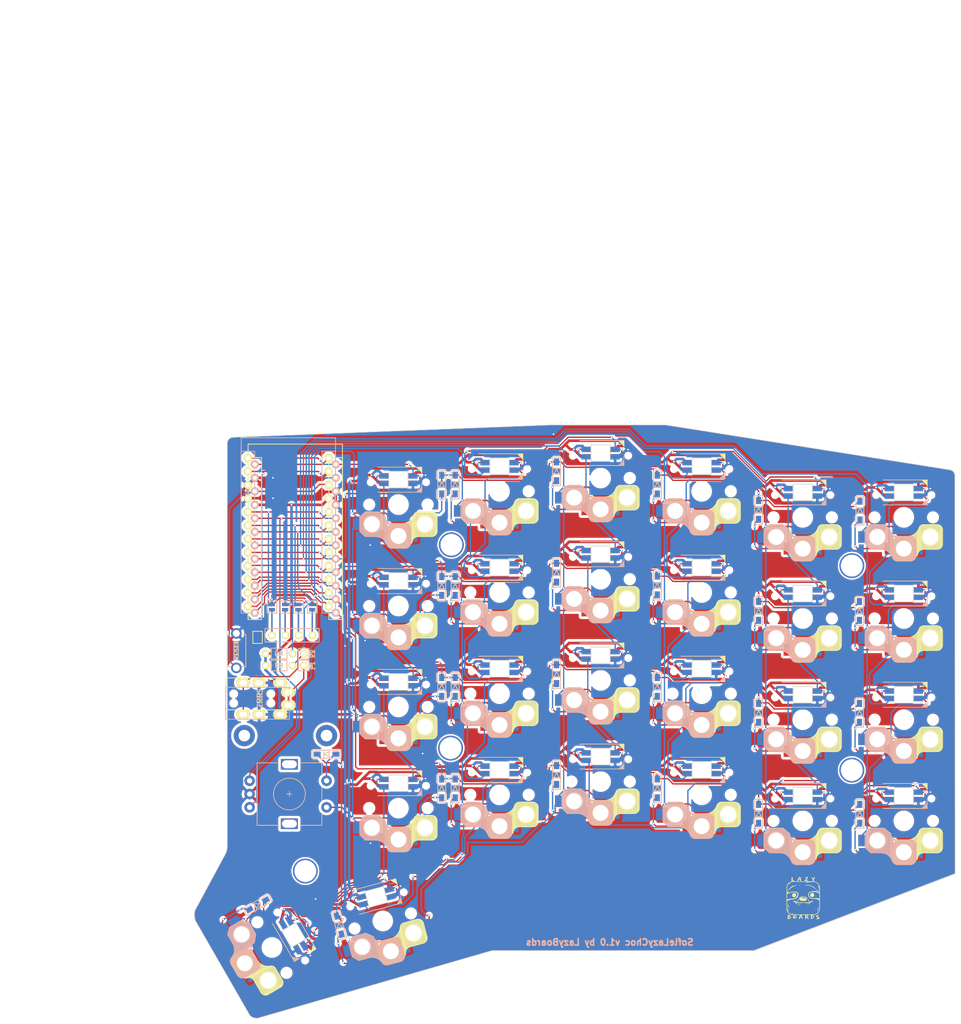
<source format=kicad_pcb>
(kicad_pcb (version 20221018) (generator pcbnew)
  (layers (0 "F.Cu" signal) (31 "B.Cu" signal) (34 "B.Paste" user) (35 "F.Paste" user) (36 "B.SilkS" user "B.Silkscreen") (37 "F.SilkS" user "F.Silkscreen") (38 "B.Mask" user) (39 "F.Mask" user) (44 "Edge.Cuts" user))
  (net 0 "")
  (net 1 "Net-(D1-A)")
  (net 2 "row4")
  (net 3 "Net-(D2-A)")
  (net 4 "Net-(D3-A)")
  (net 5 "row0")
  (net 6 "Net-(D4-A)")
  (net 7 "row1")
  (net 8 "Net-(D5-A)")
  (net 9 "row2")
  (net 10 "Net-(D6-A)")
  (net 11 "row3")
  (net 12 "Net-(D7-A)")
  (net 13 "Net-(D8-A)")
  (net 14 "Net-(D9-A)")
  (net 15 "Net-(D10-A)")
  (net 16 "Net-(D11-A)")
  (net 17 "Net-(D12-A)")
  (net 18 "Net-(D13-A)")
  (net 19 "Net-(D14-A)")
  (net 20 "Net-(D15-A)")
  (net 21 "Net-(D16-A)")
  (net 22 "Net-(D17-A)")
  (net 23 "Net-(D18-A)")
  (net 24 "Net-(D19-A)")
  (net 25 "Net-(D20-A)")
  (net 26 "Net-(D21-A)")
  (net 27 "Net-(D22-A)")
  (net 28 "Net-(D23-A)")
  (net 29 "Net-(D24-A)")
  (net 30 "Net-(D26-A)")
  (net 31 "Net-(D27-A)")
  (net 32 "Net-(J3-P4)")
  (net 33 "VCC")
  (net 34 "GND")
  (net 35 "col0")
  (net 36 "col1")
  (net 37 "col2")
  (net 38 "col3")
  (net 39 "col4")
  (net 40 "SDA")
  (net 41 "LED")
  (net 42 "SCL")
  (net 43 "RESET")
  (net 44 "Net-(J3-P3)")
  (net 45 "Net-(J3-P2)")
  (net 46 "Net-(J3-P1)")
  (net 47 "DATA")
  (net 48 "Net-(SW1B-DOUT)")
  (net 49 "Net-(SW2B-DIN)")
  (net 50 "Net-(SW2B-DOUT)")
  (net 51 "Net-(SW3B-DOUT)")
  (net 52 "Net-(SW10B-DOUT)")
  (net 53 "SW25B")
  (net 54 "SW25A")
  (net 55 "ENCB")
  (net 56 "ENCA")
  (net 57 "/i2c_c")
  (net 58 "/i2c_d")
  (net 59 "Net-(SW4B-DOUT)")
  (net 60 "Net-(SW11B-DIN)")
  (net 61 "Net-(SW12B-DOUT)")
  (net 62 "unconnected-(SW6B-DOUT-Pad2)")
  (net 63 "Net-(SW13B-DIN)")
  (net 64 "Net-(SW14B-DOUT)")
  (net 65 "Net-(SW15B-DIN)")
  (net 66 "Net-(SW10B-DIN)")
  (net 67 "Net-(SW11B-DOUT)")
  (net 68 "Net-(SW12B-DIN)")
  (net 69 "Net-(SW13B-DOUT)")
  (net 70 "Net-(SW14B-DIN)")
  (net 71 "Net-(SW15B-DOUT)")
  (net 72 "Net-(SW16B-DIN)")
  (net 73 "Net-(SW17B-DOUT)")
  (net 74 "Net-(SW18B-DIN)")
  (net 75 "Net-(SW19B-DOUT)")
  (net 76 "Net-(SW20B-DIN)")
  (net 77 "Net-(SW21B-DOUT)")
  (net 78 "Net-(SW23B-DOUT)")
  (net 79 "Net-(SW26B-DOUT)")
  (net 80 "unconnected-(U1-RAW-Pad24)")
  (net 81 "unconnected-(U1-D4(PD4)-Pad7)")
  (footprint "SofleKeyboard-footprint:RESISTOR_mini" (layer "F.Cu") (at 98.039272 80.311965)
    (fp_text reference "R1")
    (fp_text value "R" hide)
  )
  (footprint "SofleKeyboard-footprint:RESISTOR_mini" (layer "F.Cu") (at 98.039272 78.061965)
    (fp_text reference "R2")
    (fp_text value "R" hide)
  )
  (footprint "SofleKeyboard-footprint:MJ-4PP-9" (layer "F.Cu") (at 88 85.65 90)
    (fp_text reference "J2")
    (fp_text value "4PIN" hide)
  )
  (footprint "SofleKeyboard-footprint:1pin_conn" (layer "F.Cu") (at 102.7 80.3 -90)
    (fp_text reference "P1")
    (fp_text value "i2c_pin" hide)
  )
  (footprint "SofleKeyboard-footprint:1pin_conn" (layer "F.Cu") (at 102.7 78.1 -90)
    (fp_text reference "P2")
    (fp_text value "i2c_pin" hide)
  )
  (footprint "SofleKeyboard-footprint:HOLE_M2_TH" (layer "F.Cu") (at 103 119 90)
    (fp_text reference "TH7" hide)
    (fp_text value "HOLE" hide)
  )
  (footprint "SofleKeyboard-footprint:ProMicro" (layer "F.Cu") (at 101 56)
    (fp_text reference "U1" hide)
    (fp_text value "ProMicro" hide)
  )
  (footprint "SofleKeyboard-footprint:Jumper" (layer "F.Cu") (at 104.3 69.3 90)
    (fp_text reference "JP1" hide)
    (fp_text value "Jumper_NO_Small" hide)
  )
  (footprint "SofleKeyboard-footprint:Jumper" (layer "F.Cu") (at 101.7 69.3 90)
    (fp_text reference "JP2" hide)
    (fp_text value "Jumper_NO_Small" hide)
  )
  (footprint "SofleKeyboard-footprint:Jumper" (layer "F.Cu") (at 99.2 69.3 90)
    (fp_text reference "JP3" hide)
    (fp_text value "Jumper_NO_Small" hide)
  )
  (footprint "SofleKeyboard-footprint:TACT_SWITCH_TVBP06" (layer "F.Cu") (at 90 77.5 -90)
    (fp_text reference "RSW1" hide)
    (fp_text value "SW_RST" hide)
  )
  (footprint "SofleKeyboard-footprint:jumper_data" (layer "F.Cu") (at 94 75 -90)
    (fp_text reference "W1" hide)
    (fp_text value "jumper" hide)
  )
  (footprint "Diode_SMD:crkbd-diode" (layer "F.Cu") (at 128.705 46.227 -90)
    (fp_text reference "D1" hide)
    (fp_text value "D" hide)
  )
  (footprint "Diode_SMD:crkbd-diode" (layer "F.Cu") (at 131.245 46.23 -90)
    (fp_text reference "D2" hide)
    (fp_text value "D" hide)
  )
  (footprint "Diode_SMD:crkbd-diode" (layer "F.Cu") (at 150.345 43.73 -90)
    (fp_text reference "D3" hide)
    (fp_text value "D" hide)
  )
  (footprint "Diode_SMD:crkbd-diode" (layer "F.Cu") (at 169.345 46.23 -90)
    (fp_text reference "D4" hide)
    (fp_text value "D" hide)
  )
  (footprint "Diode_SMD:crkbd-diode" (layer "F.Cu") (at 188.445 51 -90)
    (fp_text reference "D5" hide)
    (fp_text value "D" hide)
  )
  (footprint "Diode_SMD:crkbd-diode" (layer "F.Cu") (at 207.545 51.13 -90)
    (fp_text reference "D6" hide)
    (fp_text value "D" hide)
  )
  (footprint "Diode_SMD:crkbd-diode" (layer "F.Cu") (at 128.705 84.33 -90)
    (fp_text reference "D13" hide)
    (fp_text value "D" hide)
  )
  (footprint "Diode_SMD:crkbd-diode" (layer "F.Cu") (at 128.705 103.43 -90)
    (fp_text reference "D19" hide)
    (fp_text value "D" hide)
  )
  (footprint "Diode_SMD:crkbd-diode" (layer "F.Cu") (at 107 97)
    (fp_text reference "D25" hide)
    (fp_text value "D" hide)
  )
  (footprint "Diode_SMD:crkbd-diode" (layer "F.Cu") (at 94.007 125.351 -150)
    (fp_text reference "D26" hide)
    (fp_text value "D" hide)
  )
  (footprint "SofleChoc:Choc_Hotswap_SK6812MiniE" (layer "F.Cu") (at 120.55 50 180)
    (fp_text reference "SW1" hide)
    (fp_text value "SW_PUSH_LED" hide)
    (fp_line (start -1.8 3.149) (end -1.8 6.249) (stroke (width 0.12)) (layer "Edge.Cuts"))
    (fp_line (start -1.8 6.249) (end 1.8 6.249) (stroke (width 0.12)) (layer "Edge.Cuts"))
    (fp_line (start 1.8 3.149) (end -1.8 3.149) (stroke (width 0.12)) (layer "Edge.Cuts"))
    (fp_line (start 1.8 6.249) (end 1.8 3.149) (stroke (width 0.12)) (layer "Edge.Cuts"))
  )
  (footprint "SofleChoc:Choc_Hotswap_SK6812MiniE" (layer "F.Cu") (at 158.65 45 180)
    (fp_text reference "SW3" hide)
    (fp_text value "SW_PUSH_LED" hide)
    (fp_line (start -1.8 3.149) (end -1.8 6.249) (stroke (width 0.12)) (layer "Edge.Cuts"))
    (fp_line (start -1.8 6.249) (end 1.8 6.249) (stroke (width 0.12)) (layer "Edge.Cuts"))
    (fp_line (start 1.8 3.149) (end -1.8 3.149) (stroke (width 0.12)) (layer "Edge.Cuts"))
    (fp_line (start 1.8 6.249) (end 1.8 3.149) (stroke (width 0.12)) (layer "Edge.Cuts"))
  )
  (footprint "SofleChoc:Choc_Hotswap_SK6812MiniE" (layer "F.Cu") (at 120.55 88.1 180)
    (fp_text reference "SW13" hide)
    (fp_text value "SW_PUSH_LED" hide)
    (fp_line (start -1.8 3.149) (end -1.8 6.249) (stroke (width 0.12)) (layer "Edge.Cuts"))
    (fp_line (start -1.8 6.249) (end 1.8 6.249) (stroke (width 0.12)) (layer "Edge.Cuts"))
    (fp_line (start 1.8 3.149) (end -1.8 3.149) (stroke (width 0.12)) (layer "Edge.Cuts"))
    (fp_line (start 1.8 6.249) (end 1.8 3.149) (stroke (width 0.12)) (layer "Edge.Cuts"))
  )
  (footprint "SofleChoc:Choc_Hotswap_SK6812MiniE" (layer "F.Cu") (at 139.6 85.6 180)
    (fp_text reference "SW14" hide)
    (fp_text value "SW_PUSH_LED" hide)
    (fp_line (start -1.8 3.149) (end -1.8 6.249) (stroke (width 0.12)) (layer "Edge.Cuts"))
    (fp_line (start -1.8 6.249) (end 1.8 6.249) (stroke (width 0.12)) (layer "Edge.Cuts"))
    (fp_line (start 1.8 3.149) (end -1.8 3.149) (stroke (width 0.12)) (layer "Edge.Cuts"))
    (fp_line (start 1.8 6.249) (end 1.8 3.149) (stroke (width 0.12)) (layer "Edge.Cuts"))
  )
  (footprint "SofleChoc:Choc_Hotswap_SK6812MiniE" (layer "F.Cu") (at 120.55 107.15 180)
    (fp_text reference "SW19" hide)
    (fp_text value "SW_PUSH_LED" hide)
    (fp_line (start -1.8 3.149) (end -1.8 6.249) (stroke (width 0.12)) (layer "Edge.Cuts"))
    (fp_line (start -1.8 6.249) (end 1.8 6.249) (stroke (width 0.12)) (layer "Edge.Cuts"))
    (fp_line (start 1.8 3.149) (end -1.8 3.149) (stroke (width 0.12)) (layer "Edge.Cuts"))
    (fp_line (start 1.8 6.249) (end 1.8 3.149) (stroke (width 0.12)) (layer "Edge.Cuts"))
  )
  (footprint "SofleChoc:Choc_Hotswap_SK6812MiniE" (layer "F.Cu") (at 158.65 102.15 180)
    (fp_text reference "SW21" hide)
    (fp_text value "SW_PUSH_LED" hide)
    (fp_line (start -1.8 3.149) (end -1.8 6.249) (stroke (width 0.12)) (layer "Edge.Cuts"))
    (fp_line (start -1.8 6.249) (end 1.8 6.249) (stroke (width 0.12)) (layer "Edge.Cuts"))
    (fp_line (start 1.8 3.149) (end -1.8 3.149) (stroke (width 0.12)) (layer "Edge.Cuts"))
    (fp_line (start 1.8 6.249) (end 1.8 3.149) (stroke (width 0.12)) (layer "Edge.Cuts"))
  )
  (footprint "SofleChoc:Choc_Hotswap_SK6812MiniE" (layer "F.Cu") (at 196.75 109.55 180)
    (fp_text reference "SW23" hide)
    (fp_text value "SW_PUSH_LED" hide)
    (fp_line (start -1.8 3.149) (end -1.8 6.249) (stroke (width 0.12)) (layer "Edge.Cuts"))
    (fp_line (start -1.8 6.249) (end 1.8 6.249) (stroke (width 0.12)) (layer "Edge.Cuts"))
    (fp_line (start 1.8 3.149) (end -1.8 3.149) (stroke (width 0.12)) (layer "Edge.Cuts"))
    (fp_line (start 1.8 6.249) (end 1.8 3.149) (stroke (width 0.12)) (layer "Edge.Cuts"))
  )
  (footprint "SofleChoc:Choc_Hotswap_SK6812MiniE" (layer "F.Cu") (at 96.71 133.4 120)
    (fp_text reference "SW26" hide)
    (fp_text value "SW_PUSH_LED" hide)
    (fp_line (start -1.8 3.149) (end -1.8 6.249) (stroke (width 0.12)) (layer "Edge.Cuts"))
    (fp_line (start -1.8 6.249) (end 1.8 6.249) (stroke (width 0.12)) (layer "Edge.Cuts"))
    (fp_line (start 1.8 3.149) (end -1.8 3.149) (stroke (width 0.12)) (layer "Edge.Cuts"))
    (fp_line (start 1.8 6.249) (end 1.8 3.149) (stroke (width 0.12)) (layer "Edge.Cuts"))
  )
  (footprint "SofleKeyboard-footprint:M2_HOLE_PCB" (layer "F.Cu") (at 91.5 93.5)
    (fp_text reference "TH1" hide)
    (fp_text value "HOLE")
  )
  (footprint "SofleKeyboard-footprint:Jumper" (layer "F.Cu") (at 96.7 69.3 90)
    (fp_text reference "JP4" hide)
    (fp_text value "Jumper_NO_Small" hide)
  )
  (footprint "SofleKeyboard-footprint:OLED_4Pin" (layer "F.Cu") (at 96.7 74.6)
    (fp_text reference "J3" hide)
    (fp_text value "OLED" hide)
  )
  (footprint "SofleKeyboard-footprint:M2_HOLE_PCB" (layer "F.Cu") (at 107 93.5)
    (fp_text reference "TH2" hide)
    (fp_text value "HOLE")
  )
  (footprint "SofleKeyboard-footprint:RotaryEncoder_Alps_EC11E-Switch_Vertical_H20mm-keebio_modified" (layer "F.Cu") (at 100 104.5)
    (fp_text reference "SW25" hide)
    (fp_text value "Rotary_Encoder_Switch")
  )
  (footprint "SofleChoc:Choc_Hotswap_SK6812MiniE" (layer "F.Cu") (at 117.6 128.4 -165)
    (fp_text reference "SW27" hide)
    (fp_text value "SW_PUSH_LED" hide)
    (fp_line (start -1.8 3.149) (end -1.8 6.249) (stroke (width 0.12)) (layer "Edge.Cuts"))
    (fp_line (start -1.8 6.249) (end 1.8 6.249) (stroke (width 0.12)) (layer "Edge.Cuts"))
    (fp_line (start 1.8 3.149) (end -1.8 3.149) (stroke (width 0.12)) (layer "Edge.Cuts"))
    (fp_line (start 1.8 6.249) (end 1.8 3.149) (stroke (width 0.12)) (layer "Edge.Cuts"))
  )
  (footprint "SofleChoc:Choc_Hotswap_SK6812MiniE" (layer "F.Cu") (at 215.8 71.45 180)
    (fp_text reference "SW12" hide)
    (fp_text value "SW_PUSH_LED" hide)
    (fp_line (start -1.8 3.149) (end -1.8 6.249) (stroke (width 0.12)) (layer "Edge.Cuts"))
    (fp_line (start -1.8 6.249) (end 1.8 6.249) (stroke (width 0.12)) (layer "Edge.Cuts"))
    (fp_line (start 1.8 3.149) (end -1.8 3.149) (stroke (width 0.12)) (layer "Edge.Cuts"))
    (fp_line (start 1.8 6.249) (end 1.8 3.149) (stroke (width 0.12)) (layer "Edge.Cuts"))
  )
  (footprint "SofleChoc:Choc_Hotswap_SK6812MiniE" (layer "F.Cu") (at 215.8 90.5 180)
    (fp_text reference "SW18" hide)
    (fp_text value "SW_PUSH_LED" hide)
    (fp_line (start -1.8 3.149) (end -1.8 6.249) (stroke (width 0.12)) (layer "Edge.Cuts"))
    (fp_line (start -1.8 6.249) (end 1.8 6.249) (stroke (width 0.12)) (layer "Edge.Cuts"))
    (fp_line (start 1.8 3.149) (end -1.8 3.149) (stroke (width 0.12)) (layer "Edge.Cuts"))
    (fp_line (start 1.8 6.249) (end 1.8 3.149) (stroke (width 0.12)) (layer "Edge.Cuts"))
  )
  (footprint "SofleChoc:Choc_Hotswap_SK6812MiniE" (layer "F.Cu") (at 215.8 109.55 180)
    (fp_text reference "SW24" hide)
    (fp_text value "SW_PUSH_LED" hide)
    (fp_line (start -1.8 3.149) (end -1.8 6.249) (stroke (width 0.12)) (layer "Edge.Cuts"))
    (fp_line (start -1.8 6.249) (end 1.8 6.249) (stroke (width 0.12)) (layer "Edge.Cuts"))
    (fp_line (start 1.8 3.149) (end -1.8 3.149) (stroke (width 0.12)) (layer "Edge.Cuts"))
    (fp_line (start 1.8 6.249) (end 1.8 3.149) (stroke (width 0.12)) (layer "Edge.Cuts"))
  )
  (footprint "SofleChoc:Choc_Hotswap_SK6812MiniE" (layer "F.Cu") (at 177.7 47.5 180)
    (fp_text reference "SW4" hide)
    (fp_text value "SW_PUSH_LED" hide)
    (fp_line (start -1.8 3.149) (end -1.8 6.249) (stroke (width 0.12)) (layer "Edge.Cuts"))
    (fp_line (start -1.8 6.249) (end 1.8 6.249) (stroke (width 0.12)) (layer "Edge.Cuts"))
    (fp_line (start 1.8 3.149) (end -1.8 3.149) (stroke (width 0.12)) (layer "Edge.Cuts"))
    (fp_line (start 1.8 6.249) (end 1.8 3.149) (stroke (width 0.12)) (layer "Edge.Cuts"))
  )
  (footprint "SofleKeyboard-footprint:HOLE_M2_TH" (layer "F.Cu") (at 206.225 61.775)
    (fp_text reference "TH4" hide)
    (fp_text value "HOLE" hide)
  )
  (footprint "Diode_SMD:crkbd-diode" (layer "F.Cu") (at 128.705 65.33 -90)
    (fp_text reference "D7" hide)
    (fp_text value "D" hide)
  )
  (footprint "Diode_SMD:crkbd-diode" (layer "F.Cu") (at 131.245 65.33 -90)
    (fp_text reference "D8" hide)
    (fp_text value "D" hide)
  )
  (footprint "Diode_SMD:crkbd-diode" (layer "F.Cu") (at 150.345 62.82 -90)
    (fp_text reference "D9" hide)
    (fp_text value "D" hide)
  )
  (footprint "Diode_SMD:crkbd-diode" (layer "F.Cu") (at 169.345 65.23 -90)
    (fp_text reference "D10" hide)
    (fp_text value "D" hide)
  )
  (footprint "Diode_SMD:crkbd-diode" (layer "F.Cu") (at 188.445 70.03 -90)
    (fp_text reference "D11" hide)
    (fp_text value "D" hide)
  )
  (footprint "Diode_SMD:crkbd-diode" (layer "F.Cu") (at 207.445 70.03 -90)
    (fp_text reference "D12" hide)
    (fp_text value "D" hide)
  )
  (footprint "SofleChoc:Choc_Hotswap_SK6812MiniE" (layer "F.Cu") (at 196.75 52.4 180)
    (fp_text reference "SW5" hide)
    (fp_text value "SW_PUSH_LED" hide)
    (fp_line (start -1.8 3.149) (end -1.8 6.249) (stroke (width 0.12)) (layer "Edge.Cuts"))
    (fp_line (start -1.8 6.249) (end 1.8 6.249) (stroke (width 0.12)) (layer "Edge.Cuts"))
    (fp_line (start 1.8 3.149) (end -1.8 3.149) (stroke (width 0.12)) (layer "Edge.Cuts"))
    (fp_line (start 1.8 6.249) (end 1.8 3.149) (stroke (width 0.12)) (layer "Edge.Cuts"))
  )
  (footprint "SofleChoc:Choc_Hotswap_SK6812MiniE" (layer "F.Cu") (at 139.6 66.55 180)
    (fp_text reference "SW8" hide)
    (fp_text value "SW_PUSH_LED" hide)
    (fp_line (start -1.8 3.149) (end -1.8 6.249) (stroke (width 0.12)) (layer "Edge.Cuts"))
    (fp_line (start -1.8 6.249) (end 1.8 6.249) (stroke (width 0.12)) (layer "Edge.Cuts"))
    (fp_line (start 1.8 3.149) (end -1.8 3.149) (stroke (width 0.12)) (layer "Edge.Cuts"))
    (fp_line (start 1.8 6.249) (end 1.8 3.149) (stroke (width 0.12)) (layer "Edge.Cuts"))
  )
  (footprint "SofleChoc:Choc_Hotswap_SK6812MiniE" (layer "F.Cu") (at 177.7 66.55 180)
    (fp_text reference "SW10" hide)
    (fp_text value "SW_PUSH_LED" hide)
    (fp_line (start -1.8 3.149) (end -1.8 6.249) (stroke (width 0.12)) (layer "Edge.Cuts"))
    (fp_line (start -1.8 6.249) (end 1.8 6.249) (stroke (width 0.12)) (layer "Edge.Cuts"))
    (fp_line (start 1.8 3.149) (end -1.8 3.149) (stroke (width 0.12)) (layer "Edge.Cuts"))
    (fp_line (start 1.8 6.249) (end 1.8 3.149) (stroke (width 0.12)) (layer "Edge.Cuts"))
  )
  (footprint "SofleChoc:Choc_Hotswap_SK6812MiniE" (layer "F.Cu") (at 158.65 64.05 180)
    (fp_text reference "SW9" hide)
    (fp_text value "SW_PUSH_LED" hide)
    (fp_line (start -1.8 3.149) (end -1.8 6.249) (stroke (width 0.12)) (layer "Edge.Cuts"))
    (fp_line (start -1.8 6.249) (end 1.8 6.249) (stroke (width 0.12)) (layer "Edge.Cuts"))
    (fp_line (start 1.8 3.149) (end -1.8 3.149) (stroke (width 0.12)) (layer "Edge.Cuts"))
    (fp_line (start 1.8 6.249) (end 1.8 3.149) (stroke (width 0.12)) (layer "Edge.Cuts"))
  )
  (footprint "SofleChoc:Choc_Hotswap_SK6812MiniE" (layer "F.Cu") (at 177.7 85.6 180)
    (fp_text reference "SW16" hide)
    (fp_text value "SW_PUSH_LED" hide)
    (fp_line (start -1.8 3.149) (end -1.8 6.249) (stroke (width 0.12)) (layer "Edge.Cuts"))
    (fp_line (start -1.8 6.249) (end 1.8 6.249) (stroke (width 0.12)) (layer "Edge.Cuts"))
    (fp_line (start 1.8 3.149) (end -1.8 3.149) (stroke (width 0.12)) (layer "Edge.Cuts"))
    (fp_line (start 1.8 6.249) (end 1.8 3.149) (stroke (width 0.12)) (layer "Edge.Cuts"))
  )
  (footprint "SofleChoc:Choc_Hotswap_SK6812MiniE" (layer "F.Cu") (at 215.8 52.4 180)
    (fp_text reference "SW6" hide)
    (fp_text value "SW_PUSH_LED" hide)
    (fp_line (start -1.8 3.149) (end -1.8 6.249) (stroke (width 0.12)) (layer "Edge.Cuts"))
    (fp_line (start -1.8 6.249) (end 1.8 6.249) (stroke (width 0.12)) (layer "Edge.Cuts"))
    (fp_line (start 1.8 3.149) (end -1.8 3.149) (stroke (width 0.12)) (layer "Edge.Cuts"))
    (fp_line (start 1.8 6.249) (end 1.8 3.149) (stroke (width 0.12)) (layer "Edge.Cuts"))
  )
  (footprint "SofleChoc:Choc_Hotswap_SK6812MiniE" (layer "F.Cu") (at 120.55 69.1 180)
    (fp_text reference "SW7" hide)
    (fp_text value "SW_PUSH_LED" hide)
    (fp_line (start -1.8 3.149) (end -1.8 6.249) (stroke (width 0.12)) (layer "Edge.Cuts"))
    (fp_line (start -1.8 6.249) (end 1.8 6.249) (stroke (width 0.12)) (layer "Edge.Cuts"))
    (fp_line (start 1.8 3.149) (end -1.8 3.149) (stroke (width 0.12)) (layer "Edge.Cuts"))
    (fp_line (start 1.8 6.249) (end 1.8 3.149) (stroke (width 0.12)) (layer "Edge.Cuts"))
  )
  (footprint "SofleChoc:Choc_Hotswap_SK6812MiniE" (layer "F.Cu") (at 196.75 71.45 180)
    (fp_text reference "SW11" hide)
    (fp_text value "SW_PUSH_LED" hide)
    (fp_line (start -1.8 3.149) (end -1.8 6.249) (stroke (width 0.12)) (layer "Edge.Cuts"))
    (fp_line (start -1.8 6.249) (end 1.8 6.249) (stroke (width 0.12)) (layer "Edge.Cuts"))
    (fp_line (start 1.8 3.149) (end -1.8 3.149) (stroke (width 0.12)) (layer "Edge.Cuts"))
    (fp_line (start 1.8 6.249) (end 1.8 3.149) (stroke (width 0.12)) (layer "Edge.Cuts"))
  )
  (footprint "SofleChoc:Choc_Hotswap_SK6812MiniE" (layer "F.Cu") (at 177.7 104.65 180)
    (fp_text reference "SW22" hide)
    (fp_text value "SW_PUSH_LED" hide)
    (fp_line (start -1.8 3.149) (end -1.8 6.249) (stroke (width 0.12)) (layer "Edge.Cuts"))
    (fp_line (start -1.8 6.249) (end 1.8 6.249) (stroke (width 0.12)) (layer "Edge.Cuts"))
    (fp_line (start 1.8 3.149) (end -1.8 3.149) (stroke (width 0.12)) (layer "Edge.Cuts"))
    (fp_line (start 1.8 6.249) (end 1.8 3.149) (stroke (width 0.12)) (layer "Edge.Cuts"))
  )
  (footprint "SofleChoc:Choc_Hotswap_SK6812MiniE" (layer "F.Cu") (at 196.75 90.5 180)
    (fp_text reference "SW17" hide)
    (fp_text value "SW_PUSH_LED" hide)
    (fp_line (start -1.8 3.149) (end -1.8 6.249) (stroke (width 0.12)) (layer "Edge.Cuts"))
    (fp_line (start -1.8 6.249) (end 1.8 6.249) (stroke (width 0.12)) (layer "Edge.Cuts"))
    (fp_line (start 1.8 3.149) (end -1.8 3.149) (stroke (width 0.12)) (layer "Edge.Cuts"))
    (fp_line (start 1.8 6.249) (end 1.8 3.149) (stroke (width 0.12)) (layer "Edge.Cuts"))
  )
  (footprint "SofleChoc:Choc_Hotswap_SK6812MiniE" (layer "F.Cu") (at 158.65 83.1 180)
    (fp_text reference "SW15" hide)
    (fp_text value "SW_PUSH_LED" hide)
    (fp_line (start -1.8 3.149) (end -1.8 6.249) (stroke (width 0.12)) (layer "Edge.Cuts"))
    (fp_line (start -1.8 6.249) (end 1.8 6.249) (stroke (width 0.12)) (layer "Edge.Cuts"))
    (fp_line (start 1.8 3.149) (end -1.8 3.149) (stroke (width 0.12)) (layer "Edge.Cuts"))
    (fp_line (start 1.8 6.249) (end 1.8 3.149) (stroke (width 0.12)) (layer "Edge.Cuts"))
  )
  (footprint "SofleChoc:Choc_Hotswap_SK6812MiniE" (layer "F.Cu") (at 139.6 47.5 180)
    (fp_text reference "SW2" hide)
    (fp_text value "SW_PUSH_LED" hide)
    (fp_line (start -1.8 3.149) (end -1.8 6.249) (stroke (width 0.12)) (layer "Edge.Cuts"))
    (fp_line (start -1.8 6.249) (end 1.8 6.249) (stroke (width 0.12)) (layer "Edge.Cuts"))
    (fp_line (start 1.8 3.149) (end -1.8 3.149) (stroke (width 0.12)) (layer "Edge.Cuts"))
    (fp_line (start 1.8 6.249) (end 1.8 3.149) (stroke (width 0.12)) (layer "Edge.Cuts"))
  )
  (footprint "Diode_SMD:crkbd-diode" (layer "F.Cu") (at 109.374 129.161 -75)
    (fp_text reference "D27" hide)
    (fp_text value "D" hide)
  )
  (footprint "SofleChoc:Choc_Hotswap_SK6812MiniE" (layer "F.Cu") (at 139.6 104.65 180)
    (fp_text reference "SW20" hide)
    (fp_text value "SW_PUSH_LED" hide)
    (fp_line (start -1.8 3.149) (end -1.8 6.249) (stroke (width 0.12)) (layer "Edge.Cuts"))
    (fp_line (start -1.8 6.249) (end 1.8 6.249) (stroke (width 0.12)) (layer "Edge.Cuts"))
    (fp_line (start 1.8 3.149) (end -1.8 3.149) (stroke (width 0.12)) (layer "Edge.Cuts"))
    (fp_line (start 1.8 6.249) (end 1.8 3.149) (stroke (width 0.12)) (layer "Edge.Cuts"))
  )
  (footprint "SofleKeyboard-footprint:HOLE_M2_TH" (layer "F.Cu") (at 206.175 100.025)
    (fp_text reference "TH6" hide)
    (fp_text value "HOLE" hide)
  )
  (footprint "Diode_SMD:crkbd-diode" (layer "F.Cu") (at 150.345 81.92 -90)
    (fp_text reference "D15" hide)
    (fp_text value "D" hide)
  )
  (footprint "Diode_SMD:crkbd-diode" (layer "F.Cu") (at 169.345 84.33 -90)
    (fp_text reference "D16" hide)
    (fp_text value "D" hide)
  )
  (footprint "Diode_SMD:crkbd-diode" (layer "F.Cu") (at 188.445 89.23 -90)
    (fp_text reference "D17" hide)
    (fp_text value "D" hide)
  )
  (footprint "Diode_SMD:crkbd-diode" (layer "F.Cu") (at 207.445 89.23 -90)
    (fp_text reference "D18" hide)
    (fp_text value "D" hide)
  )
  (footprint "Diode_SMD:crkbd-diode" (layer "F.Cu") (at 207.495 108.23 -90)
    (fp_text reference "D24" hide)
    (fp_text value "D" hide)
  )
  (footprint "Diode_SMD:crkbd-diode" (layer "F.Cu") (at 131.245 103.43 -90)
    (fp_text reference "D20" hide)
    (fp_text value "D" hide)
  )
  (footprint "Diode_SMD:crkbd-diode" (layer "F.Cu") (at 150.345 100.92 -90)
    (fp_text reference "D21" hide)
    (fp_text value "D" hide)
  )
  (footprint "Diode_SMD:crkbd-diode" (layer "F.Cu") (at 169.345 103.43 -90)
    (fp_text reference "D22" hide)
    (fp_text value "D" hide)
  )
  (footprint "Diode_SMD:crkbd-diode" (layer "F.Cu") (at 188.445 108.23 -90)
    (fp_text reference "D23" hide)
    (fp_text value "D" hide)
  )
  (footprint "Diode_SMD:crkbd-diode" (layer "F.Cu") (at 131.245 84.33 -90)
    (fp_text reference "D14" hide)
    (fp_text value "D" hide)
  )
  (footprint "SofleKeyboard-footprint:HOLE_M2_TH" (layer "F.Cu") (at 130.50212 57.64864)
    (fp_text reference "TH3" hide)
    (fp_text value "HOLE" hide)
  )
  (footprint "SofleKeyboard-footprint:HOLE_M2_TH" (layer "F.Cu") (at 130.40012 95.92764)
    (fp_text reference "TH5" hide)
    (fp_text value "HOLE" hide)
  )
  (footprint "Custom_Boehmi:Slothface" (layer "F.Cu") (at 196.83912 124.10264)
    (fp_text reference "G***" hide)
    (fp_text value "LOGO" hide)
  )
  (footprint "SofleKeyboard-footprint:Jumper" (layer "B.Cu") (at 101.7 69.3 90)
    (fp_text reference "JP6" hide)
    (fp_text value "Jumper_NO_Small" hide)
  )
  (footprint "SofleKeyboard-footprint:Jumper" (layer "B.Cu") (at 99.2 69.3 90)
    (fp_text reference "JP7" hide)
    (fp_text value "Jumper_NO_Small" hide)
  )
  (footprint "SofleKeyboard-footprint:Jumper" (layer "B.Cu") (at 96.7 69.3 90)
    (fp_text reference "JP8" hide)
    (fp_text value "Jumper_NO_Small" hide)
  )
  (footprint "SofleKeyboard-footprint:Jumper" (layer "B.Cu") (at 104.3 69.3 90)
    (fp_text reference "JP5" hide)
    (fp_text value "Jumper_NO_Small" hide)
  )
  (footprint "Custom_Boehmi:Logo" (layer "B.Cu") (at 158.83912 123.60264 180)
    (fp_text reference "G***" hide)
    (fp_text value "LOGO" hide)
  )
  (gr_line (start 225.283881 43.997807) (end 225.370281 44.178672) (stroke (width 0.1)) (layer "Edge.Cuts"))
  (gr_line (start 92.55 146.2) (end 82.3 128.4) (stroke (width 0.1)) (layer "Edge.Cuts"))
  (gr_line (start 170.95 35) (end 224.475441 43.445146) (stroke (width 0.1)) (layer "Edge.Cuts"))
  (gr_line (start 88.297257 38.245261) (end 88.364377 38.029014) (stroke (width 0.1)) (layer "Edge.Cuts"))
  (gr_line (start 88.611259 37.662831) (end 88.781752 37.52216) (stroke (width 0.1)) (layer "Edge.Cuts"))
  (gr_line (start 225.424381 44.374571) (end 225.443181 44.581902) (stroke (width 0.1)) (layer "Edge.Cuts"))
  (gr_line (start 88.781752 37.52216) (end 88.977436 37.415945) (stroke (width 0.1)) (layer "Edge.Cuts"))
  (gr_line (start 225.370281 44.178672) (end 225.424381 44.374571) (stroke (width 0.1)) (layer "Edge.Cuts"))
  (gr_line (start 82.2 126.4) (end 88 115.65) (stroke (width 0.1)) (layer "Edge.Cuts"))
  (gr_line (start 88.364377 38.029014) (end 88.47059 37.833327) (stroke (width 0.1)) (layer "Edge.Cuts"))
  (gr_line (start 88.273857 38.477435) (end 88.297257 38.245261) (stroke (width 0.1)) (layer "Edge.Cuts"))
  (gr_line (start 224.677111 43.496776) (end 224.861871 43.581466) (stroke (width 0.1)) (layer "Edge.Cuts"))
  (gr_line (start 224.475441 43.445146) (end 224.677111 43.496776) (stroke (width 0.1)) (layer "Edge.Cuts"))
  (gr_line (start 88.47059 37.833327) (end 88.611259 37.662831) (stroke (width 0.1)) (layer "Edge.Cuts"))
  (gr_line (start 92.55 146.2) (end 92.9 146.5) (stroke (width 0.1)) (layer "Edge.Cuts"))
  (gr_line (start 138.154128 134) (end 187.5 134) (stroke (width 0.1)) (layer "Edge.Cuts"))
  (gr_line (start 149 35) (end 89.425853 37.325405) (stroke (width 0.1)) (layer "Edge.Cuts"))
  (gr_line (start 88.275257 114.4) (end 88.2 115.05) (stroke (width 0.1)) (layer "Edge.Cuts"))
  (gr_line (start 82.3 128.4) (end 82.15 127.9) (stroke (width 0.1)) (layer "Edge.Cuts"))
  (gr_line (start 82.1 126.9) (end 82.2 126.4) (stroke (width 0.1)) (layer "Edge.Cuts"))
  (gr_line (start 82.1 127.3) (end 82.1 126.9) (stroke (width 0.1)) (layer "Edge.Cuts"))
  (gr_line (start 88.2 115.05) (end 88 115.65) (stroke (width 0.1)) (layer "Edge.Cuts"))
  (gr_line (start 93.35 146.65) (end 93.9 146.75) (stroke (width 0.1)) (layer "Edge.Cuts"))
  (gr_line (start 82.15 127.9) (end 82.1 127.3) (stroke (width 0.1)) (layer "Edge.Cuts"))
  (gr_line (start 92.9 146.5) (end 93.35 146.65) (stroke (width 0.1)) (layer "Edge.Cuts"))
  (gr_line (start 225.470181 119.5) (end 187.5 134) (stroke (width 0.15)) (layer "Edge.Cuts"))
  (gr_line (start 88.275257 114.4) (end 88.273857 38.477435) (stroke (width 0.1)) (layer "Edge.Cuts"))
  (gr_line (start 225.168321 43.835582) (end 225.283881 43.997807) (stroke (width 0.1)) (layer "Edge.Cuts"))
  (gr_line (start 224.861871 43.581466) (end 225.026621 43.6956) (stroke (width 0.1)) (layer "Edge.Cuts"))
  (gr_line (start 149 35) (end 170.95 35) (stroke (width 0.1)) (layer "Edge.Cuts"))
  (gr_line (start 88.977436 37.415945) (end 89.19368 37.348815) (stroke (width 0.1)) (layer "Edge.Cuts"))
  (gr_line (start 89.19368 37.348815) (end 89.425853 37.325405) (stroke (width 0.1)) (layer "Edge.Cuts"))
  (gr_line (start 225.026621 43.6956) (end 225.168321 43.835582) (stroke (width 0.1)) (layer "Edge.Cuts"))
  (gr_line (start 138.154128 134) (end 93.9 146.75) (stroke (width 0.1)) (layer "Edge.Cuts"))
  (gr_line (start 225.443181 44.581902) (end 225.470181 119.5) (stroke (width 0.1)) (layer "Edge.Cuts"))
  (gr_text "SofleLazyChoc v1.0 by LazyBoards" (at 176.33912 133.10264) (layer "B.SilkS") (effects (font (size 1.2 1.2) (thickness 0.3) bold) (justify left bottom mirror)))
  (segment (start 117.7 55.9) (end 117.7 54.835) (width 0.25) (layer "F.Cu") (net 1))
  (segment (start 117.7 54.835) (end 118.674 53.861) (width 0.25) (layer "F.Cu") (net 1))
  (segment (start 128.705 48.002) (end 128.705 49.21036) (width 0.25) (layer "F.Cu") (net 1))
  (via (at 118.674 53.861) (size 0.4) (drill 0.3) (layers "F.Cu" "B.Cu") (net 1))
  (via (at 128.705 49.21036) (size 0.4) (drill 0.3) (layers "F.Cu" "B.Cu") (net 1))
  (segment (start 128.705 51.08996) (end 128.705 49.21036) (width 0.25) (layer "B.Cu") (net 1))
  (segment (start 123.3 55.85) (end 123.35 55.9) (width 0.25) (layer "B.Cu") (net 1))
  (segment (start 119.126 53.861) (end 118.674 53.861) (width 0.25) (layer "B.Cu") (net 1))
  (segment (start 123.3 52.905) (end 123.3 54.733) (width 0.25) (layer "B.Cu") (net 1))
  (segment (start 123.3 54.733) (end 123.3 55.85) (width 0.25) (layer "B.Cu") (net 1))
  (segment (start 123.3 54.733) (end 122.428 53.861) (width 0.25) (layer "B.Cu") (net 1))
  (segment (start 122.428 53.861) (end 119.126 53.861) (width 0.25) (layer "B.Cu") (net 1))
  (segment (start 128.705 49.21036) (end 128.705 48.002) (width 0.25) (layer "B.Cu") (net 1))
  (segment (start 128.23096 51.564) (end 128.705 51.08996) (width 0.25) (layer "B.Cu") (net 1))
  (segment (start 124.641 51.564) (end 123.3 52.905) (width 0.25) (layer "B.Cu") (net 1))
  (segment (start 124.641 51.564) (end 128.23096 51.564) (width 0.25) (layer "B.Cu") (net 1))
  (segment (start 105.300001 67.100001) (end 105.300001 67.100001) (width 0.25) (layer "F.Cu") (net 2))
  (segment (start 104.16192 135.5168) (end 104.16192 136.03424) (width 0.25) (layer "F.Cu") (net 2))
  (segment (start 95.98533 65.95564) (end 104.211304 65.95564) (width 0.25) (layer "F.Cu") (net 2))
  (segment (start 110.034374 128.119626) (end 107.917008 130.236992) (width 0.25) (layer "F.Cu") (net 2))
  (segment (start 102.986657 137.209503) (end 101.361057 137.209503) (width 0.25) (layer "F.Cu") (net 2))
  (segment (start 105.127834 66.87217) (end 105.327833 67.072169) (width 0.25) (layer "F.Cu") (net 2))
  (segment (start 95.141015 125.740985) (end 95.141015 124.86668) (width 0.25) (layer "F.Cu") (net 2))
  (segment (start 105.225 97) (end 105.225 97.04152) (width 0.25) (layer "F.Cu") (net 2))
  (segment (start 93.83 69.17) (end 94.8 68.2) (width 0.25) (layer "F.Cu") (net 2))
  (segment (start 109.58774 128.119626) (end 108.914596 127.446482) (width 0.25) (layer "F.Cu") (net 2))
  (segment (start 95.141015 124.86668) (end 95.544195 124.4635) (width 0.25) (layer "F.Cu") (net 2))
  (segment (start 106.14312 97.95964) (end 106.77812 98.59464) (width 0.25) (layer "F.Cu") (net 2))
  (segment (start 104.16192 136.03424) (end 102.986657 137.209503) (width 0.25) (layer "F.Cu") (net 2))
  (segment (start 105.225 97.04152) (end 106.14312 97.95964) (width 0.25) (layer "F.Cu") (net 2))
  (segment (start 94.8 67.14097) (end 95.98533 65.95564) (width 0.25) (layer "F.Cu") (net 2))
  (segment (start 95.141015 126.436076) (end 95.141015 125.740985) (width 0.25) (layer "F.Cu") (net 2))
  (segment (start 92.18 69.17) (end 93.83 69.17) (width 0.25) (layer "F.Cu") (net 2))
  (segment (start 101.361057 137.209503) (end 95.141015 126.436076) (width 0.25) (layer "F.Cu") (net 2))
  (segment (start 104.211304 65.95564) (end 105.127834 66.87217) (width 0.25) (layer "F.Cu") (net 2))
  (segment (start 109.44512 98.59464) (end 109.82612 98.97564) (width 0.25) (layer "F.Cu") (net 2))
  (segment (start 107.917008 130.236992) (end 107.917008 131.761712) (width 0.25) (layer "F.Cu") (net 2))
  (segment (start 110.034374 128.119626) (end 109.58774 128.119626) (width 0.25) (layer "F.Cu") (net 2))
  (segment (start 106.77812 98.59464) (end 109.44512 98.59464) (width 0.25) (layer "F.Cu") (net 2))
  (segment (start 107.917008 131.761712) (end 104.16192 135.5168) (width 0.25) (layer "F.Cu") (net 2))
  (segment (start 94.8 68.2) (end 94.8 67.14097) (width 0.25) (layer "F.Cu") (net 2))
  (via (at 106.14312 97.95964) (size 0.4) (drill 0.3) (layers "F.Cu" "B.Cu") (net 2))
  (via (at 105.327833 67.072169) (size 0.4) (drill 0.3) (layers "F.Cu" "B.Cu") (net 2))
  (via (at 95.141015 125.740985) (size 0.4) (drill 0.3) (layers "F.Cu" "B.Cu") (net 2))
  (via (at 109.82612 98.97564) (size 0.4) (drill 0.3) (layers "F.Cu" "B.Cu") (net 2))
  (via (at 110.034374 128.119626) (size 0.4) (drill 0.3) (layers "F.Cu" "B.Cu") (net 2))
  (segment (start 109.82612 124.62964) (end 108.914596 125.541164) (width 0.25) (layer "B.Cu") (net 2))
  (segment (start 109.82612 98.97564) (end 109.82612 124.62964) (width 0.25) (layer "B.Cu") (net 2))
  (segment (start 105.225 97) (end 105.225 97.04152) (width 0.25) (layer "B.Cu") (net 2))
  (segment (start 108.914596 127.446482) (end 109.36123 127.446482) (width 0.25) (layer "B.Cu") (net 2))
  (segment (start 106.2 67.944336) (end 105.527832 67.272168) (width 0.25) (layer "B.Cu") (net 2))
  (segment (start 109.82612 98.97564) (end 109.82612 71.28964) (width 0.25) (layer "B.Cu") (net 2))
  (segment (start 106.77 70.37) (end 106.2 69.8) (width 0.25) (layer "B.Cu") (net 2))
  (segment (start 108.914596 125.541164) (end 108.914596 127.446482) (width 0.25) (layer "B.Cu") (net 2))
  (segment (start 108.77 70.37) (end 106.77 70.37) (width 0.25) (layer "B.Cu") (net 2))
  (segment (start 109.36123 127.446482) (end 110.034374 128.119626) (width 0.25) (layer "B.Cu") (net 2))
  (segment (start 105.225 97.04152) (end 106.14312 97.95964) (width 0.25) (layer "B.Cu") (net 2))
  (segment (start 108.902225 70.365745) (end 108.718815 70.365745) (width 0.25) (layer "B.Cu") (net 2))
  (segment (start 95.544195 124.4635) (end 95.544195 125.337805) (width 0.25) (layer "B.Cu") (net 2))
  (segment (start 105.527832 67.272168) (end 105.327833 67.072169) (width 0.25) (layer "B.Cu") (net 2))
  (segment (start 95.544195 125.337805) (end 95.141015 125.740985) (width 0.25) (layer "B.Cu") (net 2))
  (segment (start 106.2 69.8) (end 106.2 67.944336) (width 0.25) (layer "B.Cu") (net 2))
  (segment (start 109.82612 71.28964) (end 108.902225 70.365745) (width 0.25) (layer "B.Cu") (net 2))
  (segment (start 130.506 48.614) (end 131.245 47.875) (width 0.25) (layer "F.Cu") (net 3))
  (segment (start 130.506 49.252) (end 130.506 48.614) (width 0.25) (layer "F.Cu") (net 3))
  (segment (start 136.7 53.4) (end 136.7 52.787) (width 0.25) (layer "F.Cu") (net 3))
  (segment (start 130.987 53.4) (end 130.506 52.919) (width 0.25) (layer "F.Cu") (net 3))
  (segment (start 136.7 53.4) (end 130.987 53.4) (width 0.25) (layer "F.Cu") (net 3))
  (segment (start 136.7 53.4) (end 136.7 52.335) (width 0.25) (layer "F.Cu") (net 3))
  (segment (start 136.7 52.335) (end 137.674 51.361) (width 0.25) (layer "F.Cu") (net 3))
  (via (at 137.674 51.361) (size 0.4) (drill 0.3) (layers "F.Cu" "B.Cu") (net 3))
  (via (at 130.506 52.919) (size 0.4) (drill 0.3) (layers "F.Cu" "B.Cu") (net 3))
  (via (at 130.506 49.252) (size 0.4) (drill 0.3) (layers "F.Cu" "B.Cu") (net 3))
  (segment (start 130.506 48.614) (end 131.245 47.875) (width 0.25) (layer "B.Cu") (net 3))
  (segment (start 130.506 49.252) (end 130.506 48.614) (width 0.25) (layer "B.Cu") (net 3))
  (segment (start 138.126 51.361) (end 141.428 51.361) (width 0.25) (layer "B.Cu") (net 3))
  (segment (start 142.3 52.233) (end 142.3 53.4) (width 0.25) (layer "B.Cu") (net 3))
  (segment (start 141.428 51.361) (end 142.3 52.233) (width 0.25) (layer "B.Cu") (net 3))
  (segment (start 130.506 52.919) (end 130.506 49.252) (width 0.25) (layer "B.Cu") (net 3))
  (segment (start 138.126 51.361) (end 137.674 51.361) (width 0.25) (layer "B.Cu") (net 3))
  (segment (start 155.8 50.9) (end 150.087 50.9) (width 0.25) (layer "F.Cu") (net 4))
  (segment (start 149.606 46.752) (end 149.606 46.114) (width 0.25) (layer "F.Cu") (net 4))
  (segment (start 155.8 50.9) (end 155.8 49.835) (width 0.25) (layer "F.Cu") (net 4))
  (segment (start 149.606 46.114) (end 150.345 45.375) (width 0.25) (layer "F.Cu") (net 4))
  (segment (start 155.8 49.835) (end 156.774 48.861) (width 0.25) (layer "F.Cu") (net 4))
  (segment (start 155.8 50.9) (end 155.8 50.287) (width 0.25) (layer "F.Cu") (net 4))
  (segment (start 150.087 50.9) (end 149.606 50.419) (width 0.25) (layer "F.Cu") (net 4))
  (via (at 156.774 48.861) (size 0.4) (drill 0.3) (layers "F.Cu" "B.Cu") (net 4))
  (via (at 149.606 50.419) (size 0.4) (drill 0.3) (layers "F.Cu" "B.Cu") (net 4))
  (via (at 149.606 46.752) (size 0.4) (drill 0.3) (layers "F.Cu" "B.Cu") (net 4))
  (segment (start 149.606 46.114) (end 150.345 45.375) (width 0.25) (layer "B.Cu") (net 4))
  (segment (start 161.4 49.733) (end 161.4 50.9) (width 0.25) (layer "B.Cu") (net 4))
  (segment (start 157.226 48.861) (end 156.774 48.861) (width 0.25) (layer "B.Cu") (net 4))
  (segment (start 149.606 50.419) (end 149.606 46.752) (width 0.25) (layer "B.Cu") (net 4))
  (segment (start 160.528 48.861) (end 161.4 49.733) (width 0.25) (layer "B.Cu") (net 4))
  (segment (start 157.226 48.861) (end 160.528 48.861) (width 0.25) (layer "B.Cu") (net 4))
  (segment (start 149.606 46.752) (end 149.606 46.114) (width 0.25) (layer "B.Cu") (net 4))
  (segment (start 165.354 43.307) (end 168.907 43.307) (width 0.25) (layer "F.Cu") (net 5))
  (segment (start 165.021999 42.974999) (end 165.354 43.307) (width 0.25) (layer "F.Cu") (net 5))
  (segment (start 149.21724 42.10076) (end 148.96501 42.35299) (width 0.25) (layer "F.Cu") (net 5))
  (segment (start 132.812834 45.43602) (end 131.831814 44.455) (width 0.25) (layer "F.Cu") (net 5))
  (segment (start 110.81622 47.93602) (end 110.602 48.15024) (width 0.25) (layer "F.Cu") (net 5))
  (segment (start 148.96501 44.182176) (end 147.711166 45.43602) (width 0.25) (layer "F.Cu") (net 5))
  (segment (start 183.373814 45.43602) (end 172.296832 45.43602) (width 0.25) (layer "F.Cu") (net 5))
  (segment (start 169.345 43.745) (end 169.345 44.455) (width 0.25) (layer "F.Cu") (net 5))
  (segment (start 188.445 47.475) (end 186.944 45.974) (width 0.25) (layer "F.Cu") (net 5))
  (segment (start 172.296832 45.43602) (end 171.315812 44.455) (width 0.25) (layer "F.Cu") (net 5))
  (segment (start 130.00086 44.452) (end 131.242 44.452) (width 0.25) (layer "F.Cu") (net 5))
  (segment (start 188.445 47.80052) (end 188.445 47.475) (width 0.25) (layer "F.Cu") (net 5))
  (segment (start 131.831814 44.455) (end 131.245 44.455) (width 0.25) (layer "F.Cu") (net 5))
  (segment (start 189.612 49.225) (end 190.247 49.225) (width 0.25) (layer "F.Cu") (net 5))
  (segment (start 105.69 59.01) (end 105.7 59) (width 0.25) (layer "F.Cu") (net 5))
  (segment (start 150.345 41.955) (end 151.175814 41.955) (width 0.25) (layer "F.Cu") (net 5))
  (segment (start 191.344999 50.322999) (end 191.344999 50.374999) (width 0.25) (layer "F.Cu") (net 5))
  (segment (start 151.175814 41.955) (end 151.412407 42.191593) (width 0.25) (layer "F.Cu") (net 5))
  (segment (start 147.711166 45.43602) (end 132.812834 45.43602) (width 0.25) (layer "F.Cu") (net 5))
  (segment (start 207.368 49.355) (end 206.556 50.167) (width 0.25) (layer "F.Cu") (net 5))
  (segment (start 152.195813 42.974999) (end 165.021999 42.974999) (width 0.25) (layer "F.Cu") (net 5))
  (segment (start 128.705 44.452) (end 128.705 45.590186) (width 0.25) (layer "F.Cu") (net 5))
  (segment (start 170.485 44.455) (end 169.345 44.455) (width 0.25) (layer "F.Cu") (net 5))
  (segment (start 149.363 41.955) (end 149.21724 42.10076) (width 0.25) (layer "F.Cu") (net 5))
  (segment (start 130.00086 44.452) (end 130.00294 44.45408) (width 0.25) (layer "F.Cu") (net 5))
  (segment (start 128.705 44.452) (end 130.00086 44.452) (width 0.25) (layer "F.Cu") (net 5))
  (segment (start 206.348001 50.374999) (end 206.556 50.167) (width 0.25) (layer "F.Cu") (net 5))
  (segment (start 186.944 45.974) (end 183.911794 45.974) (width 0.25) (layer "F.Cu") (net 5))
  (segment (start 205.99724 50.374999) (end 206.348001 50.374999) (width 0.25) (layer "F.Cu") (net 5))
  (segment (start 123.36432 47.93602) (end 110.81622 47.93602) (width 0.25) (layer "F.Cu") (net 5))
  (segment (start 207.545 49.355) (end 207.368 49.355) (width 0.25) (layer "F.Cu") (net 5))
  (segment (start 151.412407 42.191593) (end 152.195813 42.974999) (width 0.25) (layer "F.Cu") (net 5))
  (segment (start 191.344999 50.374999) (end 205.99724 50.374999) (width 0.25) (layer "F.Cu") (net 5))
  (segment (start 189.612 49.225) (end 188.445 49.225) (width 0.25) (layer "F.Cu") (net 5))
  (segment (start 131.242 44.452) (end 131.245 44.455) (width 0.25) (layer "F.Cu") (net 5))
  (segment (start 150.345 41.955) (end 149.363 41.955) (width 0.25) (layer "F.Cu") (net 5))
  (segment (start 188.445 49.225) (end 188.445 47.80052) (width 0.25) (layer "F.Cu") (net 5))
  (segment (start 183.911794 45.974) (end 183.373814 45.43602) (width 0.25) (layer "F.Cu") (net 5))
  (segment (start 190.247 49.225) (end 191.344999 50.322999) (width 0.25) (layer "F.Cu") (net 5))
  (segment (start 128.705 45.590186) (end 126.359166 47.93602) (width 0.25) (layer "F.Cu") (net 5))
  (segment (start 168.907 43.307) (end 169.345 43.745) (width 0.25) (layer "F.Cu") (net 5))
  (segment (start 148.96501 42.35299) (end 148.96501 44.182176) (width 0.25) (layer "F.Cu") (net 5))
  (segment (start 92.18 59.01) (end 105.69 59.01) (width 0.25) (layer "F.Cu") (net 5))
  (segment (start 171.315812 44.455) (end 170.485 44.455) (width 0.25) (layer "F.Cu") (net 5))
  (segment (start 126.359166 47.93602) (end 123.36432 47.93602) (width 0.25) (layer "F.Cu") (net 5))
  (via (at 110.602 48.15024) (size 0.4) (drill 0.3) (layers "F.Cu" "B.Cu") (net 5))
  (via (at 149.21724 42.10076) (size 0.4) (drill 0.3) (layers "F.Cu" "B.Cu") (net 5))
  (via (at 130.00294 44.45408) (size 0.4) (drill 0.3) (layers "F.Cu" "B.Cu") (net 5))
  (via (at 168.907 43.38199) (size 0.4) (drill 0.3) (layers "F.Cu" "B.Cu") (net 5))
  (via (at 188.445 47.80052) (size 0.4) (drill 0.3) (layers "F.Cu" "B.Cu") (net 5))
  (via (at 206.556 50.167) (size 0.4) (drill 0.3) (layers "F.Cu" "B.Cu") (net 5))
  (via (at 105.7 59) (size 0.4) (drill 0.3) (layers "F.Cu" "B.Cu") (net 5))
  (segment (start 110.602 48.15024) (end 110.602 59.54096) (width 0.25) (layer "B.Cu") (net 5))
  (segment (start 169.345 44.455) (end 169.345 43.81999) (width 0.25) (layer "B.Cu") (net 5))
  (segment (start 110.602 59.54096) (end 109.937215 60.205745) (width 0.25) (layer "B.Cu") (net 5))
  (segment (start 169.345 43.81999) (end 168.907 43.38199) (width 0.25) (layer "B.Cu") (net 5))
  (segment (start 108.77 60.21) (end 106.91 60.21) (width 0.25) (layer "B.Cu") (net 5))
  (segment (start 106.91 60.21) (end 105.899999 59.199999) (width 0.25) (layer "B.Cu") (net 5))
  (segment (start 207.545 49.355) (end 207.368 49.355) (width 0.25) (layer "B.Cu") (net 5))
  (segment (start 105.899999 59.199999) (end 105.7 59) (width 0.25) (layer "B.Cu") (net 5))
  (segment (start 128.708 44.455) (end 128.705 44.452) (width 0.25) (layer "B.Cu") (net 5))
  (segment (start 150.345 41.955) (end 149.363 41.955) (width 0.25) (layer "B.Cu") (net 5))
  (segment (start 207.368 49.355) (end 206.556 50.167) (width 0.25) (layer "B.Cu") (net 5))
  (segment (start 149.363 41.955) (end 149.21724 42.10076) (width 0.25) (layer "B.Cu") (net 5))
  (segment (start 188.445 49.225) (end 188.445 47.80052) (width 0.25) (layer "B.Cu") (net 5))
  (segment (start 131.245 44.455) (end 128.708 44.455) (width 0.25) (layer "B.Cu") (net 5))
  (segment (start 109.937215 60.205745) (end 108.718815 60.205745) (width 0.25) (layer "B.Cu") (net 5))
  (segment (start 168.606 48.614) (end 169.345 47.875) (width 0.25) (layer "F.Cu") (net 6))
  (segment (start 174.8 53.4) (end 169.087 53.4) (width 0.25) (layer "F.Cu") (net 6))
  (segment (start 174.8 52.335) (end 175.774 51.361) (width 0.25) (layer "F.Cu") (net 6))
  (segment (start 169.087 53.4) (end 168.606 52.919) (width 0.25) (layer "F.Cu") (net 6))
  (segment (start 174.8 53.4) (end 174.8 52.335) (width 0.25) (layer "F.Cu") (net 6))
  (segment (start 168.606 49.252) (end 168.606 48.614) (width 0.25) (layer "F.Cu") (net 6))
  (segment (start 174.8 53.4) (end 174.8 52.787) (width 0.25) (layer "F.Cu") (net 6))
  (via (at 168.606 52.919) (size 0.4) (drill 0.3) (layers "F.Cu" "B.Cu") (net 6))
  (via (at 168.606 49.252) (size 0.4) (drill 0.3) (layers "F.Cu" "B.Cu") (net 6))
  (via (at 175.774 51.361) (size 0.4) (drill 0.3) (layers "F.Cu" "B.Cu") (net 6))
  (segment (start 168.606 49.252) (end 168.606 48.614) (width 0.25) (layer "B.Cu") (net 6))
  (segment (start 176.226 51.361) (end 175.774 51.361) (width 0.25) (layer "B.Cu") (net 6))
  (segment (start 168.606 48.614) (end 169.345 47.875) (width 0.25) (layer "B.Cu") (net 6))
  (segment (start 168.606 52.919) (end 168.606 49.252) (width 0.25) (layer "B.Cu") (net 6))
  (segment (start 180.4 52.233) (end 180.4 53.4) (width 0.25) (layer "B.Cu") (net 6))
  (segment (start 179.528 51.361) (end 180.4 52.233) (width 0.25) (layer "B.Cu") (net 6))
  (segment (start 176.226 51.361) (end 179.528 51.361) (width 0.25) (layer "B.Cu") (net 6))
  (segment (start 189.612 68.2615) (end 188.445 68.2615) (width 0.25) (layer "F.Cu") (net 7))
  (segment (start 172.296832 64.47252) (end 171.315812 63.4915) (width 0.25) (layer "F.Cu") (net 7))
  (segment (start 183.373814 64.47252) (end 172.296832 64.47252) (width 0.25) (layer "F.Cu") (net 7))
  (segment (start 188.445 66.5115) (end 186.944 65.0105) (width 0.25) (layer "F.Cu") (net 7))
  (segment (start 183.911794 65.0105) (end 183.373814 64.47252) (width 0.25) (layer "F.Cu") (net 7))
  (segment (start 186.944 65.0105) (end 183.911794 65.0105) (width 0.25) (layer "F.Cu") (net 7))
  (segment (start 170.485 63.4915) (end 169.345 63.4915) (width 0.25) (layer "F.Cu") (net 7))
  (segment (start 171.315812 63.4915) (end 170.485 63.4915) (width 0.25) (layer "F.Cu") (net 7))
  (segment (start 165.354 62.3435) (end 168.907 62.3435) (width 0.25) (layer "F.Cu") (net 7))
  (segment (start 152.195813 62.011499) (end 165.021999 62.011499) (width 0.25) (layer "F.Cu") (net 7))
  (segment (start 165.021999 62.011499) (end 165.354 62.3435) (width 0.25) (layer "F.Cu") (net 7))
  (segment (start 151.412407 61.228093) (end 152.195813 62.011499) (width 0.25) (layer "F.Cu") (net 7))
  (segment (start 131.831814 63.4915) (end 131.245 63.4915) (width 0.25) (layer "F.Cu") (net 7))
  (segment (start 147.711166 64.47252) (end 132.812834 64.47252) (width 0.25) (layer "F.Cu") (net 7))
  (segment (start 148.96501 63.218676) (end 147.711166 64.47252) (width 0.25) (layer "F.Cu") (net 7))
  (segment (start 132.812834 64.47252) (end 131.831814 63.4915) (width 0.25) (layer "F.Cu") (net 7))
  (segment (start 148.96501 61.38949) (end 148.96501 63.218676) (width 0.25) (layer "F.Cu") (net 7))
  (segment (start 189.612 68.2615) (end 190.247 68.2615) (width 0.25) (layer "F.Cu") (net 7))
  (segment (start 190.247 68.2615) (end 191.344999 69.359499) (width 0.25) (layer "F.Cu") (net 7))
  (segment (start 191.344999 69.359499) (end 191.344999 69.411499) (width 0.25) (layer "F.Cu") (net 7))
  (segment (start 191.344999 69.411499) (end 205.99724 69.411499) (width 0.25) (layer "F.Cu") (net 7))
  (segment (start 206.348001 69.411499) (end 206.556 69.2035) (width 0.25) (layer "F.Cu") (net 7))
  (segment (start 205.99724 69.411499) (end 206.348001 69.411499) (width 0.25) (layer "F.Cu") (net 7))
  (segment (start 207.368 68.3915) (end 206.556 69.2035) (width 0.25) (layer "F.Cu") (net 7))
  (segment (start 207.545 68.3915) (end 207.368 68.3915) (width 0.25) (layer "F.Cu") (net 7))
  (segment (start 131.242 63.4885) (end 131.245 63.4915) (width 0.25) (layer "F.Cu") (net 7))
  (segment (start 130.00086 63.4885) (end 130.00294 63.49058) (width 0.25) (layer "F.Cu") (net 7))
  (segment (start 128.705 63.4885) (end 130.00086 63.4885) (width 0.25) (layer "F.Cu") (net 7))
  (segment (start 130.00086 63.4885) (end 131.242 63.4885) (width 0.25) (layer "F.Cu") (net 7))
  (segment (start 188.445 67.0064) (end 188.445 66.5115) (width 0.25) (layer "F.Cu") (net 7))
  (segment (start 169.345 62.88237) (end 168.88112 62.41849) (width 0.25) (layer "F.Cu") (net 7))
  (segment (start 126.404859 61.64349) (end 109.82107 61.64349) (width 0.25) (layer "F.Cu") (net 7))
  (segment (start 151.405313 61.228093) (end 151.22222 61.045) (width 0.25) (layer "F.Cu") (net 7))
  (segment (start 169.345 63.455) (end 169.345 62.88237) (width 0.25) (layer "F.Cu") (net 7))
  (segment (start 151.412407 61.228093) (end 151.405313 61.228093) (width 0.25) (layer "F.Cu") (net 7))
  (segment (start 149.3095 61.045) (end 148.96501 61.38949) (width 0.25) (layer "F.Cu") (net 7))
  (segment (start 150.345 61.045) (end 149.3095 61.045) (width 0.25) (layer "F.Cu") (net 7))
  (segment (start 105.500001 61.700001) (end 105.7 61.9) (width 0.25) (layer "F.Cu") (net 7))
  (segment (start 92.23 61.45) (end 105.25 61.45) (width 0.25) (layer "F.Cu") (net 7))
  (segment (start 151.22222 61.045) (end 150.345 61.045) (width 0.25) (layer "F.Cu") (net 7))
  (segment (start 188.445 68.2615) (end 188.445 67.0064) (width 0.25) (layer "F.Cu") (net 7))
  (segment (start 128.24112 60.586489) (end 127.46186 60.586489) (width 0.25) (layer "F.Cu") (net 7))
  (segment (start 127.46186 60.586489) (end 126.404859 61.64349) (width 0.25) (layer "F.Cu") (net 7))
  (segment (start 105.25 61.45) (end 105.500001 61.700001) (width 0.25) (layer "F.Cu") (net 7))
  (segment (start 109.82107 61.64349) (end 108.718815 62.745745) (width 0.25) (layer "F.Cu") (net 7))
  (via (at 206.556 69.2035) (size 0.4) (drill 0.3) (layers "F.Cu" "B.Cu") (net 7))
  (via (at 130.00294 63.49058) (size 0.4) (drill 0.3) (layers "F.Cu" "B.Cu") (net 7))
  (via (at 128.24112 60.586489) (size 0.4) (drill 0.3) (layers "F.Cu" "B.Cu") (net 7))
  (via (at 149.3095 61.045) (size 0.4) (drill 0.3) (layers "F.Cu" "B.Cu") (net 7))
  (via (at 168.88112 62.41849) (size 0.4) (drill 0.3) (layers "F.Cu" "B.Cu") (net 7))
  (via (at 105.7 61.9) (size 0.4) (drill 0.3) (layers "F.Cu" "B.Cu") (net 7))
  (via (at 188.445 67.0064) (size 0.4) (drill 0.3) (layers "F.Cu" "B.Cu") (net 7))
  (segment (start 207.368 68.3915) (end 206.556 69.2035) (width 0.25) (layer "B.Cu") (net 7))
  (segment (start 207.545 68.3915) (end 207.368 68.3915) (width 0.25) (layer "B.Cu") (net 7))
  (segment (start 128.708 63.4915) (end 128.705 63.4885) (width 0.25) (layer "B.Cu") (net 7))
  (segment (start 131.245 63.4915) (end 128.708 63.4915) (width 0.25) (layer "B.Cu") (net 7))
  (segment (start 169.345 63.455) (end 169.345 62.88237) (width 0.25) (layer "B.Cu") (net 7))
  (segment (start 128.705 63.555) (end 128.705 61.050369) (width 0.25) (layer "B.Cu") (net 7))
  (segment (start 128.705 61.050369) (end 128.24112 60.586489) (width 0.25) (layer "B.Cu") (net 7))
  (segment (start 105.899999 62.099999) (end 105.7 61.9) (width 0.25) (layer "B.Cu") (net 7))
  (segment (start 169.345 62.88237) (end 168.88112 62.41849) (width 0.25) (layer "B.Cu") (net 7))
  (segment (start 150.345 61.045) (end 149.3095 61.045) (width 0.25) (layer "B.Cu") (net 7))
  (segment (start 108.77 62.75) (end 106.55 62.75) (width 0.25) (layer "B.Cu") (net 7))
  (segment (start 188.445 68.255) (end 188.445 67.0064) (width 0.25) (layer "B.Cu") (net 7))
  (segment (start 106.55 62.75) (end 105.899999 62.099999) (width 0.25) (layer "B.Cu") (net 7))
  (segment (start 193.9 58.3) (end 188.187 58.3) (width 0.25) (layer "F.Cu") (net 8))
  (segment (start 188.187 58.3) (end 187.706 57.819) (width 0.25) (layer "F.Cu") (net 8))
  (segment (start 193.9 57.235) (end 194.874 56.261) (width 0.25) (layer "F.Cu") (net 8))
  (segment (start 193.9 58.3) (end 193.9 57.235) (width 0.25) (layer "F.Cu") (net 8))
  (segment (start 187.706 53.514) (end 188.445 52.775) (width 0.25) (layer "F.Cu") (net 8))
  (segment (start 193.9 58.3) (end 193.9 57.687) (width 0.25) (layer "F.Cu") (net 8))
  (segment (start 187.706 54.152) (end 187.706 53.514) (width 0.25) (layer "F.Cu") (net 8))
  (via (at 187.706 54.152) (size 0.4) (drill 0.3) (layers "F.Cu" "B.Cu") (net 8))
  (via (at 187.706 57.819) (size 0.4) (drill 0.3) (layers "F.Cu" "B.Cu") (net 8))
  (via (at 194.874 56.261) (size 0.4) (drill 0.3) (layers "F.Cu" "B.Cu") (net 8))
  (segment (start 187.706 57.819) (end 187.706 54.152) (width 0.25) (layer "B.Cu") (net 8))
  (segment (start 198.628 56.261) (end 199.5 57.133) (width 0.25) (layer "B.Cu") (net 8))
  (segment (start 195.326 56.261) (end 194.874 56.261) (width 0.25) (layer "B.Cu") (net 8))
  (segment (start 187.706 54.152) (end 187.706 53.514) (width 0.25) (layer "B.Cu") (net 8))
  (segment (start 199.5 57.133) (end 199.5 58.3) (width 0.25) (layer "B.Cu") (net 8))
  (segment (start 187.706 53.514) (end 188.445 52.775) (width 0.25) (layer "B.Cu") (net 8))
  (segment (start 195.326 56.261) (end 198.628 56.261) (width 0.25) (layer "B.Cu") (net 8))
  (segment (start 170.485 82.555) (end 169.345 82.555) (width 0.25) (layer "F.Cu") (net 9))
  (segment (start 186.944 84.074) (end 183.911794 84.074) (width 0.25) (layer "F.Cu") (net 9))
  (segment (start 151.26206 80.145) (end 150.345 80.145) (width 0.25) (layer "F.Cu") (net 9))
  (segment (start 111.93432 74.46464) (end 111.967802 74.46464) (width 0.25) (layer "F.Cu") (net 9))
  (segment (start 109.922735 66.316225) (end 109.922735 68.389055) (width 0.25) (layer "F.Cu") (net 9))
  (segment (start 112.95697 80.70699) (end 126.404859 80.70699) (width 0.25) (layer "F.Cu") (net 9))
  (segment (start 147.711166 83.53602) (end 148.96501 82.282176) (width 0.25) (layer "F.Cu") (net 9))
  (segment (start 128.705 82.552) (end 130.00086 82.552) (width 0.25) (layer "F.Cu") (net 9))
  (segment (start 152.195813 81.074999) (end 165.021999 81.074999) (width 0.25) (layer "F.Cu") (net 9))
  (segment (start 93.905755 64.09) (end 94.326115 63.66964) (width 0.25) (layer "F.Cu") (net 9))
  (segment (start 108.892255 65.285745) (end 109.922735 66.316225) (width 0.25) (layer "F.Cu") (net 9))
  (segment (start 171.315812 82.555) (end 170.485 82.555) (width 0.25) (layer "F.Cu") (net 9))
  (segment (start 207.545 87.455) (end 207.368 87.455) (width 0.25) (layer "F.Cu") (net 9))
  (segment (start 172.296832 83.53602) (end 171.315812 82.555) (width 0.25) (layer "F.Cu") (net 9))
  (segment (start 110.76592 73.29624) (end 111.93432 74.46464) (width 0.25) (layer "F.Cu") (net 9))
  (segment (start 188.445 86.23834) (end 188.445 85.575) (width 0.25) (layer "F.Cu") (net 9))
  (segment (start 105.44507 63.66964) (end 105.732756 63.957326) (width 0.25) (layer "F.Cu") (net 9))
  (segment (start 191.344999 88.474999) (end 205.99724 88.474999) (width 0.25) (layer "F.Cu") (net 9))
  (segment (start 151.412407 80.291593) (end 152.195813 81.074999) (width 0.25) (layer "F.Cu") (net 9))
  (segment (start 108.718815 65.285745) (end 108.892255 65.285745) (width 0.25) (layer "F.Cu") (net 9))
  (segment (start 131.245 82.555) (end 131.831814 82.555) (width 0.25) (layer "F.Cu") (net 9))
  (segment (start 130.00086 82.552) (end 131.242 82.552) (width 0.25) (layer "F.Cu") (net 9))
  (segment (start 127.45372 79.64624) (end 128.24112 79.64624) (width 0.25) (layer "F.Cu") (net 9))
  (segment (start 131.831814 82.555) (end 132.812834 83.53602) (width 0.25) (layer "F.Cu") (net 9))
  (segment (start 148.96501 80.45139) (end 149.2714 80.145) (width 0.25) (layer "F.Cu") (net 9))
  (segment (start 127.45372 79.658129) (end 127.45372 79.64624) (width 0.25) (layer "F.Cu") (net 9))
  (segment (start 169.345 82.555) (end 169.345 81.91999) (width 0.25) (layer "F.Cu") (net 9))
  (segment (start 183.373814 83.53602) (end 172.296832 83.53602) (width 0.25) (layer "F.Cu") (net 9))
  (segment (start 165.354 81.407) (end 168.907 81.407) (width 0.25) (layer "F.Cu") (net 9))
  (segment (start 92.18 64.09) (end 93.905755 64.09) (width 0.25) (layer "F.Cu") (net 9))
  (segment (start 112.49312 74.989958) (end 112.49312 80.24314) (width 0.25) (layer "F.Cu") (net 9))
  (segment (start 132.812834 83.53602) (end 147.711166 83.53602) (width 0.25) (layer "F.Cu") (net 9))
  (segment (start 111.967802 74.46464) (end 112.49312 74.989958) (width 0.25) (layer "F.Cu") (net 9))
  (segment (start 151.412407 80.291593) (end 151.408653 80.291593) (width 0.25) (layer "F.Cu") (net 9))
  (segment (start 109.922735 68.389055) (end 110.76592 69.23224) (width 0.25) (layer "F.Cu") (net 9))
  (segment (start 110.76592 69.23224) (end 110.76592 73.29624) (width 0.25) (layer "F.Cu") (net 9))
  (segment (start 130.00086 82.552) (end 130.00294 82.55408) (width 0.25) (layer "F.Cu") (net 9))
  (segment (start 205.99724 88.474999) (end 206.348001 88.474999) (width 0.25) (layer "F.Cu") (net 9))
  (segment (start 151.408653 80.291593) (end 151.26206 80.145) (width 0.25) (layer "F.Cu") (net 9))
  (segment (start 183.911794 84.074) (end 183.373814 83.53602) (width 0.25) (layer "F.Cu") (net 9))
  (segment (start 190.247 87.325) (end 191.344999 88.422999) (width 0.25) (layer "F.Cu") (net 9))
  (segment (start 112.49312 80.24314) (end 112.95697 80.70699) (width 0.25) (layer "F.Cu") (net 9))
  (segment (start 188.445 85.575) (end 186.944 84.074) (width 0.25) (layer "F.Cu") (net 9))
  (segment (start 94.326115 63.66964) (end 105.44507 63.66964) (width 0.25) (layer "F.Cu") (net 9))
  (segment (start 131.242 82.552) (end 131.245 82.555) (width 0.25) (layer "F.Cu") (net 9))
  (segment (start 206.348001 88.474999) (end 206.556 88.267) (width 0.25) (layer "F.Cu") (net 9))
  (segment (start 191.344999 88.422999) (end 191.344999 88.474999) (width 0.25) (layer "F.Cu") (net 9))
  (segment (start 148.96501 82.282176) (end 148.96501 80.45139) (width 0.25) (layer "F.Cu") (net 9))
  (segment (start 126.404859 80.70699) (end 127.45372 79.658129) (width 0.25) (layer "F.Cu") (net 9))
  (segment (start 188.445 87.325) (end 188.445 86.23834) (width 0.25) (layer "F.Cu") (net 9))
  (segment (start 149.2714 80.145) (end 150.345 80.145) (width 0.25) (layer "F.Cu") (net 9))
  (segment (start 189.612 87.325) (end 190.247 87.325) (width 0.25) (layer "F.Cu") (net 9))
  (segment (start 165.021999 81.074999) (end 165.354 81.407) (width 0.25) (layer "F.Cu") (net 9))
  (segment (start 169.345 81.91999) (end 168.907 81.48199) (width 0.25) (layer "F.Cu") (net 9))
  (segment (start 207.368 87.455) (end 206.556 88.267) (width 0.25) (layer "F.Cu") (net 9))
  (segment (start 189.612 87.325) (end 188.445 87.325) (width 0.25) (layer "F.Cu") (net 9))
  (via (at 168.907 81.48199) (size 0.4) (drill 0.3) (layers "F.Cu" "B.Cu") (net 9))
  (via (at 128.24112 79.64624) (size 0.4) (drill 0.3) (layers "F.Cu" "B.Cu") (net 9))
  (via (at 130.00294 82.55408) (size 0.4) (drill 0.3) (layers "F.Cu" "B.Cu") (net 9))
  (via (at 105.732756 63.957326) (size 0.4) (drill 0.3) (layers "F.Cu" "B.Cu") (net 9))
  (via (at 149.26632 80.145) (size 0.4) (drill 0.3) (layers "F.Cu" "B.Cu") (net 9))
  (via (at 188.445 86.23834) (size 0.4) (drill 0.3) (layers "F.Cu" "B.Cu") (net 9))
  (via (at 206.556 88.267) (size 0.4) (drill 0.3) (layers "F.Cu" "B.Cu") (net 9))
  (segment (start 150.345 80.145) (end 149.26632 80.145) (width 0.25) (layer "B.Cu") (net 9))
  (segment (start 169.345 81.91999) (end 168.907 81.48199) (width 0.25) (layer "B.Cu") (net 9))
  (segment (start 128.708 82.555) (end 128.705 82.552) (width 0.25) (layer "B.Cu") (net 9))
  (segment (start 108.718815 65.285745) (end 107.061175 65.285745) (width 0.25) (layer "B.Cu") (net 9))
  (segment (start 207.368 87.455) (end 206.556 88.267) (width 0.25) (layer "B.Cu") (net 9))
  (segment (start 131.245 82.555) (end 128.708 82.555) (width 0.25) (layer "B.Cu") (net 9))
  (segment (start 188.445 87.455) (end 188.445 86.23834) (width 0.25) (layer "B.Cu") (net 9))
  (segment (start 128.705 82.555) (end 128.705 80.11012) (width 0.25) (layer "B.Cu") (net 9))
  (segment (start 128.705 80.11012) (end 128.24112 79.64624) (width 0.25) (layer "B.Cu") (net 9))
  (segment (start 207.545 87.455) (end 207.368 87.455) (width 0.25) (layer "B.Cu") (net 9))
  (segment (start 107.061175 65.285745) (end 105.732756 63.957326) (width 0.25) (layer "B.Cu") (net 9))
  (segment (start 169.345 82.555) (end 169.345 81.91999) (width 0.25) (layer "B.Cu") (net 9))
  (segment (start 213 58.3) (end 207.0965 58.3) (width 0.25) (layer "F.Cu") (net 10))
  (segment (start 213 58.3) (end 213 57.235) (width 0.25) (layer "F.Cu") (net 10))
  (segment (start 213 57.235) (end 213.974 56.261) (width 0.25) (layer "F.Cu") (net 10))
  (segment (start 206.6155 54.152) (end 206.6155 53.8345) (width 0.25) (layer "F.Cu") (net 10))
  (segment (start 206.6155 53.8345) (end 207.545 52.905) (width 0.25) (layer "F.Cu") (net 10))
  (segment (start 213 58.3) (end 213 57.687) (width 0.25) (layer "F.Cu") (net 10))
  (segment (start 207.0965 58.3) (end 206.6155 57.819) (width 0.25) (layer "F.Cu") (net 10))
  (via (at 213.974 56.261) (size 0.4) (drill 0.3) (layers "F.Cu" "B.Cu") (net 10))
  (via (at 206.6155 57.819) (size 0.4) (drill 0.3) (layers "F.Cu" "B.Cu") (net 10))
  (via (at 206.6155 54.152) (size 0.4) (drill 0.3) (layers "F.Cu" "B.Cu") (net 10))
  (segment (start 217.728 56.261) (end 218.6 57.133) (width 0.25) (layer "B.Cu") (net 10))
  (segment (start 214.426 56.261) (end 217.728 56.261) (width 0.25) (layer "B.Cu") (net 10))
  (segment (start 206.6155 54.152) (end 206.6155 53.8345) (width 0.25) (layer "B.Cu") (net 10))
  (segment (start 206.6155 53.8345) (end 207.545 52.905) (width 0.25) (layer "B.Cu") (net 10))
  (segment (start 206.6155 57.819) (end 206.6155 54.152) (width 0.25) (layer "B.Cu") (net 10))
  (segment (start 214.426 56.261) (end 213.974 56.261) (width 0.25) (layer "B.Cu") (net 10))
  (segment (start 218.6 57.133) (end 218.6 58.3) (width 0.25) (layer "B.Cu") (net 10))
  (segment (start 150.345 99.105) (end 151.175814 99.105) (width 0.25) (layer "F.Cu") (net 11))
  (segment (start 151.175814 99.105) (end 151.412407 99.341593) (width 0.25) (layer "F.Cu") (net 11))
  (segment (start 150.345 99.105) (end 149.363 99.105) (width 0.25) (layer "F.Cu") (net 11))
  (segment (start 128.705 101.602) (end 130.00086 101.602) (width 0.25) (layer "F.Cu") (net 11))
  (segment (start 147.711166 102.58602) (end 132.812834 102.58602) (width 0.25) (layer "F.Cu") (net 11))
  (segment (start 169.345 100.96999) (end 168.907 100.53199) (width 0.25) (layer "F.Cu") (net 11))
  (segment (start 148.96501 101.332176) (end 147.711166 102.58602) (width 0.25) (layer "F.Cu") (net 11))
  (segment (start 189.612 106.375) (end 190.247 106.375) (width 0.25) (layer "F.Cu") (net 11))
  (segment (start 171.315812 101.605) (end 170.485 101.605) (width 0.25) (layer "F.Cu") (net 11))
  (segment (start 188.445 104.625) (end 186.944 103.124) (width 0.25) (layer "F.Cu") (net 11))
  (segment (start 131.831814 101.605) (end 131.245 101.605) (width 0.25) (layer "F.Cu") (net 11))
  (segment (start 149.363 99.105) (end 149.1385 99.3295) (width 0.25) (layer "F.Cu") (net 11))
  (segment (start 126.404859 99.75699) (end 127.46186 98.699989) (width 0.25) (layer "F.Cu") (net 11))
  (segment (start 183.911794 103.124) (end 183.373814 102.58602) (width 0.25) (layer "F.Cu") (net 11))
  (segment (start 110.31591 73.58975) (end 110.31591 69.42284) (width 0.25) (layer "F.Cu") (net 11))
  (segment (start 111.902 75.17584) (end 110.31591 73.58975) (width 0.25) (layer "F.Cu") (net 11))
  (segment (start 189.612 106.375) (end 188.445 106.375) (width 0.25) (layer "F.Cu") (net 11))
  (segment (start 132.812834 102.58602) (end 131.831814 101.605) (width 0.25) (layer "F.Cu") (net 11))
  (segment (start 191.344999 107.524999) (end 205.99724 107.524999) (width 0.25) (layer "F.Cu") (net 11))
  (segment (start 127.46186 98.699989) (end 128.13952 98.699989) (width 0.25) (layer "F.Cu") (net 11))
  (segment (start 148.96501 99.50299) (end 148.96501 101.332176) (width 0.25) (layer "F.Cu") (net 11))
  (segment (start 165.021999 100.124999) (end 165.354 100.457) (width 0.25) (layer "F.Cu") (net 11))
  (segment (start 186.944 103.124) (end 183.911794 103.124) (width 0.25) (layer "F.Cu") (net 11))
  (segment (start 112.476118 89.072256) (end 112.476118 99.339638) (width 0.25) (layer "F.Cu") (net 11))
  (segment (start 188.445 105.25532) (end 188.445 104.625) (width 0.25) (layer "F.Cu") (net 11))
  (segment (start 112.476118 99.339638) (end 112.89347 99.75699) (width 0.25) (layer "F.Cu") (net 11))
  (segment (start 130.00086 101.602) (end 131.242 101.602) (width 0.25) (layer "F.Cu") (net 11))
  (segment (start 190.247 106.375) (end 191.344999 107.472999) (width 0.25) (layer "F.Cu") (net 11))
  (segment (start 151.412407 99.341593) (end 152.195813 100.124999) (width 0.25) (layer "F.Cu") (net 11))
  (segment (start 131.242 101.602) (end 131.245 101.605) (width 0.25) (layer "F.Cu") (net 11))
  (segment (start 191.344999 107.472999) (end 191.344999 107.524999) (width 0.25) (layer "F.Cu") (net 11))
  (segment (start 130.00086 101.602) (end 130.00294 101.60408) (width 0.25) (layer "F.Cu") (net 11))
  (segment (start 112.89347 99.75699) (end 126.404859 99.75699) (width 0.25) (layer "F.Cu") (net 11))
  (segment (start 172.296832 102.58602) (end 171.315812 101.605) (width 0.25) (layer "F.Cu") (net 11))
  (segment (start 205.99724 107.524999) (end 206.348001 107.524999) (width 0.25) (layer "F.Cu") (net 11))
  (segment (start 111.902 88.498138) (end 112.476118 89.072256) (width 0.25) (layer "F.Cu") (net 11))
  (segment (start 152.195813 100.124999) (end 165.021999 100.124999) (width 0.25) (layer "F.Cu") (net 11))
  (segment (start 183.373814 102.58602) (end 172.296832 102.58602) (width 0.25) (layer "F.Cu") (net 11))
  (segment (start 95.855509 64.81264) (end 105.21264 64.81264) (width 0.25) (layer "F.Cu") (net 11))
  (segment (start 110.31591 69.42284) (end 108.718815 67.825745) (width 0.25) (layer "F.Cu") (net 11))
  (segment (start 188.445 106.375) (end 188.445 105.25532) (width 0.25) (layer "F.Cu") (net 11))
  (segment (start 207.368 106.505) (end 206.556 107.317) (width 0.25) (layer "F.Cu") (net 11))
  (segment (start 149.1385 99.3295) (end 148.96501 99.50299) (width 0.25) (layer "F.Cu") (net 11))
  (segment (start 207.545 106.505) (end 207.368 106.505) (width 0.25) (layer "F.Cu") (net 11))
  (segment (start 165.354 100.457) (end 168.907 100.457) (width 0.25) (layer "F.Cu") (net 11))
  (segment (start 92.18 66.63) (end 94.038149 66.63) (width 0.25) (layer "F.Cu") (net 11))
  (segment (start 94.038149 66.63) (end 95.855509 64.81264) (width 0.25) (layer "F.Cu") (net 11))
  (segment (start 206.348001 107.524999) (end 206.556 107.317) (width 0.25) (layer "F.Cu") (net 11))
  (segment (start 170.485 101.605) (end 169.345 101.605) (width 0.25) (layer "F.Cu") (net 11))
  (segment (start 169.345 101.655) (end 169.345 100.96999) (width 0.25) (layer "F.Cu") (net 11))
  (segment (start 105.21264 64.81264) (end 105.6 65.2) (width 0.25) (layer "F.Cu") (net 11))
  (via (at 105.6 65.2) (size 0.4) (drill 0.3) (layers "F.Cu" "B.Cu") (net 11))
  (via (at 128.13952 98.699989) (size 0.4) (drill 0.3) (layers "F.Cu" "B.Cu") (net 11))
  (via (at 111.902 88.498138) (size 0.4) (drill 0.3) (layers "F.Cu" "B.Cu") (net 11))
  (via (at 168.907 100.53199) (size 0.4) (drill 0.3) (layers "F.Cu" "B.Cu") (net 11))
  (via (at 111.902 75.17584) (size 0.4) (drill 0.3) (layers "F.Cu" "B.Cu") (net 11))
  (via (at 188.445 105.25532) (size 0.4) (drill 0.3) (layers "F.Cu" "B.Cu") (net 11))
  (via (at 206.556 107.317) (size 0.4) (drill 0.3) (layers "F.Cu" "B.Cu") (net 11))
  (via (at 130.00294 101.60408) (size 0.4) (drill 0.3) (layers "F.Cu" "B.Cu") (net 11))
  (via (at 149.1385 99.3295) (size 0.4) (drill 0.3) (layers "F.Cu" "B.Cu") (net 11))
  (segment (start 207.545 106.505) (end 207.368 106.505) (width 0.25) (layer "B.Cu") (net 11))
  (segment (start 150.30264 99.10264) (end 150.345 99.145) (width 0.25) (layer "B.Cu") (net 11))
  (segment (start 111.82701 75.12504) (end 111.902 75.20003) (width 0.25) (layer "B.Cu") (net 11))
  (segment (start 106.887507 67.83) (end 106.2 67.142493) (width 0.25) (layer "B.Cu") (net 11))
  (segment (start 207.368 106.505) (end 206.556 107.317) (width 0.25) (layer "B.Cu") (net 11))
  (segment (start 106.2 67.142493) (end 106.2 65.8) (width 0.25) (layer "B.Cu") (net 11))
  (segment (start 131.245 101.605) (end 128.708 101.605) (width 0.25) (layer "B.Cu") (net 11))
  (segment (start 149.36536 99.10264) (end 150.30264 99.10264) (width 0.25) (layer "B.Cu") (net 11))
  (segment (start 169.345 100.96999) (end 168.907 100.53199) (width 0.25) (layer "B.Cu") (net 11))
  (segment (start 169.345 101.655) (end 169.345 100.96999) (width 0.25) (layer "B.Cu") (net 11))
  (segment (start 105.799999 65.399999) (end 105.6 65.2) (width 0.25) (layer "B.Cu") (net 11))
  (segment (start 108.77 67.83) (end 106.887507 67.83) (width 0.25) (layer "B.Cu") (net 11))
  (segment (start 128.708 101.605) (end 128.705 101.602) (width 0.25) (layer "B.Cu") (net 11))
  (segment (start 188.445 106.455) (end 188.445 105.25532) (width 0.25) (layer "B.Cu") (net 11))
  (segment (start 106.2 65.8) (end 105.799999 65.399999) (width 0.25) (layer "B.Cu") (net 11))
  (segment (start 111.902 75.20003) (end 111.902 88.498138) (width 0.25) (layer "B.Cu") (net 11))
  (segment (start 149.1385 99.3295) (end 149.36536 99.10264) (width 0.25) (layer "B.Cu") (net 11))
  (segment (start 128.705 99.265469) (end 128.13952 98.699989) (width 0.25) (layer "B.Cu") (net 11))
  (segment (start 128.705 101.655) (end 128.705 99.265469) (width 0.25) (layer "B.Cu") (net 11))
  (segment (start 117.7 74.9365) (end 117.7 73.8715) (width 0.25) (layer "F.Cu") (net 12))
  (segment (start 117.7 73.8715) (end 118.674 72.8975) (width 0.25) (layer "F.Cu") (net 12))
  (segment (start 127.47102 67.0385) (end 127.46294 67.04658) (width 0.25) (layer "F.Cu") (net 12))
  (segment (start 128.705 67.0385) (end 127.47102 67.0385) (width 0.25) (layer "F.Cu") (net 12))
  (via (at 118.674 72.8975) (size 0.4) (drill 0.3) (layers "F.Cu" "B.Cu") (net 12))
  (via (at 127.46294 67.04658) (size 0.4) (drill 0.3) (layers "F.Cu" "B.Cu") (net 12))
  (segment (start 119.126 72.8975) (end 122.428 72.8975) (width 0.25) (layer "B.Cu") (net 12))
  (segment (start 119.126 72.8975) (end 118.674 72.8975) (width 0.25) (layer "B.Cu") (net 12))
  (segment (start 122.428 72.8975) (end 123.3 73.7695) (width 0.25) (layer "B.Cu") (net 12))
  (segment (start 123.3 73.7695) (end 123.3 74.9365) (width 0.25) (layer "B.Cu") (net 12))
  (segment (start 123.3 74.9365) (end 123.3 71.9415) (width 0.25) (layer "B.Cu") (net 12))
  (segment (start 123.3 71.9415) (end 124.641 70.6005) (width 0.25) (layer "B.Cu") (net 12))
  (segment (start 124.641 70.6005) (end 124.641 68.5685) (width 0.25) (layer "B.Cu") (net 12))
  (segment (start 126.16292 67.04658) (end 124.641 68.5685) (width 0.25) (layer "B.Cu") (net 12))
  (segment (start 127.46294 67.04658) (end 126.16292 67.04658) (width 0.25) (layer "B.Cu") (net 12))
  (segment (start 127.47102 67.0385) (end 127.46294 67.04658) (width 0.25) (layer "B.Cu") (net 12))
  (segment (start 128.705 67.0385) (end 127.47102 67.0385) (width 0.25) (layer "B.Cu") (net 12))
  (segment (start 130.506 67.6505) (end 131.245 66.9115) (width 0.25) (layer "F.Cu") (net 13))
  (segment (start 130.506 68.2885) (end 130.506 67.6505) (width 0.25) (layer "F.Cu") (net 13))
  (segment (start 136.7 72.4365) (end 136.7 71.8235) (width 0.25) (layer "F.Cu") (net 13))
  (segment (start 130.987 72.4365) (end 130.506 71.9555) (width 0.25) (layer "F.Cu") (net 13))
  (segment (start 136.7 72.4365) (end 130.987 72.4365) (width 0.25) (layer "F.Cu") (net 13))
  (segment (start 136.7 72.4365) (end 136.7 71.3715) (width 0.25) (layer "F.Cu") (net 13))
  (segment (start 136.7 71.3715) (end 137.674 70.3975) (width 0.25) (layer "F.Cu") (net 13))
  (via (at 137.674 70.3975) (size 0.4) (drill 0.3) (layers "F.Cu" "B.Cu") (net 13))
  (via (at 130.506 71.9555) (size 0.4) (drill 0.3) (layers "F.Cu" "B.Cu") (net 13))
  (via (at 130.506 68.2885) (size 0.4) (drill 0.3) (layers "F.Cu" "B.Cu") (net 13))
  (segment (start 130.506 67.6505) (end 131.245 66.9115) (width 0.25) (layer "B.Cu") (net 13))
  (segment (start 130.506 68.2885) (end 130.506 67.6505) (width 0.25) (layer "B.Cu") (net 13))
  (segment (start 138.126 70.3975) (end 141.428 70.3975) (width 0.25) (layer "B.Cu") (net 13))
  (segment (start 142.3 71.2695) (end 142.3 72.4365) (width 0.25) (layer "B.Cu") (net 13))
  (segment (start 141.428 70.3975) (end 142.3 71.2695) (width 0.25) (layer "B.Cu") (net 13))
  (segment (start 130.506 71.9555) (end 130.506 68.2885) (width 0.25) (layer "B.Cu") (net 13))
  (segment (start 138.126 70.3975) (end 137.674 70.3975) (width 0.25) (layer "B.Cu") (net 13))
  (segment (start 149.606 65.1505) (end 150.345 64.4115) (width 0.25) (layer "F.Cu") (net 14))
  (segment (start 149.606 65.7885) (end 149.606 65.1505) (width 0.25) (layer "F.Cu") (net 14))
  (segment (start 155.8 69.9365) (end 155.8 69.3235) (width 0.25) (layer "F.Cu") (net 14))
  (segment (start 150.087 69.9365) (end 149.606 69.4555) (width 0.25) (layer "F.Cu") (net 14))
  (segment (start 155.8 69.9365) (end 150.087 69.9365) (width 0.25) (layer "F.Cu") (net 14))
  (segment (start 155.8 69.9365) (end 155.8 68.8715) (width 0.25) (layer "F.Cu") (net 14))
  (segment (start 155.8 68.8715) (end 156.774 67.8975) (width 0.25) (layer "F.Cu") (net 14))
  (via (at 156.774 67.8975) (size 0.4) (drill 0.3) (layers "F.Cu" "B.Cu") (net 14))
  (via (at 149.606 69.4555) (size 0.4) (drill 0.3) (layers "F.Cu" "B.Cu") (net 14))
  (via (at 149.606 65.7885) (size 0.4) (drill 0.3) (layers "F.Cu" "B.Cu") (net 14))
  (segment (start 149.606 65.1505) (end 150.345 64.4115) (width 0.25) (layer "B.Cu") (net 14))
  (segment (start 149.606 65.7885) (end 149.606 65.1505) (width 0.25) (layer "B.Cu") (net 14))
  (segment (start 157.226 67.8975) (end 160.528 67.8975) (width 0.25) (layer "B.Cu") (net 14))
  (segment (start 161.4 68.7695) (end 161.4 69.9365) (width 0.25) (layer "B.Cu") (net 14))
  (segment (start 160.528 67.8975) (end 161.4 68.7695) (width 0.25) (layer "B.Cu") (net 14))
  (segment (start 149.606 69.4555) (end 149.606 65.7885) (width 0.25) (layer "B.Cu") (net 14))
  (segment (start 157.226 67.8975) (end 156.774 67.8975) (width 0.25) (layer "B.Cu") (net 14))
  (segment (start 168.606 67.6505) (end 169.345 66.9115) (width 0.25) (layer "F.Cu") (net 15))
  (segment (start 168.606 68.2885) (end 168.606 67.6505) (width 0.25) (layer "F.Cu") (net 15))
  (segment (start 174.8 72.4365) (end 174.8 71.8235) (width 0.25) (layer "F.Cu") (net 15))
  (segment (start 169.087 72.4365) (end 168.606 71.9555) (width 0.25) (layer "F.Cu") (net 15))
  (segment (start 174.8 72.4365) (end 169.087 72.4365) (width 0.25) (layer "F.Cu") (net 15))
  (segment (start 174.8 72.4365) (end 174.8 71.3715) (width 0.25) (layer "F.Cu") (net 15))
  (segment (start 174.8 71.3715) (end 175.774 70.3975) (width 0.25) (layer "F.Cu") (net 15))
  (via (at 175.774 70.3975) (size 0.4) (drill 0.3) (layers "F.Cu" "B.Cu") (net 15))
  (via (at 168.606 71.9555) (size 0.4) (drill 0.3) (layers "F.Cu" "B.Cu") (net 15))
  (via (at 168.606 68.2885) (size 0.4) (drill 0.3) (layers "F.Cu" "B.Cu") (net 15))
  (segment (start 168.606 67.6505) (end 169.345 66.9115) (width 0.25) (layer "B.Cu") (net 15))
  (segment (start 168.606 68.2885) (end 168.606 67.6505) (width 0.25) (layer "B.Cu") (net 15))
  (segment (start 176.226 70.3975) (end 179.528 70.3975) (width 0.25) (layer "B.Cu") (net 15))
  (segment (start 180.4 71.2695) (end 180.4 72.4365) (width 0.25) (layer "B.Cu") (net 15))
  (segment (start 179.528 70.3975) (end 180.4 71.2695) (width 0.25) (layer "B.Cu") (net 15))
  (segment (start 168.606 71.9555) (end 168.606 68.2885) (width 0.25) (layer "B.Cu") (net 15))
  (segment (start 176.226 70.3975) (end 175.774 70.3975) (width 0.25) (layer "B.Cu") (net 15))
  (segment (start 193.9 77.3365) (end 188.187 77.3365) (width 0.25) (layer "F.Cu") (net 16))
  (segment (start 188.187 77.3365) (end 187.706 76.8555) (width 0.25) (layer "F.Cu") (net 16))
  (segment (start 193.9 77.3365) (end 193.9 76.7235) (width 0.25) (layer "F.Cu") (net 16))
  (segment (start 187.706 72.5505) (end 188.445 71.8115) (width 0.25) (layer "F.Cu") (net 16))
  (segment (start 187.706 73.1885) (end 187.706 72.5505) (width 0.25) (layer "F.Cu") (net 16))
  (segment (start 193.9 76.2715) (end 194.874 75.2975) (width 0.25) (layer "F.Cu") (net 16))
  (segment (start 193.9 77.3365) (end 193.9 76.2715) (width 0.25) (layer "F.Cu") (net 16))
  (via (at 187.706 73.1885) (size 0.4) (drill 0.3) (layers "F.Cu" "B.Cu") (net 16))
  (via (at 187.706 76.8555) (size 0.4) (drill 0.3) (layers "F.Cu" "B.Cu") (net 16))
  (via (at 194.874 75.2975) (size 0.4) (drill 0.3) (layers "F.Cu" "B.Cu") (net 16))
  (segment (start 187.706 76.8555) (end 187.706 73.1885) (width 0.25) (layer "B.Cu") (net 16))
  (segment (start 195.326 75.2975) (end 198.628 75.2975) (width 0.25) (layer "B.Cu") (net 16))
  (segment (start 199.5 76.1695) (end 199.5 77.3365) (width 0.25) (layer "B.Cu") (net 16))
  (segment (start 198.628 75.2975) (end 199.5 76.1695) (width 0.25) (layer "B.Cu") (net 16))
  (segment (start 187.706 72.5505) (end 188.445 71.8115) (width 0.25) (layer "B.Cu") (net 16))
  (segment (start 187.706 73.1885) (end 187.706 72.5505) (width 0.25) (layer "B.Cu") (net 16))
  (segment (start 195.326 75.2975) (end 194.874 75.2975) (width 0.25) (layer "B.Cu") (net 16))
  (segment (start 213 77.3365) (end 213 76.7235) (width 0.25) (layer "F.Cu") (net 17))
  (segment (start 213 77.3365) (end 213 76.2715) (width 0.25) (layer "F.Cu") (net 17))
  (segment (start 213 76.2715) (end 213.974 75.2975) (width 0.25) (layer "F.Cu") (net 17))
  (segment (start 206.6155 72.6345) (end 207.445 71.805) (width 0.25) (layer "F.Cu") (net 17))
  (segment (start 207.0965 77.3365) (end 206.6155 76.8555) (width 0.25) (layer "F.Cu") (net 17))
  (segment (start 206.6155 73.1885) (end 206.6155 72.6345) (width 0.25) (layer "F.Cu") (net 17))
  (segment (start 213 77.3365) (end 207.0965 77.3365) (width 0.25) (layer "F.Cu") (net 17))
  (via (at 213.974 75.2975) (size 0.4) (drill 0.3) (layers "F.Cu" "B.Cu") (net 17))
  (via (at 206.6155 76.8555) (size 0.4) (drill 0.3) (layers "F.Cu" "B.Cu") (net 17))
  (via (at 206.6155 73.1885) (size 0.4) (drill 0.3) (layers "F.Cu" "B.Cu") (net 17))
  (segment (start 214.426 75.2975) (end 217.728 75.2975) (width 0.25) (layer "B.Cu") (net 17))
  (segment (start 218.6 76.1695) (end 218.6 77.3365) (width 0.25) (layer "B.Cu") (net 17))
  (segment (start 217.728 75.2975) (end 218.6 76.1695) (width 0.25) (layer "B.Cu") (net 17))
  (segment (start 206.6155 76.8555) (end 206.6155 73.1885) (width 0.25) (layer "B.Cu") (net 17))
  (segment (start 214.426 75.2975) (end 213.974 75.2975) (width 0.25) (layer "B.Cu") (net 17))
  (segment (start 206.6155 73.1885) (end 206.6155 72.6345) (width 0.25) (layer "B.Cu") (net 17))
  (segment (start 206.6155 72.6345) (end 207.445 71.805) (width 0.25) (layer "B.Cu") (net 17))
  (segment (start 127.47102 86.102) (end 127.46294 86.11008) (width 0.25) (layer "F.Cu") (net 18))
  (segment (start 117.7 94) (end 117.7 92.935) (width 0.25) (layer "F.Cu") (net 18))
  (segment (start 117.7 92.935) (end 118.674 91.961) (width 0.25) (layer "F.Cu") (net 18))
  (segment (start 128.705 86.102) (end 127.47102 86.102) (width 0.25) (layer "F.Cu") (net 18))
  (via (at 127.46294 86.11008) (size 0.4) (drill 0.3) (layers "F.Cu" "B.Cu") (net 18))
  (via (at 118.674 91.961) (size 0.4) (drill 0.3) (layers "F.Cu" "B.Cu") (net 18))
  (segment (start 122.428 91.961) (end 123.3 92.833) (width 0.25) (layer "B.Cu") (net 18))
  (segment (start 119.126 91.961) (end 118.674 91.961) (width 0.25) (layer "B.Cu") (net 18))
  (segment (start 127.47102 86.102) (end 127.46294 86.11008) (width 0.25) (layer "B.Cu") (net 18))
  (segment (start 128.705 86.102) (end 127.47102 86.102) (width 0.25) (layer "B.Cu") (net 18))
  (segment (start 127.46294 86.11008) (end 126.16292 86.11008) (width 0.25) (layer "B.Cu") (net 18))
  (segment (start 126.16292 86.11008) (end 124.641 87.632) (width 0.25) (layer "B.Cu") (net 18))
  (segment (start 123.3 91.005) (end 124.641 89.664) (width 0.25) (layer "B.Cu") (net 18))
  (segment (start 123.3 94) (end 123.3 91.005) (width 0.25) (layer "B.Cu") (net 18))
  (segment (start 124.641 89.664) (end 124.641 87.632) (width 0.25) (layer "B.Cu") (net 18))
  (segment (start 123.3 92.833) (end 123.3 94) (width 0.25) (layer "B.Cu") (net 18))
  (segment (start 119.126 91.961) (end 122.428 91.961) (width 0.25) (layer "B.Cu") (net 18))
  (segment (start 136.7 91.5) (end 130.987 91.5) (width 0.25) (layer "F.Cu") (net 19))
  (segment (start 130.987 91.5) (end 130.506 91.019) (width 0.25) (layer "F.Cu") (net 19))
  (segment (start 130.506 86.714) (end 131.245 85.975) (width 0.25) (layer "F.Cu") (net 19))
  (segment (start 136.7 90.435) (end 137.674 89.461) (width 0.25) (layer "F.Cu") (net 19))
  (segment (start 136.7 91.5) (end 136.7 90.887) (width 0.25) (layer "F.Cu") (net 19))
  (segment (start 136.7 91.5) (end 136.7 90.435) (width 0.25) (layer "F.Cu") (net 19))
  (segment (start 130.506 87.352) (end 130.506 86.714) (width 0.25) (layer "F.Cu") (net 19))
  (via (at 137.674 89.461) (size 0.4) (drill 0.3) (layers "F.Cu" "B.Cu") (net 19))
  (via (at 130.506 87.352) (size 0.4) (drill 0.3) (layers "F.Cu" "B.Cu") (net 19))
  (via (at 130.506 91.019) (size 0.4) (drill 0.3) (layers "F.Cu" "B.Cu") (net 19))
  (segment (start 138.126 89.461) (end 137.674 89.461) (width 0.25) (layer "B.Cu") (net 19))
  (segment (start 130.506 86.714) (end 131.245 85.975) (width 0.25) (layer "B.Cu") (net 19))
  (segment (start 130.506 91.019) (end 130.506 87.352) (width 0.25) (layer "B.Cu") (net 19))
  (segment (start 141.428 89.461) (end 142.3 90.333) (width 0.25) (layer "B.Cu") (net 19))
  (segment (start 130.506 87.352) (end 130.506 86.714) (width 0.25) (layer "B.Cu") (net 19))
  (segment (start 138.126 89.461) (end 141.428 89.461) (width 0.25) (layer "B.Cu") (net 19))
  (segment (start 142.3 90.333) (end 142.3 91.5) (width 0.25) (layer "B.Cu") (net 19))
  (segment (start 150.087 89) (end 149.606 88.519) (width 0.25) (layer "F.Cu") (net 20))
  (segment (start 155.8 87.935) (end 156.774 86.961) (width 0.25) (layer "F.Cu") (net 20))
  (segment (start 155.8 89) (end 155.8 87.935) (width 0.25) (layer "F.Cu") (net 20))
  (segment (start 149.606 84.852) (end 149.606 84.214) (width 0.25) (layer "F.Cu") (net 20))
  (segment (start 155.8 89) (end 150.087 89) (width 0.25) (layer "F.Cu") (net 20))
  (segment (start 149.606 84.214) (end 150.345 83.475) (width 0.25) (layer "F.Cu") (net 20))
  (segment (start 155.8 89) (end 155.8 88.387) (width 0.25) (layer "F.Cu") (net 20))
  (via (at 149.606 84.852) (size 0.4) (drill 0.3) (layers "F.Cu" "B.Cu") (net 20))
  (via (at 156.774 86.961) (size 0.4) (drill 0.3) (layers "F.Cu" "B.Cu") (net 20))
  (via (at 149.606 88.519) (size 0.4) (drill 0.3) (layers "F.Cu" "B.Cu") (net 20))
  (segment (start 160.528 86.961) (end 161.4 87.833) (width 0.25) (layer "B.Cu") (net 20))
  (segment (start 149.606 88.519) (end 149.606 84.852) (width 0.25) (layer "B.Cu") (net 20))
  (segment (start 157.226 86.961) (end 156.774 86.961) (width 0.25) (layer "B.Cu") (net 20))
  (segment (start 157.226 86.961) (end 160.528 86.961) (width 0.25) (layer "B.Cu") (net 20))
  (segment (start 149.606 84.852) (end 149.606 84.214) (width 0.25) (layer "B.Cu") (net 20))
  (segment (start 149.606 84.214) (end 150.345 83.475) (width 0.25) (layer "B.Cu") (net 20))
  (segment (start 161.4 87.833) (end 161.4 89) (width 0.25) (layer "B.Cu") (net 20))
  (segment (start 169.087 91.5) (end 168.606 91.019) (width 0.25) (layer "F.Cu") (net 21))
  (segment (start 174.8 91.5) (end 174.8 90.435) (width 0.25) (layer "F.Cu") (net 21))
  (segment (start 168.606 86.714) (end 169.345 85.975) (width 0.25) (layer "F.Cu") (net 21))
  (segment (start 174.8 90.435) (end 175.774 89.461) (width 0.25) (layer "F.Cu") (net 21))
  (segment (start 174.8 91.5) (end 174.8 90.887) (width 0.25) (layer "F.Cu") (net 21))
  (segment (start 174.8 91.5) (end 169.087 91.5) (width 0.25) (layer "F.Cu") (net 21))
  (segment (start 168.606 87.352) (end 168.606 86.714) (width 0.25) (layer "F.Cu") (net 21))
  (via (at 168.606 87.352) (size 0.4) (drill 0.3) (layers "F.Cu" "B.Cu") (net 21))
  (via (at 168.606 91.019) (size 0.4) (drill 0.3) (layers "F.Cu" "B.Cu") (net 21))
  (via (at 175.774 89.461) (size 0.4) (drill 0.3) (layers "F.Cu" "B.Cu") (net 21))
  (segment (start 168.606 87.352) (end 168.606 86.714) (width 0.25) (layer "B.Cu") (net 21))
  (segment (start 168.606 91.019) (end 168.606 87.352) (width 0.25) (layer "B.Cu") (net 21))
  (segment (start 176.226 89.461) (end 175.774 89.461) (width 0.25) (layer "B.Cu") (net 21))
  (segment (start 176.226 89.461) (end 179.528 89.461) (width 0.25) (layer "B.Cu") (net 21))
  (segment (start 179.528 89.461) (end 180.4 90.333) (width 0.25) (layer "B.Cu") (net 21))
  (segment (start 168.606 86.714) (end 169.345 85.975) (width 0.25) (layer "B.Cu") (net 21))
  (segment (start 180.4 90.333) (end 180.4 91.5) (width 0.25) (layer "B.Cu") (net 21))
  (segment (start 187.706 91.614) (end 188.445 90.875) (width 0.25) (layer "F.Cu") (net 22))
  (segment (start 193.9 96.4) (end 193.9 95.787) (width 0.25) (layer "F.Cu") (net 22))
  (segment (start 193.9 96.4) (end 193.9 95.335) (width 0.25) (layer "F.Cu") (net 22))
  (segment (start 188.187 96.4) (end 187.706 95.919) (width 0.25) (layer "F.Cu") (net 22))
  (segment (start 193.9 96.4) (end 188.187 96.4) (width 0.25) (layer "F.Cu") (net 22))
  (segment (start 193.9 95.335) (end 194.874 94.361) (width 0.25) (layer "F.Cu") (net 22))
  (segment (start 187.706 92.252) (end 187.706 91.614) (width 0.25) (layer "F.Cu") (net 22))
  (via (at 187.706 95.919) (size 0.4) (drill 0.3) (layers "F.Cu" "B.Cu") (net 22))
  (via (at 187.706 92.252) (size 0.4) (drill 0.3) (layers "F.Cu" "B.Cu") (net 22))
  (via (at 194.874 94.361) (size 0.4) (drill 0.3) (layers "F.Cu" "B.Cu") (net 22))
  (segment (start 187.706 95.919) (end 187.706 92.252) (width 0.25) (layer "B.Cu") (net 22))
  (segment (start 187.706 91.614) (end 188.445 90.875) (width 0.25) (layer "B.Cu") (net 22))
  (segment (start 187.706 92.252) (end 187.706 91.614) (width 0.25) (layer "B.Cu") (net 22))
  (segment (start 198.628 94.361) (end 199.5 95.233) (width 0.25) (layer "B.Cu") (net 22))
  (segment (start 199.5 95.233) (end 199.5 96.4) (width 0.25) (layer "B.Cu") (net 22))
  (segment (start 195.326 94.361) (end 194.874 94.361) (width 0.25) (layer "B.Cu") (net 22))
  (segment (start 195.326 94.361) (end 198.628 94.361) (width 0.25) (layer "B.Cu") (net 22))
  (segment (start 206.6155 91.8345) (end 207.445 91.005) (width 0.25) (layer "F.Cu") (net 23))
  (segment (start 213 95.335) (end 213.974 94.361) (width 0.25) (layer "F.Cu") (net 23))
  (segment (start 213 96.4) (end 207.0965 96.4) (width 0.25) (layer "F.Cu") (net 23))
  (segment (start 206.6155 92.252) (end 206.6155 91.8345) (width 0.25) (layer "F.Cu") (net 23))
  (segment (start 213 96.4) (end 213 95.787) (width 0.25) (layer "F.Cu") (net 23))
  (segment (start 213 96.4) (end 213 95.335) (width 0.25) (layer "F.Cu") (net 23))
  (segment (start 207.0965 96.4) (end 206.6155 95.919) (width 0.25) (layer "F.Cu") (net 23))
  (via (at 206.6155 92.252) (size 0.4) (drill 0.3) (layers "F.Cu" "B.Cu") (net 23))
  (via (at 206.6155 95.919) (size 0.4) (drill 0.3) (layers "F.Cu" "B.Cu") (net 23))
  (via (at 213.974 94.361) (size 0.4) (drill 0.3) (layers "F.Cu" "B.Cu") (net 23))
  (segment (start 206.6155 95.919) (end 206.6155 92.252) (width 0.25) (layer "B.Cu") (net 23))
  (segment (start 217.728 94.361) (end 218.6 95.233) (width 0.25) (layer "B.Cu") (net 23))
  (segment (start 214.426 94.361) (end 217.728 94.361) (width 0.25) (layer "B.Cu") (net 23))
  (segment (start 214.426 94.361) (end 213.974 94.361) (width 0.25) (layer "B.Cu") (net 23))
  (segment (start 218.6 95.233) (end 218.6 96.4) (width 0.25) (layer "B.Cu") (net 23))
  (segment (start 206.6155 91.8345) (end 207.445 91.005) (width 0.25) (layer "B.Cu") (net 23))
  (segment (start 206.6155 92.252) (end 206.6155 91.8345) (width 0.25) (layer "B.Cu") (net 23))
  (segment (start 117.7 111.985) (end 118.674 111.011) (width 0.25) (layer "F.Cu") (net 24))
  (segment (start 127.47102 105.152) (end 127.46294 105.16008) (width 0.25) (layer "F.Cu") (net 24))
  (segment (start 117.7 113.05) (end 117.7 111.985) (width 0.25) (layer "F.Cu") (net 24))
  (segment (start 128.705 105.152) (end 127.47102 105.152) (width 0.25) (layer "F.Cu") (net 24))
  (via (at 127.46294 105.16008) (size 0.4) (drill 0.3) (layers "F.Cu" "B.Cu") (net 24))
  (via (at 118.674 111.011) (size 0.4) (drill 0.3) (layers "F.Cu" "B.Cu") (net 24))
  (segment (start 127.46294 105.16008) (end 126.16292 105.16008) (width 0.25) (layer "B.Cu") (net 24))
  (segment (start 123.3 111.883) (end 123.3 113.05) (width 0.25) (layer "B.Cu") (net 24))
  (segment (start 122.428 111.011) (end 123.3 111.883) (width 0.25) (layer "B.Cu") (net 24))
  (segment (start 123.3 113.05) (end 123.3 110.055) (width 0.25) (layer "B.Cu") (net 24))
  (segment (start 119.126 111.011) (end 118.674 111.011) (width 0.25) (layer "B.Cu") (net 24))
  (segment (start 124.641 108.714) (end 124.641 106.682) (width 0.25) (layer "B.Cu") (net 24))
  (segment (start 126.16292 105.16008) (end 124.641 106.682) (width 0.25) (layer "B.Cu") (net 24))
  (segment (start 127.47102 105.152) (end 127.46294 105.16008) (width 0.25) (layer "B.Cu") (net 24))
  (segment (start 119.126 111.011) (end 122.428 111.011) (width 0.25) (layer "B.Cu") (net 24))
  (segment (start 128.705 105.152) (end 127.47102 105.152) (width 0.25) (layer "B.Cu") (net 24))
  (segment (start 123.3 110.055) (end 124.641 108.714) (width 0.25) (layer "B.Cu") (net 24))
  (segment (start 130.506 105.764) (end 131.245 105.025) (width 0.25) (layer "F.Cu") (net 25))
  (segment (start 130.506 106.402) (end 130.506 105.764) (width 0.25) (layer "F.Cu") (net 25))
  (segment (start 136.7 110.55) (end 136.7 109.937) (width 0.25) (layer "F.Cu") (net 25))
  (segment (start 136.7 110.55) (end 130.987 110.55) (width 0.25) (layer "F.Cu") (net 25))
  (segment (start 136.7 109.485) (end 137.674 108.511) (width 0.25) (layer "F.Cu") (net 25))
  (segment (start 130.987 110.55) (end 130.506 110.069) (width 0.25) (layer "F.Cu") (net 25))
  (segment (start 136.7 110.55) (end 136.7 109.485) (width 0.25) (layer "F.Cu") (net 25))
  (via (at 130.506 106.402) (size 0.4) (drill 0.3) (layers "F.Cu" "B.Cu") (net 25))
  (via (at 130.506 110.069) (size 0.4) (drill 0.3) (layers "F.Cu" "B.Cu") (net 25))
  (via (at 137.674 108.511) (size 0.4) (drill 0.3) (layers "F.Cu" "B.Cu") (net 25))
  (segment (start 138.126 108.511) (end 137.674 108.511) (width 0.25) (layer "B.Cu") (net 25))
  (segment (start 142.3 109.383) (end 142.3 110.55) (width 0.25) (layer "B.Cu") (net 25))
  (segment (start 141.428 108.511) (end 142.3 109.383) (width 0.25) (layer "B.Cu") (net 25))
  (segment (start 130.506 106.402) (end 130.506 105.764) (width 0.25) (layer "B.Cu") (net 25))
  (segment (start 130.506 110.069) (end 130.506 106.402) (width 0.25) (layer "B.Cu") (net 25))
  (segment (start 138.126 108.511) (end 141.428 108.511) (width 0.25) (layer "B.Cu") (net 25))
  (segment (start 130.506 105.764) (end 131.245 105.025) (width 0.25) (layer "B.Cu") (net 25))
  (segment (start 150.087 108.05) (end 149.606 107.569) (width 0.25) (layer "F.Cu") (net 26))
  (segment (start 155.8 107.23463) (end 157.02363 106.011) (width 0.25) (layer "F.Cu") (net 26))
  (segment (start 149.606 103.902) (end 149.606 103.264) (width 0.25) (layer "F.Cu") (net 26))
  (segment (start 155.8 108.05) (end 155.8 107.23463) (width 0.25) (layer "F.Cu") (net 26))
  (segment (start 149.606 103.264) (end 150.345 102.525) (width 0.25) (layer "F.Cu") (net 26))
  (segment (start 155.8 108.05) (end 155.8 107.437) (width 0.25) (layer "F.Cu") (net 26))
  (segment (start 155.8 108.05) (end 150.087 108.05) (width 0.25) (layer "F.Cu") (net 26))
  (via (at 149.606 103.902) (size 0.4) (drill 0.3) (layers "F.Cu" "B.Cu") (net 26))
  (via (at 157.02363 106.011) (size 0.4) (drill 0.3) (layers "F.Cu" "B.Cu") (net 26))
  (via (at 149.606 107.569) (size 0.4) (drill 0.3) (layers "F.Cu" "B.Cu") (net 26))
  (segment (start 149.606 103.902) (end 149.606 103.264) (width 0.25) (layer "B.Cu") (net 26))
  (segment (start 159.361 106.011) (end 157.02363 106.011) (width 0.25) (layer "B.Cu") (net 26))
  (segment (start 149.606 103.264) (end 150.345 102.525) (width 0.25) (layer "B.Cu") (net 26))
  (segment (start 149.606 107.569) (end 149.606 103.902) (width 0.25) (layer "B.Cu") (net 26))
  (segment (start 161.4 108.05) (end 159.361 106.011) (width 0.25) (layer "B.Cu") (net 26))
  (segment (start 174.8 110.55) (end 174.8 109.937) (width 0.25) (layer "F.Cu") (net 27))
  (segment (start 168.606 105.764) (end 169.345 105.025) (width 0.25) (layer "F.Cu") (net 27))
  (segment (start 174.8 110.55) (end 169.087 110.55) (width 0.25) (layer "F.Cu") (net 27))
  (segment (start 168.606 106.402) (end 168.606 105.764) (width 0.25) (layer "F.Cu") (net 27))
  (segment (start 174.8 109.485) (end 175.774 108.511) (width 0.25) (layer "F.Cu") (net 27))
  (segment (start 169.087 110.55) (end 168.606 110.069) (width 0.25) (layer "F.Cu") (net 27))
  (segment (start 174.8 110.55) (end 174.8 109.485) (width 0.25) (layer "F.Cu") (net 27))
  (via (at 168.606 110.069) (size 0.4) (drill 0.3) (layers "F.Cu" "B.Cu") (net 27))
  (via (at 168.606 106.402) (size 0.4) (drill 0.3) (layers "F.Cu" "B.Cu") (net 27))
  (via (at 175.774 108.511) (size 0.4) (drill 0.3) (layers "F.Cu" "B.Cu") (net 27))
  (segment (start 176.226 108.511) (end 179.528 108.511) (width 0.25) (layer "B.Cu") (net 27))
  (segment (start 168.606 110.069) (end 168.606 106.402) (width 0.25) (layer "B.Cu") (net 27))
  (segment (start 179.528 108.511) (end 180.4 109.383) (width 0.25) (layer "B.Cu") (net 27))
  (segment (start 168.606 106.402) (end 168.606 105.764) (width 0.25) (layer "B.Cu") (net 27))
  (segment (start 176.226 108.511) (end 175.774 108.511) (width 0.25) (layer "B.Cu") (net 27))
  (segment (start 168.606 105.764) (end 169.345 105.025) (width 0.25) (layer "B.Cu") (net 27))
  (segment (start 180.4 109.383) (end 180.4 110.55) (width 0.25) (layer "B.Cu") (net 27))
  (segment (start 187.706 110.664) (end 188.445 109.925) (width 0.25) (layer "F.Cu") (net 28))
  (segment (start 188.187 115.45) (end 187.706 114.969) (width 0.25) (layer "F.Cu") (net 28))
  (segment (start 193.9 115.45) (end 193.9 114.385) (width 0.25) (layer "F.Cu") (net 28))
  (segment (start 193.9 115.45) (end 188.187 115.45) (width 0.25) (layer "F.Cu") (net 28))
  (segment (start 193.9 115.45) (end 193.9 114.837) (width 0.25) (layer "F.Cu") (net 28))
  (segment (start 193.9 114.385) (end 194.874 113.411) (width 0.25) (layer "F.Cu") (net 28))
  (segment (start 187.706 111.302) (end 187.706 110.664) (width 0.25) (layer "F.Cu") (net 28))
  (via (at 187.706 111.302) (size 0.4) (drill 0.3) (layers "F.Cu" "B.Cu") (net 28))
  (via (at 194.874 113.411) (size 0.4) (drill 0.3) (layers "F.Cu" "B.Cu") (net 28))
  (via (at 187.706 114.969) (size 0.4) (drill 0.3) (layers "F.Cu" "B.Cu") (net 28))
  (segment (start 195.326 113.411) (end 198.628 113.411) (width 0.25) (layer "B.Cu") (net 28))
  (segment (start 187.706 114.969) (end 187.706 111.302) (width 0.25) (layer "B.Cu") (net 28))
  (segment (start 187.706 110.664) (end 188.445 109.925) (width 0.25) (layer "B.Cu") (net 28))
  (segment (start 195.326 113.411) (end 194.874 113.411) (width 0.25) (layer "B.Cu") (net 28))
  (segment (start 198.628 113.411) (end 199.5 114.283) (width 0.25) (layer "B.Cu") (net 28))
  (segment (start 187.706 111.302) (end 187.706 110.664) (width 0.25) (layer "B.Cu") (net 28))
  (segment (start 199.5 114.283) (end 199.5 115.45) (width 0.25) (layer "B.Cu") (net 28))
  (segment (start 206.6155 111.302) (end 206.6155 110.8845) (width 0.25) (layer "F.Cu") (net 29))
  (segment (start 213 115.45) (end 213 114.837) (width 0.25) (layer "F.Cu") (net 29))
  (segment (start 213 115.45) (end 207.0965 115.45) (width 0.25) (layer "F.Cu") (net 29))
  (segment (start 213 114.385) (end 213.974 113.411) (width 0.25) (layer "F.Cu") (net 29))
  (segment (start 213 115.45) (end 213 114.385) (width 0.25) (layer "F.Cu") (net 29))
  (segment (start 206.6155 110.8845) (end 207.495 110.005) (width 0.25) (layer "F.Cu") (net 29))
  (segment (start 207.0965 115.45) (end 206.6155 114.969) (width 0.25) (layer "F.Cu") (net 29))
  (via (at 206.6155 111.302) (size 0.4) (drill 0.3) (layers "F.Cu" "B.Cu") (net 29))
  (via (at 213.974 113.411) (size 0.4) (drill 0.3) (layers "F.Cu" "B.Cu") (net 29))
  (via (at 206.6155 114.969) (size 0.4) (drill 0.3) (layers "F.Cu" "B.Cu") (net 29))
  (segment (start 214.426 113.411) (end 213.974 113.411) (width 0.25) (layer "B.Cu") (net 29))
  (segment (start 206.6155 110.8845) (end 207.495 110.005) (width 0.25) (layer "B.Cu") (net 29))
  (segment (start 206.6155 111.302) (end 206.6155 110.8845) (width 0.25) (layer "B.Cu") (net 29))
  (segment (start 206.6155 114.969) (end 206.6155 111.302) (width 0.25) (layer "B.Cu") (net 29))
  (segment (start 217.728 113.411) (end 218.6 114.283) (width 0.25) (layer "B.Cu") (net 29))
  (segment (start 218.6 114.283) (end 218.6 115.45) (width 0.25) (layer "B.Cu") (net 29))
  (segment (start 214.426 113.411) (end 217.728 113.411) (width 0.25) (layer "B.Cu") (net 29))
  (segment (start 91.229731 125.99956) (end 92.239224 126.270053) (width 0.25) (layer "F.Cu") (net 30))
  (segment (start 90.677207 126.31856) (end 91.229731 125.99956) (width 0.25) (layer "F.Cu") (net 30))
  (segment (start 90.181934 133.756722) (end 90.712807 133.450222) (width 0.25) (layer "F.Cu") (net 30))
  (segment (start 87.325434 128.809119) (end 87.501492 128.15206) (width 0.25) (layer "F.Cu") (net 30))
  (segment (start 90.181934 133.756722) (end 87.325434 128.809119) (width 0.25) (layer "F.Cu") (net 30))
  (segment (start 90.181934 133.756722) (end 91.104251 133.224222) (width 0.25) (layer "F.Cu") (net 30))
  (segment (start 91.104251 133.224222) (end 92.434759 133.58073) (width 0.25) (layer "F.Cu") (net 30))
  (via (at 92.434759 133.58073) (size 0.4) (drill 0.3) (layers "F.Cu" "B.Cu") (net 30))
  (via (at 87.501492 128.15206) (size 0.4) (drill 0.3) (layers "F.Cu" "B.Cu") (net 30))
  (via (at 90.677207 126.31856) (size 0.4) (drill 0.3) (layers "F.Cu" "B.Cu") (net 30))
  (segment (start 91.229731 125.99956) (end 92.239224 126.270053) (width 0.25) (layer "B.Cu") (net 30))
  (segment (start 90.677207 126.31856) (end 91.229731 125.99956) (width 0.25) (layer "B.Cu") (net 30))
  (segment (start 92.66076 133.972174) (end 94.31176 136.831789) (width 0.25) (layer "B.Cu") (net 30))
  (segment (start 93.992585 138.022964) (end 92.981934 138.606464) (width 0.25) (layer "B.Cu") (net 30))
  (segment (start 94.31176 136.831789) (end 93.992585 138.022964) (width 0.25) (layer "B.Cu") (net 30))
  (segment (start 87.501492 128.15206) (end 90.677207 126.31856) (width 0.25) (layer "B.Cu") (net 30))
  (segment (start 92.66076 133.972174) (end 92.434759 133.58073) (width 0.25) (layer "B.Cu") (net 30))
  (segment (start 116.49759 134.926402) (end 116.338934 134.334288) (width 0.25) (layer "F.Cu") (net 31))
  (segment (start 116.49759 134.926402) (end 110.979255 136.405034) (width 0.25) (layer "F.Cu") (net 31))
  (segment (start 116.49759 134.926402) (end 116.221948 133.897691) (width 0.25) (layer "F.Cu") (net 31))
  (segment (start 116.221948 133.897691) (end 116.910669 132.704788) (width 0.25) (layer "F.Cu") (net 31))
  (segment (start 110.979255 136.405034) (end 110.362014 136.405034) (width 0.25) (layer "F.Cu") (net 31))
  (segment (start 109.19112 132.63064) (end 109.19112 131.517802) (width 0.25) (layer "F.Cu") (net 31))
  (segment (start 109.19112 131.517802) (end 109.833404 130.875518) (width 0.25) (layer "F.Cu") (net 31))
  (segment (start 110.362014 136.405034) (end 110.14362 136.18664) (width 0.25) (layer "F.Cu") (net 31))
  (via (at 116.910669 132.704788) (size 0.4) (drill 0.3) (layers "F.Cu" "B.Cu") (net 31))
  (via (at 109.19112 132.63064) (size 0.4) (drill 0.3) (layers "F.Cu" "B.Cu") (net 31))
  (via (at 110.14362 136.18664) (size 0.4) (drill 0.3) (layers "F.Cu" "B.Cu") (net 31))
  (segment (start 117.347267 132.587802) (end 120.536754 131.733182) (width 0.25) (layer "B.Cu") (net 31))
  (segment (start 121.604733 132.34978) (end 121.906774 133.477014) (width 0.25) (layer "B.Cu") (net 31))
  (segment (start 120.536754 131.733182) (end 121.604733 132.34978) (width 0.25) (layer "B.Cu") (net 31))
  (segment (start 110.140209 136.18664) (end 109.19112 132.64459) (width 0.25) (layer "B.Cu") (net 31))
  (segment (start 117.347267 132.587802) (end 116.910669 132.704788) (width 0.25) (layer "B.Cu") (net 31))
  (segment (start 109.19112 131.517802) (end 109.833404 130.875518) (width 0.25) (layer "B.Cu") (net 31))
  (segment (start 109.19112 132.63064) (end 109.19112 131.517802) (width 0.25) (layer "B.Cu") (net 31))
  (segment (start 104.3 74.58) (end 104.32 74.6) (width 0.25) (layer "F.Cu") (net 32))
  (segment (start 104.3 69.80038) (end 104.3 74.58) (width 0.25) (layer "F.Cu") (net 32))
  (segment (start 104.3 74.58) (end 104.32 74.6) (width 0.25) (layer "B.Cu") (net 32))
  (segment (start 104.3 69.80038) (end 104.3 74.58) (width 0.25) (layer "B.Cu") (net 32))
  (segment (start 134.52 80.139) (end 133.531 80.139) (width 0.5) (layer "F.Cu") (net 33))
  (segment (start 133.531 80.139) (end 132.896 79.504) (width 0.5) (layer "F.Cu") (net 33))
  (segment (start 117.019 103.151) (end 115.47 101.602) (width 0.5) (layer "F.Cu") (net 33))
  (segment (start 117.8 103.151) (end 117.019 103.151) (width 0.5) (layer "F.Cu") (net 33))
  (segment (start 136.75 100.651) (end 135.982 100.651) (width 0.5) (layer "F.Cu") (net 33))
  (segment (start 135.982 100.651) (end 134.774 99.443) (width 0.5) (layer "F.Cu") (net 33))
  (segment (start 134.774 99.443) (end 134.52 99.189) (width 0.5) (layer "F.Cu") (net 33))
  (segment (start 154.987002 98.151) (end 153.610002 96.774) (width 0.5) (layer "F.Cu") (net 33))
  (segment (start 155.85 98.151) (end 154.987002 98.151) (width 0.5) (layer "F.Cu") (net 33))
  (segment (start 174.089998 100.651) (end 172.498998 99.06) (width 0.5) (layer "F.Cu") (net 33))
  (segment (start 174.85 100.651) (end 174.089998 100.651) (width 0.5) (layer "F.Cu") (net 33))
  (segment (start 193.95 105.551) (end 193.189998 105.551) (width 0.5) (layer "F.Cu") (net 33))
  (segment (start 212.187002 105.551) (end 210.566 103.929998) (width 0.5) (layer "F.Cu") (net 33))
  (segment (start 213.05 105.551) (end 212.187002 105.551) (width 0.5) (layer "F.Cu") (net 33))
  (segment (start 193.189998 105.551) (end 191.548499 103.909501) (width 0.5) (layer "F.Cu") (net 33))
  (segment (start 171.504 98.065002) (end 171.504 98.046) (width 0.5) (layer "F.Cu") (net 33))
  (segment (start 167.68698 99.18198) (end 170.36802 99.18198) (width 0.5) (layer "F.Cu") (net 33))
  (segment (start 163.63 95.125) (end 167.68698 99.18198) (width 0.5) (layer "F.Cu") (net 33))
  (segment (start 147.908037 78.742) (end 148.989047 77.66099) (width 0.5) (layer "F.Cu") (net 33))
  (segment (start 133.658 78.742) (end 147.908037 78.742) (width 0.5) (layer "F.Cu") (net 33))
  (segment (start 148.989047 77.66099) (end 151.12201 77.66099) (width 0.5) (layer "F.Cu") (net 33))
  (segment (start 126.643035 81.282) (end 127.625046 80.299989) (width 0.5) (layer "F.Cu") (net 33))
  (segment (start 127.625046 80.299989) (end 132.100011 80.299989) (width 0.5) (layer "F.Cu") (net 33))
  (segment (start 152.708 95.125) (end 163.63 95.125) (width 0.5) (layer "F.Cu") (net 33))
  (segment (start 115.243 81.282) (end 126.643035 81.282) (width 0.5) (layer "F.Cu") (net 33))
  (segment (start 115.116 81.282) (end 115.243 81.282) (width 0.5) (layer "F.Cu") (net 33))
  (segment (start 114.5445 81.8535) (end 115.116 81.282) (width 0.5) (layer "F.Cu") (net 33))
  (segment (start 133.404 78.996) (end 133.658 78.742) (width 0.5) (layer "F.Cu") (net 33))
  (segment (start 152.96 96.774) (end 152.0095 95.8235) (width 0.5) (layer "F.Cu") (net 33))
  (segment (start 152.0095 95.8235) (end 152.708 95.125) (width 0.5) (layer "F.Cu") (net 33))
  (segment (start 153.610002 96.774) (end 152.96 96.774) (width 0.5) (layer "F.Cu") (net 33))
  (segment (start 151.12201 77.66099) (end 152.0095 76.7735) (width 0.5) (layer "F.Cu") (net 33))
  (segment (start 132.896 79.504) (end 133.404 78.996) (width 0.5) (layer "F.Cu") (net 33))
  (segment (start 132.100011 80.299989) (end 132.896 79.504) (width 0.5) (layer "F.Cu") (net 33))
  (segment (start 114.2905 82.1075) (end 114.5445 81.8535) (width 0.5) (layer "F.Cu") (net 33))
  (segment (start 171.883 99.06) (end 171.1865 98.3635) (width 0.5) (layer "F.Cu") (net 33))
  (segment (start 172.498998 99.06) (end 171.883 99.06) (width 0.5) (layer "F.Cu") (net 33))
  (segment (start 171.1865 98.3635) (end 171.504 98.046) (width 0.5) (layer "F.Cu") (net 33))
  (segment (start 170.36802 99.18198) (end 171.1865 98.3635) (width 0.5) (layer "F.Cu") (net 33))
  (segment (start 208.927002 103.929998) (end 210.566 103.929998) (width 0.5) (layer "F.Cu") (net 33))
  (segment (start 208.52601 104.33099) (end 208.927002 103.929998) (width 0.5) (layer "F.Cu") (net 33))
  (segment (start 206.393047 104.33099) (end 208.52601 104.33099) (width 0.5) (layer "F.Cu") (net 33))
  (segment (start 205.47499 105.249047) (end 206.393047 104.33099) (width 0.5) (layer "F.Cu") (net 33))
  (segment (start 204.742047 105.249047) (end 205.47499 105.249047) (width 0.5) (layer "F.Cu") (net 33))
  (segment (start 202.111 102.618) (end 204.742047 105.249047) (width 0.5) (layer "F.Cu") (net 33))
  (segment (start 171.504 98.046) (end 171.758 97.792) (width 0.5) (layer "F.Cu") (net 33))
  (segment (start 183.50596 97.792) (end 189.56998 103.85602) (width 0.5) (layer "F.Cu") (net 33))
  (segment (start 190.808 102.618) (end 202.111 102.618) (width 0.5) (layer "F.Cu") (net 33))
  (segment (start 171.758 97.792) (end 183.50596 97.792) (width 0.5) (layer "F.Cu") (net 33))
  (segment (start 117.8 103.151) (end 117.039998 103.151) (width 0.5) (layer "F.Cu") (net 33))
  (segment (start 113.846 101.602) (end 113.8325 101.6155) (width 0.5) (layer "F.Cu") (net 33))
  (segment (start 115.47 101.602) (end 113.846 101.602) (width 0.5) (layer "F.Cu") (net 33))
  (segment (start 112.703 102.745) (end 113.8325 101.6155) (width 0.5) (layer "F.Cu") (net 33))
  (segment (start 113.8325 82.5655) (end 114.2905 82.1075) (width 0.5) (layer "F.Cu") (net 33))
  (segment (start 113.784497 125.200277) (end 113.042666 125.39905) (width 0.5) (layer "F.Cu") (net 33))
  (segment (start 113.042666 125.39905) (end 111.563174 124.544865) (width 0.5) (layer "F.Cu") (net 33))
  (segment (start 111.563174 124.544865) (end 111.252089 124.36526) (width 0.5) (layer "F.Cu") (net 33))
  (segment (start 98.847875 128.878251) (end 98.463875 128.213144) (width 0.5) (layer "F.Cu") (net 33))
  (segment (start 98.463875 128.213144) (end 98.906033 126.562985) (width 0.5) (layer "F.Cu") (net 33))
  (segment (start 98.906033 126.562985) (end 98.999004 126.216015) (width 0.5) (layer "F.Cu") (net 33))
  (segment (start 174.85 62.5375) (end 174.089998 62.5375) (width 0.5) (layer "F.Cu") (net 33))
  (segment (start 212.187002 86.501) (end 210.566 84.879998) (width 0.5) (layer "F.Cu") (net 33))
  (segment (start 117.8 84.101) (end 117.019 84.101) (width 0.5) (layer "F.Cu") (net 33))
  (segment (start 154.987002 60.0375) (end 153.610002 58.6605) (width 0.5) (layer "F.Cu") (net 33))
  (segment (start 183.50596 40.642) (end 189.56998 46.70602) (width 0.5) (layer "F.Cu") (net 33))
  (segment (start 212.187002 48.401) (end 210.566 46.779998) (width 0.5) (layer "F.Cu") (net 33))
  (segment (start 190.808 83.568) (end 202.111 83.568) (width 0.5) (layer "F.Cu") (net 33))
  (segment (start 171.504 40.896) (end 171.758 40.642) (width 0.5) (layer "F.Cu") (net 33))
  (segment (start 171.883 60.9465) (end 171.1865 60.25) (width 0.5) (layer "F.Cu") (net 33))
  (segment (start 100.4 50.045745) (end 93.478815 50.045745) (width 0.5) (layer "F.Cu") (net 33))
  (segment (start 117.8 46.001) (end 117.039998 46.001) (width 0.5) (layer "F.Cu") (net 33))
  (segment (start 213.05 86.501) (end 212.187002 86.501) (width 0.5) (layer "F.Cu") (net 33))
  (segment (start 115.243 43.182) (end 126.643035 43.182) (width 0.5) (layer "F.Cu") (net 33))
  (segment (start 115.47 63.4885) (end 113.846 63.4885) (width 0.5) (layer "F.Cu") (net 33))
  (segment (start 115.116 62.2185) (end 115.243 62.2185) (width 0.5) (layer "F.Cu") (net 33))
  (segment (start 98.3 89.5) (end 111.8262 89.5) (width 0.5) (layer "F.Cu") (net 33))
  (segment (start 127.625046 99.349989) (end 132.629271 99.349989) (width 0.5) (layer "F.Cu") (net 33))
  (segment (start 191.548499 84.859501) (end 190.572758 83.88376) (width 0.5) (layer "F.Cu") (net 33))
  (segment (start 100.400008 68.8) (end 100.400008 75.139774) (width 0.5) (layer "F.Cu") (net 33))
  (segment (start 133.16063 98.81863) (end 134.18726 97.792) (width 0.5) (layer "F.Cu") (net 33))
  (segment (start 148.989047 39.56099) (end 151.12201 39.56099) (width 0.5) (layer "F.Cu") (net 33))
  (segment (start 104.49212 131.74164) (end 106.133932 131.74164) (width 0.5) (layer "F.Cu") (net 33))
  (segment (start 208.52601 66.21749) (end 208.927002 65.816498) (width 0.5) (layer "F.Cu") (net 33))
  (segment (start 112.703 45.595) (end 113.8325 44.4655) (width 0.5) (layer "F.Cu") (net 33))
  (segment (start 114.5445 43.7535) (end 115.116 43.182) (width 0.5) (layer "F.Cu") (net 33))
  (segment (start 100.42262 68.79962) (end 100.400388 68.79962) (width 0.5) (layer "F.Cu") (net 33))
  (segment (start 133.404 59.9325) (end 133.658 59.6785) (width 0.5) (layer "F.Cu") (net 33))
  (segment (start 174.85 43.501) (end 174.089998 43.501) (width 0.5) (layer "F.Cu") (net 33))
  (segment (start 171.758 78.742) (end 183.50596 78.742) (width 0.5) (layer "F.Cu") (net 33))
  (segment (start 151.12201 58.59749) (end 152.0095 57.71) (width 0.5) (layer "F.Cu") (net 33))
  (segment (start 96.4871 78.061965) (end 95.499272 78.061965) (width 0.5) (layer "F.Cu") (net 33))
  (segment (start 174.089998 43.501) (end 172.498998 41.91) (width 0.5) (layer "F.Cu") (net 33))
  (segment (start 153.610002 77.724) (end 152.96 77.724) (width 0.5) (layer "F.Cu") (net 33))
  (segment (start 101.7 68.79962) (end 100.42262 68.79962) (width 0.5) (layer "F.Cu") (net 33))
  (segment (start 190.808 45.468) (end 202.111 45.468) (width 0.5) (layer "F.Cu") (net 33))
  (segment (start 126.643035 43.182) (end 127.625046 42.199989) (width 0.5) (layer "F.Cu") (net 33))
  (segment (start 205.47499 86.199047) (end 206.393047 85.28099) (width 0.5) (layer "F.Cu") (net 33))
  (segment (start 151.12201 39.56099) (end 152.0095 38.6735) (width 0.5) (layer "F.Cu") (net 33))
  (segment (start 206.393047 85.28099) (end 208.52601 85.28099) (width 0.5) (layer "F.Cu") (net 33))
  (segment (start 163.63 57.0115) (end 167.68698 61.06848) (width 0.5) (layer "F.Cu") (net 33))
  (segment (start 171.883 80.01) (end 171.1865 79.3135) (width 0.5) (layer "F.Cu") (net 33))
  (segment (start 148.989047 58.59749) (end 151.12201 58.59749) (width 0.5) (layer "F.Cu") (net 33))
  (segment (start 111.56 45.595) (end 112.703 45.595) (width 0.5) (layer "F.Cu") (net 33))
  (segment (start 111.252089 123.436797) (end 111.959443 122.729443) (width 0.5) (layer "F.Cu") (net 33))
  (segment (start 117.8 46.001) (end 117.019 46.001) (width 0.5) (layer "F.Cu") (net 33))
  (segment (start 190.579508 64.82701) (end 190.48549 64.82701) (width 0.5) (layer "F.Cu") (net 33))
  (segment (start 117.019 65.0375) (end 115.47 63.4885) (width 0.5) (layer "F.Cu") (net 33))
  (segment (start 107.687047 125.28599) (end 109.65701 125.28599) (width 0.5) (layer "F.Cu") (net 33))
  (segment (start 132.629271 99.349989) (end 133.16063 98.81863) (width 0.5) (layer "F.Cu") (net 33))
  (segment (start 154.987002 79.101) (end 153.610002 77.724) (width 0.5) (layer "F.Cu") (net 33))
  (segment (start 208.927002 46.779998) (end 210.566 46.779998) (width 0.5) (layer "F.Cu") (net 33))
  (segment (start 133.658 40.642) (end 147.908037 40.642) (width 0.5) (layer "F.Cu") (net 33))
  (segment (start 134.774 61.3295) (end 134.52 61.0755) (width 0.5) (layer "F.Cu") (net 33))
  (segment (start 171.883 41.91) (end 171.1865 41.2135) (width 0.5) (layer "F.Cu") (net 33))
  (segment (start 189.56998 103.85602) (end 190.61924 102.80676) (width 0.5) (layer "F.Cu") (net 33))
  (segment (start 113.846 82.552) (end 113.8325 82.5655) (width 0.5) (layer "F.Cu") (net 33))
  (segment (start 191.548499 65.796001) (end 190.579508 64.82701) (width 0.5) (layer "F.Cu") (net 33))
  (segment (start 133.531 99.189) (end 133.16063 98.81863) (width 0.5) (layer "F.Cu") (net 33))
  (segment (start 152.96 77.724) (end 152.0095 76.7735) (width 0.5) (layer "F.Cu") (net 33))
  (segment (start 171.758 40.642) (end 183.50596 40.642) (width 0.5) (layer "F.Cu") (net 33))
  (segment (start 100.400008 68.8) (end 100.5 68.899992) (width 0.5) (layer "F.Cu") (net 33))
  (segment (start 134.52 61.0755) (end 133.531 61.0755) (width 0.5) (layer "F.Cu") (net 33))
  (segment (start 152.96 58.6605) (end 152.0095 57.71) (width 0.5) (layer "F.Cu") (net 33))
  (segment (start 183.50596 59.6785) (end 189.56998 65.74252) (width 0.5) (layer "F.Cu") (net 33))
  (segment (start 113.8325 101.6155) (end 115.116 100.332) (width 0.5) (layer "F.Cu") (net 33))
  (segment (start 117.8 65.0375) (end 117.019 65.0375) (width 0.5) (layer "F.Cu") (net 33))
  (segment (start 190.61924 45.65676) (end 190.808 45.468) (width 0.5) (layer "F.Cu") (net 33))
  (segment (start 171.504 59.951502) (end 171.504 59.9325) (width 0.5) (layer "F.Cu") (net 33))
  (segment (start 111.8262 89.5) (end 111.82764 89.50144) (width 0.5) (layer "F.Cu") (net 33))
  (segment (start 206.393047 66.21749) (end 208.52601 66.21749) (width 0.5) (layer "F.Cu") (net 33))
  (segment (start 135.982 81.601) (end 134.774 80.393) (width 0.5) (layer "F.Cu") (net 33))
  (segment (start 107.42 48.85) (end 106.224255 50.045745) (width 0.5) (layer "F.Cu") (net 33))
  (segment (start 193.95 86.501) (end 193.189998 86.501) (width 0.5) (layer "F.Cu") (net 33))
  (segment (start 152.96 39.624) (end 152.0095 38.6735) (width 0.5) (layer "F.Cu") (net 33))
  (segment (start 167.68698 42.03198) (end 170.36802 42.03198) (width 0.5) (layer "F.Cu") (net 33))
  (segment (start 163.63 76.075) (end 167.68698 80.13198) (width 0.5) (layer "F.Cu") (net 33))
  (segment (start 111.252089 124.36526) (end 111.252089 123.436797) (width 0.5) (layer "F.Cu") (net 33))
  (segment (start 213.05 67.4375) (end 212.187002 67.4375) (width 0.5) (layer "F.Cu") (net 33))
  (segment (start 204.742047 86.199047) (end 205.47499 86.199047) (width 0.5) (layer "F.Cu") (net 33))
  (segment (start 147.908037 40.642) (end 148.989047 39.56099) (width 0.5) (layer "F.Cu") (net 33))
  (segment (start 133.531 42.039) (end 132.896 41.404) (width 0.5) (layer "F.Cu") (net 33))
  (segment (start 134.18726 97.792) (end 147.908037 97.792) (width 0.5) (layer "F.Cu") (net 33))
  (segment (start 117.8 84.101) (end 117.039998 84.101) (width 0.5) (layer "F.Cu") (net 33))
  (segment (start 113.846 44.452) (end 113.8325 44.4655) (width 0.5) (layer "F.Cu") (net 33))
  (segment (start 171.1865 79.3135) (end 171.504 78.996) (width 0.5) (layer "F.Cu") (net 33))
  (segment (start 208.927002 84.879998) (end 210.566 84.879998) (width 0.5) (layer "F.Cu") (net 33))
  (segment (start 112.703 64.6315) (end 111.4935 64.6315) (width 0.5) (layer "F.Cu") (net 33))
  (segment (start 113.846 63.4885) (end 113.8325 63.502) (width 0.5) (layer "F.Cu") (net 33))
  (segment (start 112.703 83.695) (end 111.54 83.695) (width 0.5) (layer "F.Cu") (net 33))
  (segment (start 193.189998 86.501) (end 191.548499 84.859501) (width 0.5) (layer "F.Cu") (net 33))
  (segment (start 102.84112 128.82064) (end 102.84112 130.09064) (width 0.5) (layer "F.Cu") (net 33))
  (segment (start 148.989047 96.71099) (end 151.12201 96.71099) (width 0.5) (layer "F.Cu") (net 33))
  (segment (start 100.42262 68.79962) (end 100.42262 68.822612) (width 0.25) (layer "F.Cu") (net 33))
  (segment (start 100.236495 126.216015) (end 102.84112 128.82064) (width 0.5) (layer "F.Cu") (net 33))
  (segment (start 190.48549 64.82701) (end 190.808 64.5045) (width 0.5) (layer "F.Cu") (net 33))
  (segment (start 102.84112 130.09064) (end 104.49212 131.74164) (width 0.5) (layer "F.Cu") (net 33))
  (segment (start 190.572758 83.88376) (end 190.49224 83.88376) (width 0.5) (layer "F.Cu") (net 33))
  (segment (start 163.63 37.975) (end 167.68698 42.03198) (width 0.5) (layer "F.Cu") (net 33))
  (segment (start 172.498998 60.9465) (end 171.883 60.9465) (width 0.5) (layer "F.Cu") (net 33))
  (segment (start 208.927002 65.816498) (end 210.566 65.816498) (width 0.5) (layer "F.Cu") (net 33))
  (segment (start 174.089998 81.601) (end 172.498998 80.01) (width 0.5) (layer "F.Cu") (net 33))
  (segment (start 134.52 42.039) (end 133.531 42.039) (width 0.5) (layer "F.Cu") (net 33))
  (segment (start 191.548499 46.759501) (end 190.61924 45.830242) (width 0.5) (layer "F.Cu") (net 33))
  (segment (start 135.982 43.501) (end 134.774 42.293) (width 0.5) (layer "F.Cu") (net 33))
  (segment (start 155.85 60.0375) (end 154.987002 60.0375) (width 0.5) (layer "F.Cu") (net 33))
  (segment (start 152.708 76.075) (end 163.63 76.075) (width 0.5) (layer "F.Cu") (net 33))
  (segment (start 133.658 59.6785) (end 147.908037 59.6785) (width 0.5) (layer "F.Cu") (net 33))
  (segment (start 190.61924 102.80676) (end 190.808 102.618) (width 0.5) (layer "F.Cu") (net 33))
  (segment (start 106.64199 126.331047) (end 107.687047 125.28599) (width 0.5) (layer "F.Cu") (net 33))
  (segment (start 134.774 80.393) (end 134.52 80.139) (width 0.5) (layer "F.Cu") (net 33))
  (segment (start 114.5445 62.79) (end 115.116 62.2185) (width 0.5) (layer "F.Cu") (net 33))
  (segment (start 155.85 41.001) (end 154.987002 41.001) (width 0.5) (layer "F.Cu") (net 33))
  (segment (start 189.56998 65.74252) (end 190.48549 64.82701) (width 0.5) (layer "F.Cu") (net 33))
  (segment (start 172.498998 80.01) (end 171.883 80.01) (width 0.5) (layer "F.Cu") (net 33))
  (segment (start 171.504 59.9325) (end 171.758 59.6785) (width 0.5) (layer "F.Cu") (net 33))
  (segment (start 127.625046 42.199989) (end 132.100011 42.199989) (width 0.5) (layer "F.Cu") (net 33))
  (segment (start 193.189998 48.401) (end 191.548499 46.759501) (width 0.5) (layer "F.Cu") (net 33))
  (segment (start 133.531 61.0755) (end 132.896 60.4405) (width 0.5) (layer "F.Cu") (net 33))
  (segment (start 126.643035 100.332) (end 127.625046 99.349989) (width 0.5) (layer "F.Cu") (net 33))
  (segment (start 113.8325 44.4655) (end 114.2905 44.0075) (width 0.5) (layer "F.Cu") (net 33))
  (segment (start 117.8 65.0375) (end 117.039998 65.0375) (width 0.5) (layer "F.Cu") (net 33))
  (segment (start 114.2905 44.0075) (end 114.5445 43.7535) (width 0.5) (layer "F.Cu") (net 33))
  (segment (start 136.75 43.501) (end 135.982 43.501) (width 0.5) (layer "F.Cu") (net 33))
  (segment (start 109.65701 125.28599) (end 110.57774 124.36526) (width 0.5) (layer "F.Cu") (net 33))
  (segment (start 127.625046 61.236489) (end 132.100011 61.236489) (width 0.5) (layer "F.Cu") (net 33))
  (segment (start 174.089998 62.5375) (end 172.498998 60.9465) (width 0.5) (layer "F.Cu") (net 33))
  (segment (start 134.774 42.293) (end 134.52 42.039) (width 0.5) (layer "F.Cu") (net 33))
  (segment (start 152.708 57.0115) (end 163.63 57.0115) (width 0.5) (layer "F.Cu") (net 33))
  (segment (start 153.610002 58.6605) (end 152.96 58.6605) (width 0.5) (layer "F.Cu") (net 33))
  (segment (start 112.703 64.6315) (end 113.8325 63.502) (width 0.5) (layer "F.Cu") (net 33))
  (segment (start 155.85 79.101) (end 154.987002 79.101) (width 0.5) (layer "F.Cu") (net 33))
  (segment (start 171.504 79.015002) (end 171.504 78.996) (width 0.5) (layer "F.Cu") (net 33))
  (segment (start 212.187002 67.4375) (end 210.566 65.816498) (width 0.5) (layer "F.Cu") (net 33))
  (segment (start 117.019 46.001) (end 115.47 44.452) (width 0.5) (layer "F.Cu") (net 33))
  (segment (start 111.667 102.745) (end 111.252 102.33) (width 0.5) (layer "F.Cu") (net 33))
  (segment (start 167.68698 61.06848) (end 170.36802 61.06848) (width 0.5) (layer "F.Cu") (net 33))
  (segment (start 174.85 81.601) (end 174.089998 81.601) (width 0.5) (layer "F.Cu") (net 33))
  (segment (start 183.50596 78.742) (end 189.56998 84.80602) (width 0.5) (layer "F.Cu") (net 33))
  (segment (start 206.393047 47.18099) (end 208.52601 47.18099) (width 0.5) (layer "F.Cu") (net 33))
  (segment (start 113.8325 63.502) (end 114.2905 63.044) (width 0.5) (layer "F.Cu") (net 33))
  (segment (start 151.12201 96.71099) (end 152.0095 95.8235) (width 0.5) (layer "F.Cu") (net 33))
  (segment (start 115.116 43.182) (end 115.243 43.182) (width 0.5) (layer "F.Cu") (net 33))
  (segment (start 208.52601 47.18099) (end 208.927002 46.779998) (width 0.5) (layer "F.Cu") (net 33))
  (segment (start 171.1865 60.25) (end 171.504 59.9325) (width 0.5) (layer "F.Cu") (net 33))
  (segment (start 111.4935 64.6315) (end 111.252 64.873) (width 0.5) (layer "F.Cu") (net 33))
  (segment (start 100.400388 68.79962) (end 100.400008 68.8) (width 0.5) (layer "F.Cu") (net 33))
  (segment (start 136.75 81.601) (end 135.982 81.601) (width 0.5) (layer "F.Cu") (net 33))
  (segment (start 135.982 62.5375) (end 134.774 61.3295) (width 0.5) (layer "F.Cu") (net 33))
  (segment (start 134.52 99.189) (end 133.531 99.189) (width 0.5) (layer "F.Cu") (net 33))
  (segment (start 115.47 44.452) (end 113.846 44.452) (width 0.5) (layer "F.Cu") (net 33))
  (segment (start 205.47499 67.135547) (end 206.393047 66.21749) (width 0.5) (layer "F.Cu") (net 33))
  (segment (start 202.111 64.5045) (end 204.742047 67.135547) (width 0.5) (layer "F.Cu") (net 33))
  (segment (start 132.896 60.4405) (end 133.404 59.9325) (width 0.5) (layer "F.Cu") (net 33))
  (segment (start 114.2905 63.044) (end 114.5445 62.79) (width 0.5) (layer "F.Cu") (net 33))
  (segment (start 213.05 48.401) (end 212.187002 48.401) (width 0.5) (layer "F.Cu") (net 33))
  (segment (start 193.189998 67.4375) (end 191.548499 65.796001) (width 0.5) (layer "F.Cu") (net 33))
  (segment (start 132.100011 42.199989) (end 132.896 41.404) (width 0.5) (layer "F.Cu") (net 33))
  (segment (start 204.742047 67.135547) (end 205.47499 67.135547) (width 0.5) (layer "F.Cu") (net 33))
  (segment (start 193.95 67.4375) (end 193.189998 67.4375) (width 0.5) (layer "F.Cu") (net 33))
  (segment (start 152.0095 38.6735) (end 152.708 37.975) (width 0.5) (layer "F.Cu") (net 33))
  (segment (start 106.224255 50.045745) (end 100.4 50.045745) (width 0.5) (layer "F.Cu") (net 33))
  (segment (start 190.61924 45.830242) (end 190.61924 45.65676) (width 0.5) (layer "F.Cu") (net 33))
  (segment (start 126.643035 62.2185) (end 127.625046 61.236489) (width 0.5) (layer "F.Cu") (net 33))
  (segment (start 171.504 78.996) (end 171.758 78.742) (width 0.5) (layer "F.Cu") (net 33))
  (segment (start 97.477817 78.061965) (end 96.4871 78.061965) (width 0.5) (layer "F.Cu") (net 33))
  (segment (start 147.908037 59.6785) (end 148.989047 58.59749) (width 0.5) (layer "F.Cu") (net 33))
  (segment (start 202.111 45.468) (end 204.742047 48.099047) (width 0.5) (layer "F.Cu") (net 33))
  (segment (start 193.95 48.401) (end 193.189998 48.401) (width 0.5) (layer "F.Cu") (net 33))
  (segment (start 147.908037 97.792) (end 148.989047 96.71099) (width 0.5) (layer "F.Cu") (net 33))
  (segment (start 98.09999 89.29999) (end 98.3 89.5) (width 0.5) (layer "F.Cu") (net 33))
  (segment (start 111.54 83.695) (end 111.252 83.407) (width 0.5) (layer "F.Cu") (net 33))
  (segment (start 172.498998 41.91) (end 171.883 41.91) (width 0.5) (layer "F.Cu") (net 33))
  (segment (start 170.36802 61.06848) (end 171.1865 60.25) (width 0.5) (layer "F.Cu") (net 33))
  (segment (start 115.243 62.2185) (end 126.643035 62.2185) (width 0.5) (layer "F.Cu") (net 33))
  (segment (start 170.36802 42.03198) (end 171.1865 41.2135) (width 0.5) (layer "F.Cu") (net 33))
  (segment (start 191.548499 103.909501) (end 190.61924 102.980242) (width 0.5) (layer "F.Cu") (net 33))
  (segment (start 136.75 62.5375) (end 135.982 62.5375) (width 0.5) (layer "F.Cu") (net 33))
  (segment (start 106.64199 131.233582) (end 106.64199 126.331047) (width 0.5) (layer "F.Cu") (net 33))
  (segment (start 208.52601 85.28099) (end 208.927002 84.879998) (width 0.5) (layer "F.Cu") (net 33))
  (segment (start 189.56998 84.80602) (end 190.49224 83.88376) (width 0.5) (layer "F.Cu") (net 33))
  (segment (start 115.47 82.552) (end 113.846 82.552) (width 0.5) (layer "F.Cu") (net 33))
  (segment (start 153.610002 39.624) (end 152.96 39.624) (width 0.5) (layer "F.Cu") (net 33))
  (segment (start 152.0095 57.71) (end 152.708 57.0115) (width 0.5) (layer "F.Cu") (net 33))
  (segment (start 190.49224 83.88376) (end 190.808 83.568) (width 0.5) (layer "F.Cu") (net 33))
  (segment (start 204.742047 48.099047) (end 205.47499 48.099047) (width 0.5) (layer "F.Cu") (net 33))
  (segment (start 190.61924 102.980242) (end 190.61924 102.80676) (width 0.5) (layer "F.Cu") (net 33))
  (segment (start 205.47499 48.099047) (end 206.393047 47.18099) (width 0.5) (layer "F.Cu") (net 33))
  (segment (start 171.758 59.6785) (end 183.50596 59.6785) (width 0.5) (layer "F.Cu") (net 33))
  (segment (start 98.999004 126.216015) (end 100.236495 126.216015) (width 0.5) (layer "F.Cu") (net 33))
  (segment (start 154.987002 41.001) (end 153.610002 39.624) (width 0.5) (layer "F.Cu") (net 33))
  (segment (start 190.808 64.5045) (end 202.111 64.5045) (width 0.5) (layer "F.Cu") (net 33))
  (segment (start 100.400008 75.139774) (end 97.477817 78.061965) (width 0.5) (layer "F.Cu") (net 33))
  (segment (start 132.896 41.404) (end 133.404 40.896) (width 0.5) (layer "F.Cu") (net 33))
  (segment (start 189.56998 46.70602) (end 190.61924 45.65676) (width 0.5) (layer "F.Cu") (net 33))
  (segment (start 167.68698 80.13198) (end 170.36802 80.13198) (width 0.5) (layer "F.Cu") (net 33))
  (segment (start 152.0095 76.7735) (end 152.708 76.075) (width 0.5) (layer "F.Cu") (net 33))
  (segment (start 171.504 40.915002) (end 171.504 40.896) (width 0.5) (layer "F.Cu") (net 33))
  (segment (start 110.57774 124.36526) (end 111.252089 124.36526) (width 0.5) (layer "F.Cu") (net 33))
  (segment (start 112.703 102.745) (end 111.667 102.745) (width 0.5) (layer "F.Cu") (net 33))
  (segment (start 152.708 37.975) (end 163.63 37.975) (width 0.5) (layer "F.Cu") (net 33))
  (segment (start 117.019 84.101) (end 115.47 82.552) (width 0.5) (layer "F.Cu") (net 33))
  (segment (start 171.1865 41.2135) (end 171.504 40.896) (width 0.5) (layer "F.Cu") (net 33))
  (segment (start 170.36802 80.13198) (end 171.1865 79.3135) (width 0.5) (layer "F.Cu") (net 33))
  (segment (start 202.111 83.568) (end 204.742047 86.199047) (width 0.5) (layer "F.Cu") (net 33))
  (segment (start 133.404 40.896) (end 133.658 40.642) (width 0.5) (layer "F.Cu") (net 33))
  (segment (start 93.42456 50.1) (end 93.478815 50.045745) (width 0.5) (layer "F.Cu") (net 33))
  (segment (start 132.100011 61.236489) (end 132.896 60.4405) (width 0.5) (layer "F.Cu") (net 33))
  (segment (start 112.703 83.695) (end 113.8325 82.5655) (width 0.5) (layer "F.Cu") (net 33))
  (segment (start 106.133932 131.74164) (end 106.64199 131.233582) (width 0.5) (layer "F.Cu") (net 33))
  (segment (start 115.116 100.332) (end 126.643035 100.332) (width 0.5) (layer "F.Cu") (net 33))
  (via (at 134.52 99.189) (size 0.4) (drill 0.3) (layers "F.Cu" "B.Cu") (net 33))
  (via (at 153.610002 96.774) (size 0.4) (drill 0.3) (layers "F.Cu" "B.Cu") (net 33))
  (via (at 210.566 103.929998) (size 0.4) (drill 0.3) (layers "F.Cu" "B.Cu") (net 33))
  (via (at 172.498998 99.06) (size 0.4) (drill 0.3) (layers "F.Cu" "B.Cu") (net 33))
  (via (at 191.548499 103.909501) (size 0.4) (drill 0.3) (layers "F.Cu" "B.Cu") (net 33))
  (via (at 115.47 101.602) (size 0.4) (drill 0.3) (layers "F.Cu" "B.Cu") (net 33))
  (via (at 111.252089 124.36526) (size 0.4) (drill 0.3) (layers "F.Cu" "B.Cu") (net 33))
  (via (at 98.999004 126.216015) (size 0.4) (drill 0.3) (layers "F.Cu" "B.Cu") (net 33))
  (via (at 153.610002 77.724) (size 0.4) (drill 0.3) (layers "F.Cu" "B.Cu") (net 33))
  (via (at 172.498998 60.9465) (size 0.4) (drill 0.3) (layers "F.Cu" "B.Cu") (net 33))
  (via (at 210.566 84.879998) (size 0.4) (drill 0.3) (layers "F.Cu" "B.Cu") (net 33))
  (via (at 191.548499 46.759501) (size 0.4) (drill 0.3) (layers "F.Cu" "B.Cu") (net 33))
  (via (at 115.47 44.452) (size 0.4) (drill 0.3) (layers "F.Cu" "B.Cu") (net 33))
  (via (at 134.52 80.139) (size 0.4) (drill 0.3) (layers "F.Cu" "B.Cu") (net 33))
  (via (at 111.252 83.407) (size 0.4) (drill 0.3) (layers "F.Cu" "B.Cu") (net 33))
  (via (at 111.959443 122.729443) (size 0.4) (drill 0.3) (layers "F.Cu" "B.Cu") (net 33))
  (via (at 100.4 50.045745) (size 0.4) (drill 0.3) (layers "F.Cu" "B.Cu") (net 33))
  (via (at 115.47 82.552) (size 0.4) (drill 0.3) (layers "F.Cu" "B.Cu") (net 33))
  (via (at 153.610002 39.624) (size 0.4) (drill 0.3) (layers "F.Cu" "B.Cu") (net 33))
  (via (at 210.566 46.779998) (size 0.4) (drill 0.3) (layers "F.Cu" "B.Cu") (net 33))
  (via (at 191.548499 65.796001) (size 0.4) (drill 0.3) (layers "F.Cu" "B.Cu") (net 33))
  (via (at 100.400008 68.8) (size 0.4) (drill 0.3) (layers "F.Cu" "B.Cu") (net 33))
  (via (at 134.52 42.039) (size 0.4) (drill 0.3) (layers "F.Cu" "B.Cu") (net 33))
  (via (at 172.498998 80.01) (size 0.4) (drill 0.3) (layers "F.Cu" "B.Cu") (net 33))
  (via (at 191.548499 84.859501) (size 0.4) (drill 0.3) (layers "F.Cu" "B.Cu") (net 33))
  (via (at 210.566 65.816498) (size 0.4) (drill 0.3) (layers "F.Cu" "B.Cu") (net 33))
  (via (at 134.52 61.0755) (size 0.4) (drill 0.3) (layers "F.Cu" "B.Cu") (net 33))
  (via (at 111.82764 89.50144) (size 0.4) (drill 0.3) (layers "F.Cu" "B.Cu") (net 33))
  (via (at 111.56 45.595) (size 0.4) (drill 0.3) (layers "F.Cu" "B.Cu") (net 33))
  (via (at 115.47 63.4885) (size 0.4) (drill 0.3) (layers "F.Cu" "B.Cu") (net 33))
  (via (at 111.252 102.33) (size 0.4) (drill 0.3) (layers "F.Cu" "B.Cu") (net 33))
  (via (at 111.252 64.873) (size 0.4) (drill 0.3) (layers "F.Cu" "B.Cu") (net 33))
  (via (at 153.610002 58.6605) (size 0.4) (drill 0.3) (layers "F.Cu" "B.Cu") (net 33))
  (via (at 172.498998 41.91) (size 0.4) (drill 0.3) (layers "F.Cu" "B.Cu") (net 33))
  (segment (start 100.400008 68.8) (end 100.400008 50.045753) (width 0.5) (layer "B.Cu") (net 33))
  (segment (start 136.071871 98.572871) (end 135.136129 98.572871) (width 0.5) (layer "B.Cu") (net 33))
  (segment (start 135.136129 98.572871) (end 134.52 99.189) (width 0.5) (layer "B.Cu") (net 33))
  (segment (start 136.75 99.251) (end 136.071871 98.572871) (width 0.5) (layer "B.Cu") (net 33))
  (segment (start 117.75 101.751) (end 116.837 100.838) (width 0.5) (layer "B.Cu") (net 33))
  (segment (start 153.610002 96.724664) (end 153.610002 96.774) (width 0.5) (layer "B.Cu") (net 33))
  (segment (start 154.213954 96.120712) (end 153.610002 96.724664) (width 0.5) (layer "B.Cu") (net 33))
  (segment (start 155.219712 96.120712) (end 154.213954 96.120712) (width 0.5) (layer "B.Cu") (net 33))
  (segment (start 155.85 96.751) (end 155.219712 96.120712) (width 0.5) (layer "B.Cu") (net 33))
  (segment (start 116.837 100.838) (end 116.27459 100.838) (width 0.5) (layer "B.Cu") (net 33))
  (segment (start 210.979597 103.516401) (end 210.566 103.929998) (width 0.5) (layer "B.Cu") (net 33))
  (segment (start 212.415401 103.516401) (end 210.979597 103.516401) (width 0.5) (layer "B.Cu") (net 33))
  (segment (start 213.05 104.151) (end 212.415401 103.516401) (width 0.5) (layer "B.Cu") (net 33))
  (segment (start 172.990118 98.56888) (end 172.498998 99.06) (width 0.5) (layer "B.Cu") (net 33))
  (segment (start 174.16788 98.56888) (end 172.990118 98.56888) (width 0.5) (layer "B.Cu") (net 33))
  (segment (start 174.85 99.251) (end 174.16788 98.56888) (width 0.5) (layer "B.Cu") (net 33))
  (segment (start 193.213428 103.414428) (end 192.043572 103.414428) (width 0.5) (layer "B.Cu") (net 33))
  (segment (start 192.043572 103.414428) (end 191.548499 103.909501) (width 0.5) (layer "B.Cu") (net 33))
  (segment (start 193.95 104.151) (end 193.213428 103.414428) (width 0.5) (layer "B.Cu") (net 33))
  (segment (start 116.234 100.838) (end 115.47 101.602) (width 0.5) (layer "B.Cu") (net 33))
  (segment (start 116.27459 100.838) (end 116.234 100.838) (width 0.5) (layer "B.Cu") (net 33))
  (segment (start 112.591615 123.368471) (end 111.687758 123.610659) (width 0.5) (layer "B.Cu") (net 33))
  (segment (start 113.42215 123.84798) (end 112.591615 123.368471) (width 0.5) (layer "B.Cu") (net 33))
  (segment (start 111.687758 123.610659) (end 111.252089 124.36526) (width 0.5) (layer "B.Cu") (net 33))
  (segment (start 100.308523 127.25191) (end 99.840652 126.441534) (width 0.5) (layer "B.Cu") (net 33))
  (segment (start 100.06031 128.178251) (end 100.308523 127.25191) (width 0.5) (layer "B.Cu") (net 33))
  (segment (start 99.840652 126.441534) (end 98.999004 126.216015) (width 0.5) (layer "B.Cu") (net 33))
  (segment (start 210.979597 46.366401) (end 210.566 46.779998) (width 0.5) (layer "B.Cu") (net 33))
  (segment (start 95.499272 81.149272) (end 97.9 83.55) (width 0.5) (layer "B.Cu") (net 33))
  (segment (start 155.219712 58.007212) (end 154.213954 58.007212) (width 0.5) (layer "B.Cu") (net 33))
  (segment (start 117.75 82.701) (end 116.837 81.788) (width 0.5) (layer "B.Cu") (net 33))
  (segment (start 174.16788 60.45538) (end 172.990118 60.45538) (width 0.5) (layer "B.Cu") (net 33))
  (segment (start 108.120798 48.85) (end 107.42 48.85) (width 0.5) (layer "B.Cu") (net 33))
  (segment (start 116.234 81.788) (end 115.47 82.552) (width 0.5) (layer "B.Cu") (net 33))
  (segment (start 111.252 90.07708) (end 111.252 90.15262) (width 0.5) (layer "B.Cu") (net 33))
  (segment (start 98.3 83.55) (end 98.3 84.561509) (width 0.5) (layer "B.Cu") (net 33))
  (segment (start 111.82764 89.50144) (end 111.252 88.9258) (width 0.5) (layer "B.Cu") (net 33))
  (segment (start 155.85 58.6375) (end 155.219712 58.007212) (width 0.5) (layer "B.Cu") (net 33))
  (segment (start 111.252 45.903) (end 111.56 45.595) (width 0.5) (layer "B.Cu") (net 33))
  (segment (start 107.42 48.85) (end 107.502 48.768) (width 0.5) (layer "B.Cu") (net 33))
  (segment (start 135.136129 79.522871) (end 134.52 80.139) (width 0.5) (layer "B.Cu") (net 33))
  (segment (start 111.252 96.012) (end 111.252 102.33) (width 0.5) (layer "B.Cu") (net 33))
  (segment (start 155.85 77.701) (end 155.219712 77.070712) (width 0.5) (layer "B.Cu") (net 33))
  (segment (start 111.252 122.022) (end 111.959443 122.729443) (width 0.5) (layer "B.Cu") (net 33))
  (segment (start 98.3 84.561509) (end 98.09999 84.761519) (width 0.5) (layer "B.Cu") (net 33))
  (segment (start 100.400008 50.045753) (end 100.4 50.045745) (width 0.5) (layer "B.Cu") (net 33))
  (segment (start 100.399628 68.79962) (end 100.400008 68.8) (width 0.5) (layer "B.Cu") (net 33))
  (segment (start 153.610002 58.611164) (end 153.610002 58.6605) (width 0.5) (layer "B.Cu") (net 33))
  (segment (start 155.219712 38.970712) (end 154.213954 38.970712) (width 0.5) (layer "B.Cu") (net 33))
  (segment (start 155.85 39.601) (end 155.219712 38.970712) (width 0.5) (layer "B.Cu") (net 33))
  (segment (start 135.136129 60.459371) (end 134.52 61.0755) (width 0.5) (layer "B.Cu") (net 33))
  (segment (start 111.252 90.15262) (end 111.252 96.012) (width 0.5) (layer "B.Cu") (net 33))
  (segment (start 193.213428 46.264428) (end 192.043572 46.264428) (width 0.5) (layer "B.Cu") (net 33))
  (segment (start 174.85 61.1375) (end 174.16788 60.45538) (width 0.5) (layer "B.Cu") (net 33))
  (segment (start 111.252 88.9258) (end 111.252 88.88582) (width 0.5) (layer "B.Cu") (net 33))
  (segment (start 153.610002 39.574664) (end 153.610002 39.624) (width 0.5) (layer "B.Cu") (net 33))
  (segment (start 136.071871 41.422871) (end 135.136129 41.422871) (width 0.5) (layer "B.Cu") (net 33))
  (segment (start 98.09999 84.761519) (end 98.09999 89.29999) (width 0.5) (layer "B.Cu") (net 33))
  (segment (start 116.837 81.788) (end 116.27459 81.788) (width 0.5) (layer "B.Cu") (net 33))
  (segment (start 99.2 68.79962) (end 100.399628 68.79962) (width 0.5) (layer "B.Cu") (net 33))
  (segment (start 155.219712 77.070712) (end 154.213954 77.070712) (width 0.5) (layer "B.Cu") (net 33))
  (segment (start 116.27459 62.7245) (end 116.234 62.7245) (width 0.5) (layer "B.Cu") (net 33))
  (segment (start 193.213428 84.364428) (end 192.043572 84.364428) (width 0.5) (layer "B.Cu") (net 33))
  (segment (start 172.990118 41.41888) (end 172.498998 41.91) (width 0.5) (layer "B.Cu") (net 33))
  (segment (start 192.043572 65.300928) (end 191.548499 65.796001) (width 0.5) (layer "B.Cu") (net 33))
  (segment (start 116.27459 43.688) (end 116.234 43.688) (width 0.5) (layer "B.Cu") (net 33))
  (segment (start 136.75 80.201) (end 136.071871 79.522871) (width 0.5) (layer "B.Cu") (net 33))
  (segment (start 117.75 44.601) (end 116.837 43.688) (width 0.5) (layer "B.Cu") (net 33))
  (segment (start 111.252 64.873) (end 111.252 83.407) (width 0.5) (layer "B.Cu") (net 33))
  (segment (start 136.75 42.101) (end 136.071871 41.422871) (width 0.5) (layer "B.Cu") (net 33))
  (segment (start 193.95 47.001) (end 193.213428 46.264428) (width 0.5) (layer "B.Cu") (net 33))
  (segment (start 117.75 63.6375) (end 116.837 62.7245) (width 0.5) (layer "B.Cu") (net 33))
  (segment (start 193.95 66.0375) (end 193.213428 65.300928) (width 0.5) (layer "B.Cu") (net 33))
  (segment (start 213.05 66.0375) (end 212.415401 65.402901) (width 0.5) (layer "B.Cu") (net 33))
  (segment (start 108.202798 48.768) (end 108.120798 48.85) (width 0.5) (layer "B.Cu") (net 33))
  (segment (start 136.071871 60.459371) (end 135.136129 60.459371) (width 0.5) (layer "B.Cu") (net 33))
  (segment (start 174.16788 79.51888) (end 172.990118 79.51888) (width 0.5) (layer "B.Cu") (net 33))
  (segment (start 174.16788 41.41888) (end 172.990118 41.41888) (width 0.5) (layer "B.Cu") (net 33))
  (segment (start 111.252 60.706) (end 111.252 64.47502) (width 0.5) (layer "B.Cu") (net 33))
  (segment (start 111.252 83.407) (end 111.252 88.88582) (width 0.5) (layer "B.Cu") (net 33))
  (segment (start 193.213428 65.300928) (end 192.043572 65.300928) (width 0.5) (layer "B.Cu") (net 33))
  (segment (start 116.234 62.7245) (end 115.47 63.4885) (width 0.5) (layer "B.Cu") (net 33))
  (segment (start 210.979597 84.466401) (end 210.566 84.879998) (width 0.5) (layer "B.Cu") (net 33))
  (segment (start 154.213954 38.970712) (end 153.610002 39.574664) (width 0.5) (layer "B.Cu") (net 33))
  (segment (start 136.071871 79.522871) (end 135.136129 79.522871) (width 0.5) (layer "B.Cu") (net 33))
  (segment (start 98.09999 89.29999) (end 98.3 89.5) (width 0.5) (layer "B.Cu") (net 33))
  (segment (start 111.252 102.33) (end 111.252 122.022) (width 0.5) (layer "B.Cu") (net 33))
  (segment (start 116.837 62.7245) (end 116.27459 62.7245) (width 0.5) (layer "B.Cu") (net 33))
  (segment (start 193.95 85.101) (end 193.213428 84.364428) (width 0.5) (layer "B.Cu") (net 33))
  (segment (start 111.252 60.706) (end 111.252 45.903) (width 0.5) (layer "B.Cu") (net 33))
  (segment (start 111.82764 89.50144) (end 111.252 90.07708) (width 0.5) (layer "B.Cu") (net 33))
  (segment (start 174.85 80.201) (end 174.16788 79.51888) (width 0.5) (layer "B.Cu") (net 33))
  (segment (start 111.252 64.47502) (end 111.252 64.873) (width 0.5) (layer "B.Cu") (net 33))
  (segment (start 192.043572 46.264428) (end 191.548499 46.759501) (width 0.5) (layer "B.Cu") (net 33))
  (segment (start 174.85 42.101) (end 174.16788 41.41888) (width 0.5) (layer "B.Cu") (net 33))
  (segment (start 116.837 43.688) (end 116.27459 43.688) (width 0.5) (layer "B.Cu") (net 33))
  (segment (start 95.499272 78.061965) (end 95.499272 81.149272) (width 0.5) (layer "B.Cu") (net 33))
  (segment (start 212.415401 46.366401) (end 210.979597 46.366401) (width 0.5) (layer "B.Cu") (net 33))
  (segment (start 212.415401 65.402901) (end 210.979597 65.402901) (width 0.5) (layer "B.Cu") (net 33))
  (segment (start 153.610002 77.674664) (end 153.610002 77.724) (width 0.5) (layer "B.Cu") (net 33))
  (segment (start 192.043572 84.364428) (end 191.548499 84.859501) (width 0.5) (layer "B.Cu") (net 33))
  (segment (start 213.05 85.101) (end 212.415401 84.466401) (width 0.5) (layer "B.Cu") (net 33))
  (segment (start 212.415401 84.466401) (end 210.979597 84.466401) (width 0.5) (layer "B.Cu") (net 33))
  (segment (start 172.990118 60.45538) (end 172.498998 60.9465) (width 0.5) (layer "B.Cu") (net 33))
  (segment (start 97.9 83.55) (end 98.3 83.55) (width 0.5) (layer "B.Cu") (net 33))
  (segment (start 135.136129 41.422871) (end 134.52 42.039) (width 0.5) (layer "B.Cu") (net 33))
  (segment (start 107.42 48.85) (end 107.436256 48.833744) (width 0.5) (layer "B.Cu") (net 33))
  (segment (start 213.05 47.001) (end 212.415401 46.366401) (width 0.5) (layer "B.Cu") (net 33))
  (segment (start 116.27459 81.788) (end 116.234 81.788) (width 0.5) (layer "B.Cu") (net 33))
  (segment (start 172.990118 79.51888) (end 172.498998 80.01) (width 0.5) (layer "B.Cu") (net 33))
  (segment (start 136.75 61.1375) (end 136.071871 60.459371) (width 0.5) (layer "B.Cu") (net 33))
  (segment (start 111.252 60.706) (end 111.252 60.452) (width 0.5) (layer "B.Cu") (net 33))
  (segment (start 116.234 43.688) (end 115.47 44.452) (width 0.5) (layer "B.Cu") (net 33))
  (segment (start 210.979597 65.402901) (end 210.566 65.816498) (width 0.5) (layer "B.Cu") (net 33))
  (segment (start 154.213954 77.070712) (end 153.610002 77.674664) (width 0.5) (layer "B.Cu") (net 33))
  (segment (start 154.213954 58.007212) (end 153.610002 58.611164) (width 0.5) (layer "B.Cu") (net 33))
  (segment (start 187.223997 102.499999) (end 184.037998 99.314) (width 0.5) (layer "F.Cu") (net 34))
  (segment (start 182.181998 98.713998) (end 182.782 99.314) (width 0.5) (layer "F.Cu") (net 34))
  (segment (start 180.35 99.251) (end 180.887002 98.713998) (width 0.5) (layer "F.Cu") (net 34))
  (segment (start 184.037998 99.314) (end 182.782 99.314) (width 0.5) (layer "F.Cu") (net 34))
  (segment (start 180.887002 98.713998) (end 182.181998 98.713998) (width 0.5) (layer "F.Cu") (net 34))
  (segment (start 125.156376 101.092378) (end 125.663998 101.6) (width 0.5) (layer "F.Cu") (net 34))
  (segment (start 123.908622 101.092378) (end 125.156376 101.092378) (width 0.5) (layer "F.Cu") (net 34))
  (segment (start 123.25 101.751) (end 123.908622 101.092378) (width 0.5) (layer "F.Cu") (net 34))
  (segment (start 220.271376 103.587378) (end 220.823998 104.14) (width 0.5) (layer "F.Cu") (net 34))
  (segment (start 219.113622 103.587378) (end 220.271376 103.587378) (width 0.5) (layer "F.Cu") (net 34))
  (segment (start 218.55 104.151) (end 219.113622 103.587378) (width 0.5) (layer "F.Cu") (net 34))
  (segment (start 172.535008 102.01101) (end 183.23099 102.01101) (width 0.5) (layer "F.Cu") (net 34))
  (segment (start 183.61199 102.01101) (end 183.23099 102.01101) (width 0.5) (layer "F.Cu") (net 34))
  (segment (start 187.223997 102.499999) (end 184.100979 102.499999) (width 0.5) (layer "F.Cu") (net 34))
  (segment (start 184.100979 102.499999) (end 183.61199 102.01101) (width 0.5) (layer "F.Cu") (net 34))
  (segment (start 172.535008 102.01101) (end 170.405988 99.88199) (width 0.5) (layer "F.Cu") (net 34))
  (segment (start 170.405988 99.88199) (end 167.37099 99.88199) (width 0.5) (layer "F.Cu") (net 34))
  (segment (start 127.914999 100.049999) (end 127.254 100.710998) (width 0.5) (layer "F.Cu") (net 34))
  (segment (start 131.978999 100.049999) (end 127.914999 100.049999) (width 0.5) (layer "F.Cu") (net 34))
  (segment (start 132.642 101.602) (end 132.642 100.713) (width 0.5) (layer "F.Cu") (net 34))
  (segment (start 133.05101 102.01101) (end 132.642 101.602) (width 0.5) (layer "F.Cu") (net 34))
  (segment (start 165.41099 99.51101) (end 152.39501 99.51101) (width 0.5) (layer "F.Cu") (net 34))
  (segment (start 148.39 98.3) (end 148.39 101.094) (width 0.5) (layer "F.Cu") (net 34))
  (segment (start 132.642 100.713) (end 131.978999 100.049999) (width 0.5) (layer "F.Cu") (net 34))
  (segment (start 147.47299 102.01101) (end 133.05101 102.01101) (width 0.5) (layer "F.Cu") (net 34))
  (segment (start 149.279 97.411) (end 148.39 98.3) (width 0.5) (layer "F.Cu") (net 34))
  (segment (start 152.073 98.3) (end 151.184 97.411) (width 0.5) (layer "F.Cu") (net 34))
  (segment (start 152.073 99.189) (end 152.073 98.3) (width 0.5) (layer "F.Cu") (net 34))
  (segment (start 151.184 97.411) (end 149.279 97.411) (width 0.5) (layer "F.Cu") (net 34))
  (segment (start 167.37099 99.88199) (end 165.78197 99.88199) (width 0.5) (layer "F.Cu") (net 34))
  (segment (start 152.39501 99.51101) (end 152.073 99.189) (width 0.5) (layer "F.Cu") (net 34))
  (segment (start 165.78197 99.88199) (end 165.41099 99.51101) (width 0.5) (layer "F.Cu") (net 34))
  (segment (start 126.364998 101.6) (end 127.254 100.710998) (width 0.5) (layer "F.Cu") (net 34))
  (segment (start 125.663998 101.6) (end 126.364998 101.6) (width 0.5) (layer "F.Cu") (net 34))
  (segment (start 146.160999 99.499999) (end 148.0725 101.4115) (width 0.5) (layer "F.Cu") (net 34))
  (segment (start 144.788001 99.499999) (end 146.160999 99.499999) (width 0.5) (layer "F.Cu") (net 34))
  (segment (start 144.526 99.237998) (end 144.788001 99.499999) (width 0.5) (layer "F.Cu") (net 34))
  (segment (start 148.0725 101.4115) (end 147.47299 102.01101) (width 0.5) (layer "F.Cu") (net 34))
  (segment (start 148.39 101.094) (end 148.0725 101.4115) (width 0.5) (layer "F.Cu") (net 34))
  (segment (start 221.488 107.188) (end 222.504 106.172) (width 0.5) (layer "F.Cu") (net 34))
  (segment (start 208.842 106.809) (end 209.221 107.188) (width 0.5) (layer "F.Cu") (net 34))
  (segment (start 208.461 105.031) (end 208.842 105.412) (width 0.5) (layer "F.Cu") (net 34))
  (segment (start 206.683 105.031) (end 208.461 105.031) (width 0.5) (layer "F.Cu") (net 34))
  (segment (start 206.175 106.428) (end 206.175 105.539) (width 0.5) (layer "F.Cu") (net 34))
  (segment (start 187.223997 102.499999) (end 191.635008 106.91101) (width 0.5) (layer "F.Cu") (net 34))
  (segment (start 205.69199 106.91101) (end 206.175 106.428) (width 0.5) (layer "F.Cu") (net 34))
  (segment (start 209.221 107.188) (end 221.488 107.188) (width 0.5) (layer "F.Cu") (net 34))
  (segment (start 208.842 105.412) (end 208.842 106.809) (width 0.5) (layer "F.Cu") (net 34))
  (segment (start 206.175 105.539) (end 206.683 105.031) (width 0.5) (layer "F.Cu") (net 34))
  (segment (start 205.51501 106.91101) (end 205.69199 106.91101) (width 0.5) (layer "F.Cu") (net 34))
  (segment (start 191.635008 106.91101) (end 205.51501 106.91101) (width 0.5) (layer "F.Cu") (net 34))
  (segment (start 220.823998 104.14) (end 221.667 104.14) (width 0.5) (layer "F.Cu") (net 34))
  (segment (start 222.504 104.977) (end 222.504 106.172) (width 0.5) (layer "F.Cu") (net 34))
  (segment (start 221.667 104.14) (end 222.504 104.977) (width 0.5) (layer "F.Cu") (net 34))
  (segment (start 125.984 104.648) (end 115.0051 104.648) (width 0.5) (layer "F.Cu") (net 34))
  (segment (start 115.0051 104.648) (end 113.80211 103.44501) (width 0.5) (layer "F.Cu") (net 34))
  (segment (start 127.254 103.378) (end 125.984 104.648) (width 0.5) (layer "F.Cu") (net 34))
  (segment (start 127.254 100.710998) (end 127.254 103.378) (width 0.5) (layer "F.Cu") (net 34))
  (segment (start 163.186987 96.129977) (end 163.845008 96.787998) (width 0.5) (layer "F.Cu") (net 34))
  (segment (start 167.37099 99.88199) (end 164.276998 96.787998) (width 0.5) (layer "F.Cu") (net 34))
  (segment (start 164.276998 96.787998) (end 163.845008 96.787998) (width 0.5) (layer "F.Cu") (net 34))
  (segment (start 161.971023 96.129977) (end 163.186987 96.129977) (width 0.5) (layer "F.Cu") (net 34))
  (segment (start 161.35 96.751) (end 161.971023 96.129977) (width 0.5) (layer "F.Cu") (net 34))
  (segment (start 204.881856 106.91101) (end 202.158844 104.187998) (width 0.5) (layer "F.Cu") (net 34))
  (segment (start 202.158844 104.187998) (end 201.876002 104.187998) (width 0.5) (layer "F.Cu") (net 34))
  (segment (start 205.51501 106.91101) (end 204.881856 106.91101) (width 0.5) (layer "F.Cu") (net 34))
  (segment (start 200.109001 103.491999) (end 201.180003 103.491999) (width 0.5) (layer "F.Cu") (net 34))
  (segment (start 199.45 104.151) (end 200.109001 103.491999) (width 0.5) (layer "F.Cu") (net 34))
  (segment (start 201.180003 103.491999) (end 201.876002 104.187998) (width 0.5) (layer "F.Cu") (net 34))
  (segment (start 142.853657 98.647343) (end 143.935345 98.647343) (width 0.5) (layer "F.Cu") (net 34))
  (segment (start 143.935345 98.647343) (end 144.526 99.237998) (width 0.5) (layer "F.Cu") (net 34))
  (segment (start 142.25 99.251) (end 142.853657 98.647343) (width 0.5) (layer "F.Cu") (net 34))
  (segment (start 118.734742 122.424476) (end 119.161592 121.68515) (width 0.5) (layer "F.Cu") (net 34))
  (segment (start 119.161592 121.68515) (end 120.206423 121.405188) (width 0.5) (layer "F.Cu") (net 34))
  (segment (start 120.206423 121.405188) (end 120.929824 121.822845) (width 0.5) (layer "F.Cu") (net 34))
  (segment (start 121.250709 122.008107) (end 122.576923 121.652749) (width 0.5) (layer "F.Cu") (net 34))
  (segment (start 122.576923 121.652749) (end 124.918024 123.004385) (width 0.5) (layer "F.Cu") (net 34))
  (segment (start 120.929824 121.822845) (end 121.250709 122.008107) (width 0.5) (layer "F.Cu") (net 34))
  (segment (start 124.918024 123.004385) (end 124.494106 123.738631) (width 0.5) (layer "F.Cu") (net 34))
  (segment (start 102.81031 132.941391) (end 103.634921 133.162345) (width 0.5) (layer "F.Cu") (net 34))
  (segment (start 201.180003 84.441999) (end 201.876002 85.137998) (width 0.5) (layer "F.Cu") (net 34))
  (segment (start 180.887002 60.600498) (end 182.181998 60.600498) (width 0.5) (layer "F.Cu") (net 34))
  (segment (start 125.984 66.5345) (end 115.0051 66.5345) (width 0.5) (layer "F.Cu") (net 34))
  (segment (start 109.804745 76.605745) (end 109.26558 76.06658) (width 0.5) (layer "F.Cu") (net 34))
  (segment (start 182.181998 41.563998) (end 182.782 42.164) (width 0.5) (layer "F.Cu") (net 34))
  (segment (start 126.364998 44.45) (end 127.254 43.560998) (width 0.5) (layer "F.Cu") (net 34))
  (segment (start 126.12099 47.36101) (end 127.254 46.228) (width 0.5) (layer "F.Cu") (net 34))
  (segment (start 167.37099 61.76849) (end 164.276998 58.674498) (width 0.5) (layer "F.Cu") (net 34))
  (segment (start 142.853657 41.497343) (end 143.935345 41.497343) (width 0.5) (layer "F.Cu") (net 34))
  (segment (start 123.908622 43.942378) (end 125.156376 43.942378) (width 0.5) (layer "F.Cu") (net 34))
  (segment (start 199.45 66.0375) (end 200.109001 65.378499) (width 0.5) (layer "F.Cu") (net 34))
  (segment (start 123.25 82.701) (end 123.908622 82.042378) (width 0.5) (layer "F.Cu") (net 34))
  (segment (start 148.39 41.15) (end 148.39 43.944) (width 0.5) (layer "F.Cu") (net 34))
  (segment (start 127.914999 80.999999) (end 127.254 81.660998) (width 0.5) (layer "F.Cu") (net 34))
  (segment (start 183.61199 82.96101) (end 183.23099 82.96101) (width 0.5) (layer "F.Cu") (net 34))
  (segment (start 221.667 46.99) (end 222.504 47.827) (width 0.5) (layer "F.Cu") (net 34))
  (segment (start 208.842 67.2985) (end 208.842 68.6955) (width 0.5) (layer "F.Cu") (net 34))
  (segment (start 187.223997 83.449999) (end 184.100979 83.449999) (width 0.5) (layer "F.Cu") (net 34))
  (segment (start 104.3 68.100002) (end 104.3 68.79962) (width 0.5) (layer "F.Cu") (net 34))
  (segment (start 125.663998 82.55) (end 126.364998 82.55) (width 0.5) (layer "F.Cu") (net 34))
  (segment (start 113.80211 84.39501) (end 111.09701 84.39501) (width 0.5) (layer "F.Cu") (net 34))
  (segment (start 110.497745 76.605745) (end 109.804745 76.605745) (width 0.5) (layer "F.Cu") (net 34))
  (segment (start 148.39 82.044) (end 148.0725 82.3615) (width 0.5) (layer "F.Cu") (net 34))
  (segment (start 199.45 85.101) (end 200.109001 84.441999) (width 0.5) (layer "F.Cu") (net 34))
  (segment (start 219.113622 84.537378) (end 220.271376 84.537378) (width 0.5) (layer "F.Cu") (net 34))
  (segment (start 93.478815 44.965745) (end 96.9 44.965745) (width 0.5) (layer "F.Cu") (net 34))
  (segment (start 165.78197 61.76849) (end 165.41099 61.39751) (width 0.5) (layer "F.Cu") (net 34))
  (segment (start 187.223997 83.449999) (end 191.635008 87.86101) (width 0.5) (layer "F.Cu") (net 34))
  (segment (start 183.61199 63.89751) (end 183.23099 63.89751) (width 0.5) (layer "F.Cu") (net 34))
  (segment (start 165.41099 80.46101) (end 152.39501 80.46101) (width 0.5) (layer "F.Cu") (net 34))
  (segment (start 115.0051 66.5345) (end 113.80211 65.33151) (width 0.5) (layer "F.Cu") (net 34))
  (segment (start 208.842 86.362) (end 208.842 87.759) (width 0.5) (layer "F.Cu") (net 34))
  (segment (start 218.55 66.0375) (end 219.113622 65.473878) (width 0.5) (layer "F.Cu") (net 34))
  (segment (start 200.109001 65.378499) (end 201.180003 65.378499) (width 0.5) (layer "F.Cu") (net 34))
  (segment (start 152.39501 80.46101) (end 152.073 80.139) (width 0.5) (layer "F.Cu") (net 34))
  (segment (start 172.535008 82.96101) (end 183.23099 82.96101) (width 0.5) (layer "F.Cu") (net 34))
  (segment (start 103.95957 134.905964) (end 105.157767 133.707767) (width 0.5) (layer "F.Cu") (net 34))
  (segment (start 118.515177 47.33744) (end 118.538747 47.36101) (width 0.5) (layer "F.Cu") (net 34))
  (segment (start 151.184 78.361) (end 149.279 78.361) (width 0.5) (layer "F.Cu") (net 34))
  (segment (start 199.45 47.001) (end 200.109001 46.341999) (width 0.5) (layer "F.Cu") (net 34))
  (segment (start 161.971023 77.079977) (end 163.186987 77.079977) (width 0.5) (layer "F.Cu") (net 34))
  (segment (start 126.364998 82.55) (end 127.254 81.660998) (width 0.5) (layer "F.Cu") (net 34))
  (segment (start 165.41099 61.39751) (end 152.39501 61.39751) (width 0.5) (layer "F.Cu") (net 34))
  (segment (start 221.667 66.0265) (end 222.504 66.8635) (width 0.5) (layer "F.Cu") (net 34))
  (segment (start 125.663998 44.45) (end 126.364998 44.45) (width 0.5) (layer "F.Cu") (net 34))
  (segment (start 222.504 47.827) (end 222.504 49.022) (width 0.5) (layer "F.Cu") (net 34))
  (segment (start 221.488 88.138) (end 222.504 87.122) (width 0.5) (layer "F.Cu") (net 34))
  (segment (start 146.160999 42.349999) (end 148.0725 44.2615) (width 0.5) (layer "F.Cu") (net 34))
  (segment (start 109.755 125.986) (end 111.111374 127.342374) (width 0.5) (layer "F.Cu") (net 34))
  (segment (start 219.113622 46.437378) (end 220.271376 46.437378) (width 0.5) (layer "F.Cu") (net 34))
  (segment (start 147.47299 63.89751) (end 133.05101 63.89751) (width 0.5) (layer "F.Cu") (net 34))
  (segment (start 148.39 60.1865) (end 148.39 62.9805) (width 0.5) (layer "F.Cu") (net 34))
  (segment (start 206.175 87.378) (end 206.175 86.489) (width 0.5) (layer "F.Cu") (net 34))
  (segment (start 206.175 67.4255) (end 206.683 66.9175) (width 0.5) (layer "F.Cu") (net 34))
  (segment (start 180.35 61.1375) (end 180.887002 60.600498) (width 0.5) (layer "F.Cu") (net 34))
  (segment (start 143.935345 41.497343) (end 144.526 42.087998) (width 0.5) (layer "F.Cu") (net 34))
  (segment (start 143.935345 60.533843) (end 144.526 61.124498) (width 0.5) (layer "F.Cu") (net 34))
  (segment (start 125.156376 43.942378) (end 125.663998 44.45) (width 0.5) (layer "F.Cu") (net 34))
  (segment (start 127.914999 61.936499) (end 127.254 62.597498) (width 0.5) (layer "F.Cu") (net 34))
  (segment (start 125.984 85.598) (end 115.0051 85.598) (width 0.5) (layer "F.Cu") (net 34))
  (segment (start 125.663998 63.4865) (end 126.364998 63.4865) (width 0.5) (layer "F.Cu") (net 34))
  (segment (start 208.461 47.881) (end 208.842 48.262) (width 0.5) (layer "F.Cu") (net 34))
  (segment (start 167.37099 42.73199) (end 164.276998 39.637998) (width 0.5) (layer "F.Cu") (net 34))
  (segment (start 182.181998 79.663998) (end 182.782 80.264) (width 0.5) (layer "F.Cu") (net 34))
  (segment (start 152.39501 61.39751) (end 152.073 61.0755) (width 0.5) (layer "F.Cu") (net 34))
  (segment (start 111.09701 84.39501) (end 110.497745 83.795745) (width 0.5) (layer "F.Cu") (net 34))
  (segment (start 151.184 40.261) (end 149.279 40.261) (width 0.5) (layer "F.Cu") (net 34))
  (segment (start 142.853657 60.533843) (end 143.935345 60.533843) (width 0.5) (layer "F.Cu") (net 34))
  (segment (start 204.881856 49.76101) (end 202.158844 47.037998) (width 0.5) (layer "F.Cu") (net 34))
  (segment (start 104.180343 133.707767) (end 103.634921 133.162345) (width 0.5) (layer "F.Cu") (net 34))
  (segment (start 161.971023 38.979977) (end 163.186987 38.979977) (width 0.5) (layer "F.Cu") (net 34))
  (segment (start 152.073 61.0755) (end 152.073 60.1865) (width 0.5) (layer "F.Cu") (net 34))
  (segment (start 206.175 48.389) (end 206.683 47.881) (width 0.5) (layer "F.Cu") (net 34))
  (segment (start 220.271376 84.537378) (end 220.823998 85.09) (width 0.5) (layer "F.Cu") (net 34))
  (segment (start 187.223997 45.349999) (end 184.100979 45.349999) (width 0.5) (layer "F.Cu") (net 34))
  (segment (start 96.7 67.8) (end 97.474956 67.025044) (width 0.5) (layer "F.Cu") (net 34))
  (segment (start 206.175 49.278) (end 206.175 48.389) (width 0.5) (layer "F.Cu") (net 34))
  (segment (start 92.18 46.26456) (end 93.478815 44.965745) (width 0.5) (layer "F.Cu") (net 34))
  (segment (start 127.254 81.660998) (end 127.254 84.328) (width 0.5) (layer "F.Cu") (net 34))
  (segment (start 142.25 80.201) (end 142.853657 79.597343) (width 0.5) (layer "F.Cu") (net 34))
  (segment (start 92.18 46.31) (end 92.18 46.26456) (width 0.5) (layer "F.Cu") (net 34))
  (segment (start 209.221 88.138) (end 221.488 88.138) (width 0.5) (layer "F.Cu") (net 34))
  (segment (start 107.342 126.621) (end 107.977 125.986) (width 0.5) (layer "F.Cu") (net 34))
  (segment (start 165.78197 42.73199) (end 165.41099 42.36101) (width 0.5) (layer "F.Cu") (net 34))
  (segment (start 92.18 48.85) (end 92.23 48.8) (width 0.5) (layer "F.Cu") (net 34))
  (segment (start 205.51501 68.79751) (end 204.881856 68.79751) (width 0.5) (layer "F.Cu") (net 34))
  (segment (start 208.461 85.981) (end 208.842 86.362) (width 0.5) (layer "F.Cu") (net 34))
  (segment (start 149.279 78.361) (end 148.39 79.25) (width 0.5) (layer "F.Cu") (net 34))
  (segment (start 208.842 68.6955) (end 209.221 69.0745) (width 0.5) (layer "F.Cu") (net 34))
  (segment (start 92.18 48.85) (end 92.18 46.31) (width 0.5) (layer "F.Cu") (net 34))
  (segment (start 111.111374 127.342374) (end 111.192626 127.342374) (width 0.5) (layer "F.Cu") (net 34))
  (segment (start 144.788001 80.449999) (end 146.160999 80.449999) (width 0.5) (layer "F.Cu") (net 34))
  (segment (start 127.254 46.228) (end 127.254 43.560998) (width 0.5) (layer "F.Cu") (net 34))
  (segment (start 221.667 85.09) (end 222.504 85.927) (width 0.5) (layer "F.Cu") (net 34))
  (segment (start 163.186987 58.016477) (end 163.845008 58.674498) (width 0.5) (layer "F.Cu") (net 34))
  (segment (start 191.635008 49.76101) (end 205.51501 49.76101) (width 0.5) (layer "F.Cu") (net 34))
  (segment (start 103.225042 67.025044) (end 104.3 68.100002) (width 0.5) (layer "F.Cu") (net 34))
  (segment (start 167.37099 42.73199) (end 165.78197 42.73199) (width 0.5) (layer "F.Cu") (net 34))
  (segment (start 127.254 65.2645) (end 125.984 66.5345) (width 0.5) (layer "F.Cu") (net 34))
  (segment (start 115.0051 85.598) (end 113.80211 84.39501) (width 0.5) (layer "F.Cu") (net 34))
  (segment (start 152.39501 42.36101) (end 152.073 42.039) (width 0.5) (layer "F.Cu") (net 34))
  (segment (start 161.35 58.6375) (end 161.971023 58.016477) (width 0.5) (layer "F.Cu") (net 34))
  (segment (start 222.504 66.8635) (end 222.504 68.0585) (width 0.5) (layer "F.Cu") (net 34))
  (segment (start 123.25 63.6375) (end 123.908622 62.978878) (width 0.5) (layer "F.Cu") (net 34))
  (segment (start 167.37099 80.83199) (end 164.276998 77.737998) (width 0.5) (layer "F.Cu") (net 34))
  (segment (start 191.635008 87.86101) (end 205.51501 87.86101) (width 0.5) (layer "F.Cu") (net 34))
  (segment (start 152.073 42.039) (end 152.073 41.15) (width 0.5) (layer "F.Cu") (net 34))
  (segment (start 146.160999 80.449999) (end 148.0725 82.3615) (width 0.5) (layer "F.Cu") (net 34))
  (segment (start 184.037998 61.2005) (end 182.782 61.2005) (width 0.5) (layer "F.Cu") (net 34))
  (segment (start 191.635008 68.79751) (end 205.51501 68.79751) (width 0.5) (layer "F.Cu") (net 34))
  (segment (start 206.175 86.489) (end 206.683 85.981) (width 0.5) (layer "F.Cu") (net 34))
  (segment (start 205.51501 87.86101) (end 204.881856 87.86101) (width 0.5) (layer "F.Cu") (net 34))
  (segment (start 172.535008 63.89751) (end 183.23099 63.89751) (width 0.5) (layer "F.Cu") (net 34))
  (segment (start 187.223997 83.449999) (end 184.037998 80.264) (width 0.5) (layer "F.Cu") (net 34))
  (segment (start 111.80949 65.33151) (end 110.497745 66.643255) (width 0.5) (layer "F.Cu") (net 34))
  (segment (start 172.535008 44.86101) (end 183.23099 44.86101) (width 0.5) (layer "F.Cu") (net 34))
  (segment (start 170.405988 42.73199) (end 167.37099 42.73199) (width 0.5) (layer "F.Cu") (net 34))
  (segment (start 148.0725 44.2615) (end 147.47299 44.86101) (width 0.5) (layer "F.Cu") (net 34))
  (segment (start 202.158844 66.074498) (end 201.876002 66.074498) (width 0.5) (layer "F.Cu") (net 34))
  (segment (start 187.223997 64.386499) (end 191.635008 68.79751) (width 0.5) (layer "F.Cu") (net 34))
  (segment (start 183.61199 44.86101) (end 183.23099 44.86101) (width 0.5) (layer "F.Cu") (net 34))
  (segment (start 202.158844 47.037998) (end 201.876002 47.037998) (width 0.5) (layer "F.Cu") (net 34))
  (segment (start 202.158844 85.137998) (end 201.876002 85.137998) (width 0.5) (layer "F.Cu") (net 34))
  (segment (start 148.39 43.944) (end 148.0725 44.2615) (width 0.5) (layer "F.Cu") (net 34))
  (segment (start 148.0725 82.3615) (end 147.47299 82.96101) (width 0.5) (layer "F.Cu") (net 34))
  (segment (start 131.978999 61.936499) (end 127.914999 61.936499) (width 0.5) (layer "F.Cu") (net 34))
  (segment (start 152.073 41.15) (end 151.184 40.261) (width 0.5) (layer "F.Cu") (net 34))
  (segment (start 206.683 66.9175) (end 208.461 66.9175) (width 0.5) (layer "F.Cu") (net 34))
  (segment (start 187.223997 45.349999) (end 191.635008 49.76101) (width 0.5) (layer "F.Cu") (net 34))
  (segment (start 149.279 59.2975) (end 148.39 60.1865) (width 0.5) (layer "F.Cu") (net 34))
  (segment (start 144.788001 42.349999) (end 146.160999 42.349999) (width 0.5) (layer "F.Cu") (net 34))
  (segment (start 133.05101 44.86101) (end 132.642 44.452) (width 0.5) (layer "F.Cu") (net 34))
  (segment (start 149.279 40.261) (end 148.39 41.15) (width 0.5) (layer "F.Cu") (net 34))
  (segment (start 123.908622 62.978878) (end 125.156376 62.978878) (width 0.5) (layer "F.Cu") (net 34))
  (segment (start 184.100979 45.349999) (end 183.61199 44.86101) (width 0.5) (layer "F.Cu") (net 34))
  (segment (start 182.181998 60.600498) (end 182.782 61.2005) (width 0.5) (layer "F.Cu") (net 34))
  (segment (start 221.488 50.038) (end 222.504 49.022) (width 0.5) (layer "F.Cu") (net 34))
  (segment (start 200.109001 46.341999) (end 201.180003 46.341999) (width 0.5) (layer "F.Cu") (net 34))
  (segment (start 165.78197 80.83199) (end 165.41099 80.46101) (width 0.5) (layer "F.Cu") (net 34))
  (segment (start 131.978999 80.999999) (end 127.914999 80.999999) (width 0.5) (layer "F.Cu") (net 34))
  (segment (start 105.464 72.265) (end 109.26558 76.06658) (width 0.5) (layer "F.Cu") (net 34))
  (segment (start 147.47299 82.96101) (end 133.05101 82.96101) (width 0.5) (layer "F.Cu") (net 34))
  (segment (start 204.881856 87.86101) (end 202.158844 85.137998) (width 0.5) (layer "F.Cu") (net 34))
  (segment (start 152.073 60.1865) (end 151.184 59.2975) (width 0.5) (layer "F.Cu") (net 34))
  (segment (start 205.69199 49.76101) (end 206.175 49.278) (width 0.5) (layer "F.Cu") (net 34))
  (segment (start 148.39 79.25) (end 148.39 82.044) (width 0.5) (layer "F.Cu") (net 34))
  (segment (start 113.80211 65.33151) (end 111.80949 65.33151) (width 0.5) (layer "F.Cu") (net 34))
  (segment (start 220.823998 46.99) (end 221.667 46.99) (width 0.5) (layer "F.Cu") (net 34))
  (segment (start 114.84454 47.33744) (end 118.515177 47.33744) (width 0.5) (layer "F.Cu") (net 34))
  (segment (start 205.51501 87.86101) (end 205.69199 87.86101) (width 0.5) (layer "F.Cu") (net 34))
  (segment (start 209.221 50.038) (end 221.488 50.038) (width 0.5) (layer "F.Cu") (net 34))
  (segment (start 113.80211 46.29501) (end 114.84454 47.33744) (width 0.5) (layer "F.Cu") (net 34))
  (segment (start 163.186987 77.079977) (end 163.845008 77.737998) (width 0.5) (layer "F.Cu") (net 34))
  (segment (start 91.67 45.8) (end 92.18 46.31) (width 0.5) (layer "F.Cu") (net 34))
  (segment (start 133.05101 63.89751) (end 132.642 63.4885) (width 0.5) (layer "F.Cu") (net 34))
  (segment (start 201.180003 65.378499) (end 201.876002 66.074498) (width 0.5) (layer "F.Cu") (net 34))
  (segment (start 180.35 42.101) (end 180.887002 41.563998) (width 0.5) (layer "F.Cu") (net 34))
  (segment (start 208.461 66.9175) (end 208.842 67.2985) (width 0.5) (layer "F.Cu") (net 34))
  (segment (start 104.998242 68.79962) (end 105.464 69.265378) (width 0.5) (layer "F.Cu") (net 34))
  (segment (start 132.642 43.563) (end 131.978999 42.899999) (width 0.5) (layer "F.Cu") (net 34))
  (segment (start 113.80211 103.44501) (end 111.377047 103.44501) (width 0.5) (layer "F.Cu") (net 34))
  (segment (start 123.25 44.601) (end 123.908622 43.942378) (width 0.5) (layer "F.Cu") (net 34))
  (segment (start 118.538747 47.36101) (end 126.12099 47.36101) (width 0.5) (layer "F.Cu") (net 34))
  (segment (start 180.887002 79.663998) (end 182.181998 79.663998) (width 0.5) (layer "F.Cu") (net 34))
  (segment (start 127.254 62.597498) (end 127.254 65.2645) (width 0.5) (layer "F.Cu") (net 34))
  (segment (start 163.186987 38.979977) (end 163.845008 39.637998) (width 0.5) (layer "F.Cu") (net 34))
  (segment (start 106.876238 47.6) (end 108.7 47.6) (width 0.5) (layer "F.Cu") (net 34))
  (segment (start 221.488 69.0745) (end 222.504 68.0585) (width 0.5) (layer "F.Cu") (net 34))
  (segment (start 187.223997 64.386499) (end 184.100979 64.386499) (width 0.5) (layer "F.Cu") (net 34))
  (segment (start 144.526 80.187998) (end 144.788001 80.449999) (width 0.5) (layer "F.Cu") (net 34))
  (segment (start 172.535008 44.86101) (end 170.405988 42.73199) (width 0.5) (layer "F.Cu") (net 34))
  (segment (start 146.160999 61.386499) (end 148.0725 63.298) (width 0.5) (layer "F.Cu") (net 34))
  (segment (start 220.271376 46.437378) (end 220.823998 46.99) (width 0.5) (layer "F.Cu") (net 34))
  (segment (start 200.109001 84.441999) (end 201.180003 84.441999) (width 0.5) (layer "F.Cu") (net 34))
  (segment (start 96.9 44.965745) (end 106.224255 44.965745) (width 0.5) (layer "F.Cu") (net 34))
  (segment (start 125.156376 82.042378) (end 125.663998 82.55) (width 0.5) (layer "F.Cu") (net 34))
  (segment (start 220.823998 85.09) (end 221.667 85.09) (width 0.5) (layer "F.Cu") (net 34))
  (segment (start 97.474956 67.025044) (end 103.225042 67.025044) (width 0.5) (layer "F.Cu") (net 34))
  (segment (start 142.25 42.101) (end 142.853657 41.497343) (width 0.5) (layer "F.Cu") (net 34))
  (segment (start 172.535008 82.96101) (end 170.405988 80.83199) (width 0.5) (layer "F.Cu") (net 34))
  (segment (start 167.37099 61.76849) (end 165.78197 61.76849) (width 0.5) (layer "F.Cu") (net 34))
  (segment (start 161.35 39.601) (end 161.971023 38.979977) (width 0.5) (layer "F.Cu") (net 34))
  (segment (start 172.535008 63.89751) (end 170.405988 61.76849) (width 0.5) (layer "F.Cu") (net 34))
  (segment (start 187.223997 64.386499) (end 184.037998 61.2005) (width 0.5) (layer "F.Cu") (net 34))
  (segment (start 161.35 77.701) (end 161.971023 77.079977) (width 0.5) (layer "F.Cu") (net 34))
  (segment (start 108.718815 47.505745) (end 108.718815 50.045745) (width 0.5) (layer "F.Cu") (net 34))
  (segment (start 180.35 80.201) (end 180.887002 79.663998) (width 0.5) (layer "F.Cu") (net 34))
  (segment (start 124.525356 123.769881) (end 111.192626 127.342374) (width 0.5) (layer "F.Cu") (net 34))
  (segment (start 167.37099 80.83199) (end 165.78197 80.83199) (width 0.5) (layer "F.Cu") (net 34))
  (segment (start 126.364998 63.4865) (end 127.254 62.597498) (width 0.5) (layer "F.Cu") (net 34))
  (segment (start 170.405988 80.83199) (end 167.37099 80.83199) (width 0.5) (layer "F.Cu") (net 34))
  (segment (start 142.25 61.1375) (end 142.853657 60.533843) (width 0.5) (layer "F.Cu") (net 34))
  (segment (start 144.526 61.124498) (end 144.788001 61.386499) (width 0.5) (layer "F.Cu") (net 34))
  (segment (start 132.642 63.4885) (end 132.642 62.5995) (width 0.5) (layer "F.Cu") (net 34))
  (segment (start 92.23 48.8) (end 96.9 48.8) (width 0.5) (layer "F.Cu") (net 34))
  (segment (start 165.41099 42.36101) (end 152.39501 42.36101) (width 0.5) (layer "F.Cu") (net 34))
  (segment (start 204.881856 68.79751) (end 202.158844 66.074498) (width 0.5) (layer "F.Cu") (net 34))
  (segment (start 152.073 79.25) (end 151.184 78.361) (width 0.5) (layer "F.Cu") (net 34))
  (segment (start 219.113622 65.473878) (end 220.271376 65.473878) (width 0.5) (layer "F.Cu") (net 34))
  (segment (start 110.497745 66.643255) (end 110.497745 66.794255) (width 0.5) (layer "F.Cu") (net 34))
  (segment (start 180.887002 41.563998) (end 182.181998 41.563998) (width 0.5) (layer "F.Cu") (net 34))
  (segment (start 105.157767 133.707767) (end 104.180343 133.707767) (width 0.5) (layer "F.Cu") (net 34))
  (segment (start 105.676238 48.8) (end 106.876238 47.6) (width 0.5) (layer "F.Cu") (net 34))
  (segment (start 164.276998 39.637998) (end 163.845008 39.637998) (width 0.5) (layer "F.Cu") (net 34))
  (segment (start 105.157767 133.707767) (end 107.342 131.523534) (width 0.5) (layer "F.Cu") (net 34))
  (segment (start 201.180003 46.341999) (end 201.876002 47.037998) (width 0.5) (layer "F.Cu") (net 34))
  (segment (start 132.642 62.5995) (end 131.978999 61.936499) (width 0.5) (layer "F.Cu") (net 34))
  (segment (start 205.69199 87.86101) (end 206.175 87.378) (width 0.5) (layer "F.Cu") (net 34))
  (segment (start 104.3 68.79962) (end 104.998242 68.79962) (width 0.5) (layer "F.Cu") (net 34))
  (segment (start 132.642 81.663) (end 131.978999 80.999999) (width 0.5) (layer "F.Cu") (net 34))
  (segment (start 184.100979 64.386499) (end 183.61199 63.89751) (width 0.5) (layer "F.Cu") (net 34))
  (segment (start 148.39 62.9805) (end 148.0725 63.298) (width 0.5) (layer "F.Cu") (net 34))
  (segment (start 105.676238 48.8) (end 96.9 48.8) (width 0.5) (layer "F.Cu") (net 34))
  (segment (start 111.377047 103.44501) (end 110.523782 102.591745) (width 0.5) (layer "F.Cu") (net 34))
  (segment (start 220.271376 65.473878) (end 220.823998 66.0265) (width 0.5) (layer "F.Cu") (net 34))
  (segment (start 109.92955 46.29501) (end 113.80211 46.29501) (width 0.5) (layer "F.Cu") (net 34))
  (segment (start 184.037998 80.264) (end 182.782 80.264) (width 0.5) (layer "F.Cu") (net 34))
  (segment (start 205.51501 49.76101) (end 205.69199 49.76101) (width 0.5) (layer "F.Cu") (net 34))
  (segment (start 152.073 80.139) (end 152.073 79.25) (width 0.5) (layer "F.Cu") (net 34))
  (segment (start 144.526 42.087998) (end 144.788001 42.349999) (width 0.5) (layer "F.Cu") (net 34))
  (segment (start 218.55 47.001) (end 219.113622 46.437378) (width 0.5) (layer "F.Cu") (net 34))
  (segment (start 133.05101 82.96101) (end 132.642 82.552) (width 0.5) (layer "F.Cu") (net 34))
  (segment (start 147.47299 44.86101) (end 133.05101 44.86101) (width 0.5) (layer "F.Cu") (net 34))
  (segment (start 208.842 49.659) (end 209.221 50.038) (width 0.5) (layer "F.Cu") (net 34))
  (segment (start 127.914999 42.899999) (end 127.254 43.560998) (width 0.5) (layer "F.Cu") (net 34))
  (segment (start 205.51501 68.79751) (end 205.69199 68.79751) (width 0.5) (layer "F.Cu") (net 34))
  (segment (start 220.823998 66.0265) (end 221.667 66.0265) (width 0.5) (layer "F.Cu") (net 34))
  (segment (start 125.156376 62.978878) (end 125.663998 63.4865) (width 0.5) (layer "F.Cu") (net 34))
  (segment (start 151.184 59.2975) (end 149.279 59.2975) (width 0.5) (layer "F.Cu") (net 34))
  (segment (start 107.342 131.523534) (end 107.342 126.621) (width 0.5) (layer "F.Cu") (net 34))
  (segment (start 105.464 69.265378) (end 105.464 72.265) (width 0.5) (layer "F.Cu") (net 34))
  (segment (start 107.977 125.986) (end 109.755 125.986) (width 0.5) (layer "F.Cu") (net 34))
  (segment (start 132.642 44.452) (end 132.642 43.563) (width 0.5) (layer "F.Cu") (net 34))
  (segment (start 164.276998 77.737998) (end 163.845008 77.737998) (width 0.5) (layer "F.Cu") (net 34))
  (segment (start 208.842 87.759) (end 209.221 88.138) (width 0.5) (layer "F.Cu") (net 34))
  (segment (start 222.504 85.927) (end 222.504 87.122) (width 0.5) (layer "F.Cu") (net 34))
  (segment (start 108.718815 47.505745) (end 109.92955 46.29501) (width 0.5) (layer "F.Cu") (net 34))
  (segment (start 142.853657 79.597343) (end 143.935345 79.597343) (width 0.5) (layer "F.Cu") (net 34))
  (segment (start 106.224255 44.965745) (end 107.42 43.77) (width 0.5) (layer "F.Cu") (net 34))
  (segment (start 184.100979 83.449999) (end 183.61199 82.96101) (width 0.5) (layer "F.Cu") (net 34))
  (segment (start 143.935345 79.597343) (end 144.526 80.187998) (width 0.5) (layer "F.Cu") (net 34))
  (segment (start 132.642 82.552) (end 132.642 81.663) (width 0.5) (layer "F.Cu") (net 34))
  (segment (start 110.523782 102.591745) (end 110.497745 102.591745) (width 0.5) (layer "F.Cu") (net 34))
  (segment (start 208.842 48.262) (end 208.842 49.659) (width 0.5) (layer "F.Cu") (net 34))
  (segment (start 206.683 47.881) (end 208.461 47.881) (width 0.5) (layer "F.Cu") (net 34))
  (segment (start 206.175 68.3145) (end 206.175 67.4255) (width 0.5) (layer "F.Cu") (net 34))
  (segment (start 127.254 84.328) (end 125.984 85.598) (width 0.5) (layer "F.Cu") (net 34))
  (segment (start 206.683 85.981) (end 208.461 85.981) (width 0.5) (layer "F.Cu") (net 34))
  (segment (start 205.51501 49.76101) (end 204.881856 49.76101) (width 0.5) (layer "F.Cu") (net 34))
  (segment (start 187.223997 45.349999) (end 184.037998 42.164) (width 0.5) (layer "F.Cu") (net 34))
  (segment (start 144.788001 61.386499) (end 146.160999 61.386499) (width 0.5) (layer "F.Cu") (net 34))
  (segment (start 209.221 69.0745) (end 221.488 69.0745) (width 0.5) (layer "F.Cu") (net 34))
  (segment (start 123.908622 82.042378) (end 125.156376 82.042378) (width 0.5) (layer "F.Cu") (net 34))
  (segment (start 148.0725 63.298) (end 147.47299 63.89751) (width 0.5) (layer "F.Cu") (net 34))
  (segment (start 170.405988 61.76849) (end 167.37099 61.76849) (width 0.5) (layer "F.Cu") (net 34))
  (segment (start 218.55 85.101) (end 219.113622 84.537378) (width 0.5) (layer "F.Cu") (net 34))
  (segment (start 205.69199 68.79751) (end 206.175 68.3145) (width 0.5) (layer "F.Cu") (net 34))
  (segment (start 164.276998 58.674498) (end 163.845008 58.674498) (width 0.5) (layer "F.Cu") (net 34))
  (segment (start 161.971023 58.016477) (end 163.186987 58.016477) (width 0.5) (layer "F.Cu") (net 34))
  (segment (start 131.978999 42.899999) (end 127.914999 42.899999) (width 0.5) (layer "F.Cu") (net 34))
  (segment (start 184.037998 42.164) (end 182.782 42.164) (width 0.5) (layer "F.Cu") (net 34))
  (via (at 182.782 99.314) (size 0.4) (drill 0.3) (layers "F.Cu" "B.Cu") (net 34))
  (via (at 125.663998 101.6) (size 0.4) (drill 0.3) (layers "F.Cu" "B.Cu") (net 34))
  (via (at 144.526 99.237998) (size 0.4) (drill 0.3) (layers "F.Cu" "B.Cu") (net 34))
  (via (at 220.823998 104.14) (size 0.4) (drill 0.3) (layers "F.Cu" "B.Cu") (net 34))
  (via (at 163.845008 96.787998) (size 0.4) (drill 0.3) (layers "F.Cu" "B.Cu") (net 34))
  (via (at 201.876002 104.187998) (size 0.4) (drill 0.3) (layers "F.Cu" "B.Cu") (net 34))
  (via (at 120.929824 121.822845) (size 0.4) (drill 0.3) (layers "F.Cu" "B.Cu") (net 34))
  (via (at 103.95957 134.905964) (size 0.4) (drill 0.3) (layers "F.Cu" "B.Cu") (net 34))
  (via (at 110.497745 102.591745) (size 0.4) (drill 0.3) (layers "F.Cu" "B.Cu") (net 34))
  (via (at 144.526 42.087998) (size 0.4) (drill 0.3) (layers "F.Cu" "B.Cu") (net 34))
  (via (at 201.876002 66.074498) (size 0.4) (drill 0.3) (layers "F.Cu" "B.Cu") (net 34))
  (via (at 125.663998 63.4865) (size 0.4) (drill 0.3) (layers "F.Cu" "B.Cu") (net 34))
  (via (at 163.845008 77.737998) (size 0.4) (drill 0.3) (layers "F.Cu" "B.Cu") (net 34))
  (via (at 220.823998 66.0265) (size 0.4) (drill 0.3) (layers "F.Cu" "B.Cu") (net 34))
  (via (at 110.497745 76.605745) (size 0.4) (drill 0.3) (layers "F.Cu" "B.Cu") (net 34))
  (via (at 163.845008 39.637998) (size 0.4) (drill 0.3) (layers "F.Cu" "B.Cu") (net 34))
  (via (at 110.497745 66.794255) (size 0.4) (drill 0.3) (layers "F.Cu" "B.Cu") (net 34))
  (via (at 96.7 67.8) (size 0.4) (drill 0.3) (layers "F.Cu" "B.Cu") (net 34))
  (via (at 104.93662 124.24864) (size 0.4) (drill 0.3) (layers "F.Cu" "B.Cu") (net 34))
  (via (at 149.76762 36.74564) (size 0.4) (drill 0.3) (layers "F.Cu" "B.Cu") (net 34))
  (via (at 125.663998 82.55) (size 0.4) (drill 0.3) (layers "F.Cu" "B.Cu") (net 34))
  (via (at 163.845008 58.674498) (size 0.4) (drill 0.3) (layers "F.Cu" "B.Cu") (net 34))
  (via (at 110.497745 83.795745) (size 0.4) (drill 0.3) (layers "F.Cu" "B.Cu") (net 34))
  (via (at 201.876002 85.137998) (size 0.4) (drill 0.3) (layers "F.Cu" "B.Cu") (net 34))
  (via (at 114.27112 75.60764) (size 0.4) (drill 0.3) (layers "F.Cu" "B.Cu") (net 34))
  (via (at 109.755 125.986) (size 0.4) (drill 0.3) (layers "F.Cu" "B.Cu") (net 34))
  (via (at 182.782 80.264) (size 0.4) (drill 0.3) (layers "F.Cu" "B.Cu") (net 34))
  (via (at 220.823998 85.09) (size 0.4) (drill 0.3) (layers "F.Cu" "B.Cu") (net 34))
  (via (at 182.782 42.164) (size 0.4) (drill 0.3) (layers "F.Cu" "B.Cu") (net 34))
  (via (at 125.663998 44.45) (size 0.4) (drill 0.3) (layers "F.Cu" "B.Cu") (net 34))
  (via (at 220.823998 46.99) (size 0.4) (drill 0.3) (layers "F.Cu" "B.Cu") (net 34))
  (via (at 125.11692 96.86744) (size 0.4) (drill 0.3) (layers "F.Cu" "B.Cu") (net 34))
  (via (at 201.876002 47.037998) (size 0.4) (drill 0.3) (layers "F.Cu" "B.Cu") (net 34))
  (via (at 115.22362 57.63714) (size 0.4) (drill 0.3) (layers "F.Cu" "B.Cu") (net 34))
  (via (at 96.9 44.965745) (size 0.4) (drill 0.3) (layers "F.Cu" "B.Cu") (net 34))
  (via (at 144.526 80.187998) (size 0.4) (drill 0.3) (layers "F.Cu" "B.Cu") (net 34))
  (via (at 182.782 61.2005) (size 0.4) (drill 0.3) (layers "F.Cu" "B.Cu") (net 34))
  (via (at 115.28712 113.77114) (size 0.4) (drill 0.3) (layers "F.Cu" "B.Cu") (net 34))
  (via (at 96.9 48.8) (size 0.4) (drill 0.3) (layers "F.Cu" "B.Cu") (net 34))
  (via (at 144.526 61.124498) (size 0.4) (drill 0.3) (layers "F.Cu" "B.Cu") (net 34))
  (segment (start 93.176999 99.176999) (end 91.049999 101.303999) (width 0.5) (layer "B.Cu") (net 34))
  (segment (start 181.375015 100.651) (end 182.712015 99.314) (width 0.5) (layer "B.Cu") (net 34))
  (segment (start 180.35 100.651) (end 181.375015 100.651) (width 0.5) (layer "B.Cu") (net 34))
  (segment (start 182.712015 99.314) (end 182.782 99.314) (width 0.5) (layer "B.Cu") (net 34))
  (segment (start 124.112998 103.151) (end 125.663998 101.6) (width 0.5) (layer "B.Cu") (net 34))
  (segment (start 123.25 103.151) (end 124.112998 103.151) (width 0.5) (layer "B.Cu") (net 34))
  (segment (start 219.412998 105.551) (end 220.823998 104.14) (width 0.5) (layer "B.Cu") (net 34))
  (segment (start 218.55 105.551) (end 219.412998 105.551) (width 0.5) (layer "B.Cu") (net 34))
  (segment (start 163.562166 96.787998) (end 163.845008 96.787998) (width 0.5) (layer "B.Cu") (net 34))
  (segment (start 161.35 98.151) (end 162.199164 98.151) (width 0.5) (layer "B.Cu") (net 34))
  (segment (start 162.199164 98.151) (end 163.562166 96.787998) (width 0.5) (layer "B.Cu") (net 34))
  (segment (start 199.45 105.551) (end 200.392158 105.551) (width 0.5) (layer "B.Cu") (net 34))
  (segment (start 200.392158 105.551) (end 201.75516 104.187998) (width 0.5) (layer "B.Cu") (net 34))
  (segment (start 201.75516 104.187998) (end 201.876002 104.187998) (width 0.5) (layer "B.Cu") (net 34))
  (segment (start 143.212998 100.651) (end 144.526 99.337998) (width 0.5) (layer "B.Cu") (net 34))
  (segment (start 142.25 100.651) (end 143.212998 100.651) (width 0.5) (layer "B.Cu") (net 34))
  (segment (start 144.526 99.337998) (end 144.526 99.237998) (width 0.5) (layer "B.Cu") (net 34))
  (segment (start 120.955706 121.919437) (end 120.929824 121.822845) (width 0.5) (layer "B.Cu") (net 34))
  (segment (start 119.097089 123.776772) (end 120.027273 123.52753) (width 0.5) (layer "B.Cu") (net 34))
  (segment (start 120.027273 123.52753) (end 120.955706 121.919437) (width 0.5) (layer "B.Cu") (net 34))
  (segment (start 103.872968 134.955964) (end 103.95957 134.905964) (width 0.5) (layer "B.Cu") (net 34))
  (segment (start 101.597875 133.641391) (end 102.079374 134.475372) (width 0.5) (layer "B.Cu") (net 34))
  (segment (start 102.079374 134.475372) (end 103.872968 134.955964) (width 0.5) (layer "B.Cu") (net 34))
  (segment (start 180.35 62.5375) (end 181.375015 62.5375) (width 0.5) (layer "B.Cu") (net 34))
  (segment (start 110.497745 76.407255) (end 110.497745 83.795745) (width 0.5) (layer "B.Cu") (net 34))
  (segment (start 201.75516 66.074498) (end 201.876002 66.074498) (width 0.5) (layer "B.Cu") (net 34))
  (segment (start 199.45 86.501) (end 200.392158 86.501) (width 0.5) (layer "B.Cu") (net 34))
  (segment (start 96.9 51.552002) (end 96.9 48.8) (width 0.5) (layer "B.Cu") (net 34))
  (segment (start 182.712015 61.2005) (end 182.782 61.2005) (width 0.5) (layer "B.Cu") (net 34))
  (segment (start 143.212998 43.501) (end 144.526 42.187998) (width 0.5) (layer "B.Cu") (net 34))
  (segment (start 94.3 89.5) (end 94.3 98.053998) (width 0.5) (layer "B.Cu") (net 34))
  (segment (start 200.392158 67.4375) (end 201.75516 66.074498) (width 0.5) (layer "B.Cu") (net 34))
  (segment (start 144.526 42.187998) (end 144.526 42.087998) (width 0.5) (layer "B.Cu") (net 34))
  (segment (start 110.497745 66.794255) (end 110.497745 76.407255) (width 0.5) (layer "B.Cu") (net 34))
  (segment (start 144.526 80.287998) (end 144.526 80.187998) (width 0.5) (layer "B.Cu") (net 34))
  (segment (start 143.212998 81.601) (end 144.526 80.287998) (width 0.5) (layer "B.Cu") (net 34))
  (segment (start 96.57501 68.92461) (end 96.7 68.79962) (width 0.5) (layer "B.Cu") (net 34))
  (segment (start 96.9 48.8) (end 96.9 44.965745) (width 0.5) (layer "B.Cu") (net 34))
  (segment (start 95.5 69.05311) (end 95.6285 68.92461) (width 0.5) (layer "B.Cu") (net 34))
  (segment (start 142.25 62.5375) (end 143.212998 62.5375) (width 0.5) (layer "B.Cu") (net 34))
  (segment (start 200.392158 86.501) (end 201.75516 85.137998) (width 0.5) (layer "B.Cu") (net 34))
  (segment (start 95.5 71.438176) (end 95.5 69.05311) (width 0.5) (layer "B.Cu") (net 34))
  (segment (start 182.712015 80.264) (end 182.782 80.264) (width 0.5) (layer "B.Cu") (net 34))
  (segment (start 123.25 46.001) (end 124.112998 46.001) (width 0.5) (layer "B.Cu") (net 34))
  (segment (start 163.562166 39.637998) (end 163.845008 39.637998) (width 0.5) (layer "B.Cu") (net 34))
  (segment (start 123.25 65.0375) (end 124.112998 65.0375) (width 0.5) (layer "B.Cu") (net 34))
  (segment (start 182.712015 42.164) (end 182.782 42.164) (width 0.5) (layer "B.Cu") (net 34))
  (segment (start 94.3 83.55) (end 94.3 84.9) (width 0.5) (layer "B.Cu") (net 34))
  (segment (start 123.25 84.101) (end 124.112998 84.101) (width 0.5) (layer "B.Cu") (net 34))
  (segment (start 91.500001 103.500001) (end 92.5 104.5) (width 0.5) (layer "B.Cu") (net 34))
  (segment (start 96.7 68.79962) (end 96.7 67.8) (width 0.5) (layer "B.Cu") (net 34))
  (segment (start 142.25 43.501) (end 143.212998 43.501) (width 0.5) (layer "B.Cu") (net 34))
  (segment (start 90 74.25) (end 92.050001 72.199999) (width 0.5) (layer "B.Cu") (net 34))
  (segment (start 124.112998 46.001) (end 125.663998 44.45) (width 0.5) (layer "B.Cu") (net 34))
  (segment (start 162.199164 41.001) (end 163.562166 39.637998) (width 0.5) (layer "B.Cu") (net 34))
  (segment (start 181.375015 81.601) (end 182.712015 80.264) (width 0.5) (layer "B.Cu") (net 34))
  (segment (start 199.45 67.4375) (end 200.392158 67.4375) (width 0.5) (layer "B.Cu") (net 34))
  (segment (start 94.3 89.5) (end 93.538491 89.5) (width 0.5) (layer "B.Cu") (net 34))
  (segment (start 124.112998 84.101) (end 125.663998 82.55) (width 0.5) (layer "B.Cu") (net 34))
  (segment (start 161.35 41.001) (end 162.199164 41.001) (width 0.5) (layer "B.Cu") (net 34))
  (segment (start 181.375015 62.5375) (end 182.712015 61.2005) (width 0.5) (layer "B.Cu") (net 34))
  (segment (start 110.497745 102.591745) (end 110.497745 125.243255) (width 0.5) (layer "B.Cu") (net 34))
  (segment (start 161.35 60.0375) (end 162.199164 60.0375) (width 0.5) (layer "B.Cu") (net 34))
  (segment (start 95.6285 68.92461) (end 96.57501 68.92461) (width 0.5) (layer "B.Cu") (net 34))
  (segment (start 180.35 43.501) (end 181.375015 43.501) (width 0.5) (layer "B.Cu") (net 34))
  (segment (start 96.7 67.8) (end 96.9 67.6) (width 0.5) (layer "B.Cu") (net 34))
  (segment (start 201.75516 47.037998) (end 201.876002 47.037998) (width 0.5) (layer "B.Cu") (net 34))
  (segment (start 219.412998 67.4375) (end 220.823998 66.0265) (width 0.5) (layer "B.Cu") (net 34))
  (segment (start 181.375015 43.501) (end 182.712015 42.164) (width 0.5) (layer "B.Cu") (net 34))
  (segment (start 94.3 84.9) (end 94.3 89.5) (width 0.5) (layer "B.Cu") (net 34))
  (segment (start 144.526 61.224498) (end 144.526 61.124498) (width 0.5) (layer "B.Cu") (net 34))
  (segment (start 94.738177 72.199999) (end 95.5 71.438176) (width 0.5) (layer "B.Cu") (net 34))
  (segment (start 91.049999 101.303999) (end 91.049999 103.049999) (width 0.5) (layer "B.Cu") (net 34))
  (segment (start 200.392158 48.401) (end 201.75516 47.037998) (width 0.5) (layer "B.Cu") (net 34))
  (segment (start 218.55 86.501) (end 219.412998 86.501) (width 0.5) (layer "B.Cu") (net 34))
  (segment (start 110.497745 83.795745) (end 110.497745 84.811745) (width 0.5) (layer "B.Cu") (net 34))
  (segment (start 219.412998 86.501) (end 220.823998 85.09) (width 0.5) (layer "B.Cu") (net 34))
  (segment (start 143.212998 62.5375) (end 144.526 61.224498) (width 0.5) (layer "B.Cu") (net 34))
  (segment (start 163.562166 58.674498) (end 163.845008 58.674498) (width 0.5) (layer "B.Cu") (net 34))
  (segment (start 94.3 78.55) (end 94.3 83.55) (width 0.5) (layer "B.Cu") (net 34))
  (segment (start 199.45 48.401) (end 200.392158 48.401) (width 0.5) (layer "B.Cu") (net 34))
  (segment (start 162.199164 60.0375) (end 163.562166 58.674498) (width 0.5) (layer "B.Cu") (net 34))
  (segment (start 94.3 98.053998) (end 93.176999 99.176999) (width 0.5) (layer "B.Cu") (net 34))
  (segment (start 201.75516 85.137998) (end 201.876002 85.137998) (width 0.5) (layer "B.Cu") (net 34))
  (segment (start 110.497745 125.243255) (end 109.755 125.986) (width 0.5) (layer "B.Cu") (net 34))
  (segment (start 110.497745 76.407255) (end 110.497745 76.605745) (width 0.5) (layer "B.Cu") (net 34))
  (segment (start 110.497745 84.811745) (end 110.497745 102.591745) (width 0.5) (layer "B.Cu") (net 34))
  (segment (start 218.55 48.401) (end 219.412998 48.401) (width 0.5) (layer "B.Cu") (net 34))
  (segment (start 124.112998 65.0375) (end 125.663998 63.4865) (width 0.5) (layer "B.Cu") (net 34))
  (segment (start 219.412998 48.401) (end 220.823998 46.99) (width 0.5) (layer "B.Cu") (net 34))
  (segment (start 92.050001 72.199999) (end 94.738177 72.199999) (width 0.5) (layer "B.Cu") (net 34))
  (segment (start 142.25 81.601) (end 143.212998 81.601) (width 0.5) (layer "B.Cu") (net 34))
  (segment (start 96.9 67.6) (end 96.9 51.552002) (width 0.5) (layer "B.Cu") (net 34))
  (segment (start 90 74.25) (end 94.3 78.55) (width 0.5) (layer "B.Cu") (net 34))
  (segment (start 180.35 81.601) (end 181.375015 81.601) (width 0.5) (layer "B.Cu") (net 34))
  (segment (start 161.35 79.101) (end 162.199164 79.101) (width 0.5) (layer "B.Cu") (net 34))
  (segment (start 91.049999 103.049999) (end 91.500001 103.500001) (width 0.5) (layer "B.Cu") (net 34))
  (segment (start 218.55 67.4375) (end 219.412998 67.4375) (width 0.5) (layer "B.Cu") (net 34))
  (segment (start 163.562166 77.737998) (end 163.845008 77.737998) (width 0.5) (layer "B.Cu") (net 34))
  (segment (start 162.199164 79.101) (end 163.562166 77.737998) (width 0.5) (layer "B.Cu") (net 34))
  (segment (start 106.17 57.67) (end 107.47 56.37) (width 0.25) (layer "F.Cu") (net 35))
  (segment (start 223.7 112.017) (end 223.7 113.25) (width 0.25) (layer "F.Cu") (net 35))
  (segment (start 218.4545 111.2165) (end 222.8995 111.2165) (width 0.25) (layer "F.Cu") (net 35))
  (segment (start 222.8995 111.2165) (end 223.7 112.017) (width 0.25) (layer "F.Cu") (net 35))
  (segment (start 214.299 112.014) (end 217.657 112.014) (width 0.25) (layer "F.Cu") (net 35))
  (segment (start 217.657 112.014) (end 218.4545 111.2165) (width 0.25) (layer "F.Cu") (net 35))
  (segment (start 208.894 111.252) (end 213.537 111.252) (width 0.25) (layer "F.Cu") (net 35))
  (segment (start 208.892 111.254) (end 208.894 111.252) (width 0.25) (layer "F.Cu") (net 35))
  (segment (start 213.537 111.252) (end 214.299 112.014) (width 0.25) (layer "F.Cu") (net 35))
  (segment (start 223.7 54.867) (end 223.7 56.1) (width 0.25) (layer "F.Cu") (net 35))
  (segment (start 218.4545 54.0665) (end 222.8995 54.0665) (width 0.25) (layer "F.Cu") (net 35))
  (segment (start 222.8995 54.0665) (end 223.7 54.867) (width 0.25) (layer "F.Cu") (net 35))
  (segment (start 214.299 54.864) (end 217.657 54.864) (width 0.25) (layer "F.Cu") (net 35))
  (segment (start 217.657 54.864) (end 218.4545 54.0665) (width 0.25) (layer "F.Cu") (net 35))
  (segment (start 208.894 54.102) (end 213.537 54.102) (width 0.25) (layer "F.Cu") (net 35))
  (segment (start 208.892 54.104) (end 208.894 54.102) (width 0.25) (layer "F.Cu") (net 35))
  (segment (start 213.537 54.102) (end 214.299 54.864) (width 0.25) (layer "F.Cu") (net 35))
  (segment (start 218.4545 92.1665) (end 222.8995 92.1665) (width 0.25) (layer "F.Cu") (net 35))
  (segment (start 102.241015 57.665745) (end 102.152246 57.665745) (width 0.25) (layer "F.Cu") (net 35))
  (segment (start 214.299 92.964) (end 217.657 92.964) (width 0.25) (layer "F.Cu") (net 35))
  (segment (start 106.165745 57.665745) (end 106.17 57.67) (width 0.25) (layer "F.Cu") (net 35))
  (segment (start 223.7 92.967) (end 223.7 94.2) (width 0.25) (layer "F.Cu") (net 35))
  (segment (start 217.657 73.9005) (end 218.4545 73.103) (width 0.25) (layer "F.Cu") (net 35))
  (segment (start 208.892 92.204) (end 208.894 92.202) (width 0.25) (layer "F.Cu") (net 35))
  (segment (start 223.7 73.9035) (end 223.7 75.1365) (width 0.25) (layer "F.Cu") (net 35))
  (segment (start 102.675 57.665745) (end 102.241015 57.665745) (width 0.25) (layer "F.Cu") (net 35))
  (segment (start 208.892 73.1405) (end 208.894 73.1385) (width 0.25) (layer "F.Cu") (net 35))
  (segment (start 208.894 92.202) (end 213.537 92.202) (width 0.25) (layer "F.Cu") (net 35))
  (segment (start 222.8995 92.1665) (end 223.7 92.967) (width 0.25) (layer "F.Cu") (net 35))
  (segment (start 218.4545 73.103) (end 222.8995 73.103) (width 0.25) (layer "F.Cu") (net 35))
  (segment (start 102.152246 57.665745) (end 102.117351 57.70064) (width 0.25) (layer "F.Cu") (net 35))
  (segment (start 217.657 92.964) (end 218.4545 92.1665) (width 0.25) (layer "F.Cu") (net 35))
  (segment (start 106.165745 57.665745) (end 102.675 57.665745) (width 0.25) (layer "F.Cu") (net 35))
  (segment (start 213.537 92.202) (end 214.299 92.964) (width 0.25) (layer "F.Cu") (net 35))
  (segment (start 214.299 73.9005) (end 217.657 73.9005) (width 0.25) (layer "F.Cu") (net 35))
  (segment (start 222.8995 73.103) (end 223.7 73.9035) (width 0.25) (layer "F.Cu") (net 35))
  (segment (start 208.894 73.1385) (end 213.537 73.1385) (width 0.25) (layer "F.Cu") (net 35))
  (segment (start 213.537 73.1385) (end 214.299 73.9005) (width 0.25) (layer "F.Cu") (net 35))
  (segment (start 102.241015 57.665745) (end 93.478815 57.665745) (width 0.25) (layer "F.Cu") (net 35))
  (via (at 208.892 111.254) (size 0.4) (drill 0.3) (layers "F.Cu" "B.Cu") (net 35))
  (via (at 208.892 54.104) (size 0.4) (drill 0.3) (layers "F.Cu" "B.Cu") (net 35))
  (via (at 208.892 92.204) (size 0.4) (drill 0.3) (layers "F.Cu" "B.Cu") (net 35))
  (via (at 102.117351 57.70064) (size 0.4) (drill 0.3) (layers "F.Cu" "B.Cu") (net 35))
  (via (at 208.892 73.1405) (size 0.4) (drill 0.3) (layers "F.Cu" "B.Cu") (net 35))
  (segment (start 208 113.25) (end 208 112.146) (width 0.25) (layer "B.Cu") (net 35))
  (segment (start 208 112.146) (end 208.892 111.254) (width 0.25) (layer "B.Cu") (net 35))
  (segment (start 208 56.1) (end 208 54.996) (width 0.25) (layer "B.Cu") (net 35))
  (segment (start 208 54.996) (end 208.892 54.104) (width 0.25) (layer "B.Cu") (net 35))
  (segment (start 102.117351 40.386179) (end 104.89093 37.6126) (width 0.25) (layer "B.Cu") (net 35))
  (segment (start 104.89093 37.6126) (end 150.23134 37.6126) (width 0.25) (layer "B.Cu") (net 35))
  (segment (start 102.117351 57.70064) (end 102.117351 40.386179) (width 0.25) (layer "B.Cu") (net 35))
  (segment (start 208.892 76.042) (end 208 75.15) (width 0.25) (layer "B.Cu") (net 35))
  (segment (start 167.169442 38.96814) (end 183.805031 38.96814) (width 0.25) (layer "B.Cu") (net 35))
  (segment (start 208 94.2) (end 208 93.096) (width 0.25) (layer "B.Cu") (net 35))
  (segment (start 208.892 56.992) (end 208 56.1) (width 0.25) (layer "B.Cu") (net 35))
  (segment (start 208.892 92.204) (end 208.892 76.042) (width 0.25) (layer "B.Cu") (net 35))
  (segment (start 206.72712 44.23864) (end 208.892 46.40352) (width 0.25) (layer "B.Cu") (net 35))
  (segment (start 208 93.096) (end 208.892 92.204) (width 0.25) (layer "B.Cu") (net 35))
  (segment (start 208.892 46.40352) (end 208.892 54.104) (width 0.25) (layer "B.Cu") (net 35))
  (segment (start 208.892 95.092) (end 208 94.2) (width 0.25) (layer "B.Cu") (net 35))
  (segment (start 164.04692 35.845618) (end 167.169442 38.96814) (width 0.25) (layer "B.Cu") (net 35))
  (segment (start 208.892 73.1405) (end 208.892 56.992) (width 0.25) (layer "B.Cu") (net 35))
  (segment (start 208 75.1365) (end 208 74.0325) (width 0.25) (layer "B.Cu") (net 35))
  (segment (start 150.23134 37.6126) (end 151.998321 35.845618) (width 0.25) (layer "B.Cu") (net 35))
  (segment (start 208 74.0325) (end 208.892 73.1405) (width 0.25) (layer "B.Cu") (net 35))
  (segment (start 151.998321 35.845618) (end 164.04692 35.845618) (width 0.25) (layer "B.Cu") (net 35))
  (segment (start 208.892 111.254) (end 208.892 95.092) (width 0.25) (layer "B.Cu") (net 35))
  (segment (start 183.805031 38.96814) (end 189.075531 44.23864) (width 0.25) (layer "B.Cu") (net 35))
  (segment (start 189.075531 44.23864) (end 206.72712 44.23864) (width 0.25) (layer "B.Cu") (net 35))
  (segment (start 204.6 112.017) (end 204.6 113.25) (width 0.25) (layer "F.Cu") (net 36))
  (segment (start 199.3545 111.2165) (end 203.7995 111.2165) (width 0.25) (layer "F.Cu") (net 36))
  (segment (start 198.557 112.014) (end 199.3545 111.2165) (width 0.25) (layer "F.Cu") (net 36))
  (segment (start 189.794 111.252) (end 194.437 111.252) (width 0.25) (layer "F.Cu") (net 36))
  (segment (start 194.437 111.252) (end 195.199 112.014) (width 0.25) (layer "F.Cu") (net 36))
  (segment (start 189.792 111.254) (end 189.794 111.252) (width 0.25) (layer "F.Cu") (net 36))
  (segment (start 203.7995 111.2165) (end 204.6 112.017) (width 0.25) (layer "F.Cu") (net 36))
  (segment (start 195.199 112.014) (end 198.557 112.014) (width 0.25) (layer "F.Cu") (net 36))
  (segment (start 194.437 73.1385) (end 195.199 73.9005) (width 0.25) (layer "F.Cu") (net 36))
  (segment (start 102.749015 60.205745) (end 103.175 60.205745) (width 0.25) (layer "F.Cu") (net 36))
  (segment (start 194.437 92.202) (end 195.199 92.964) (width 0.25) (layer "F.Cu") (net 36))
  (segment (start 203.7995 73.103) (end 204.6 73.9035) (width 0.25) (layer "F.Cu") (net 36))
  (segment (start 102.749015 60.205745) (end 102.677246 60.205745) (width 0.25) (layer "F.Cu") (net 36))
  (segment (start 189.794 54.102) (end 194.437 54.102) (width 0.25) (layer "F.Cu") (net 36))
  (segment (start 203.7995 54.0665) (end 204.6 54.867) (width 0.25) (layer "F.Cu") (net 36))
  (segment (start 189.792 73.1405) (end 189.794 73.1385) (width 0.25) (layer "F.Cu") (net 36))
  (segment (start 93.478815 60.205745) (end 102.749015 60.205745) (width 0.25) (layer "F.Cu") (net 36))
  (segment (start 203.7995 92.1665) (end 204.6 92.967) (width 0.25) (layer "F.Cu") (net 36))
  (segment (start 189.792 54.104) (end 189.794 54.102) (width 0.25) (layer "F.Cu") (net 36))
  (segment (start 198.557 54.864) (end 199.3545 54.0665) (width 0.25) (layer "F.Cu") (net 36))
  (segment (start 194.437 54.102) (end 195.199 54.864) (width 0.25) (layer "F.Cu") (net 36))
  (segment (start 106.224255 60.205745) (end 107.42 59.01) (width 0.25) (layer "F.Cu") (net 36))
  (segment (start 199.3545 73.103) (end 203.7995 73.103) (width 0.25) (layer "F.Cu") (net 36))
  (segment (start 204.6 92.967) (end 204.6 94.2) (width 0.25) (layer "F.Cu") (net 36))
  (segment (start 204.6 54.867) (end 204.6 56.1) (width 0.25) (layer "F.Cu") (net 36))
  (segment (start 102.677246 60.205745) (end 102.642351 60.24064) (width 0.25) (layer "F.Cu") (net 36))
  (segment (start 103.175 60.205745) (end 106.224255 60.205745) (width 0.25) (layer "F.Cu") (net 36))
  (segment (start 199.3545 54.0665) (end 203.7995 54.0665) (width 0.25) (layer "F.Cu") (net 36))
  (segment (start 189.794 92.202) (end 194.437 92.202) (width 0.25) (layer "F.Cu") (net 36))
  (segment (start 195.199 73.9005) (end 198.557 73.9005) (width 0.25) (layer "F.Cu") (net 36))
  (segment (start 204.6 73.9035) (end 204.6 75.1365) (width 0.25) (layer "F.Cu") (net 36))
  (segment (start 195.199 92.964) (end 198.557 92.964) (width 0.25) (layer "F.Cu") (net 36))
  (segment (start 199.3545 92.1665) (end 203.7995 92.1665) (width 0.25) (layer "F.Cu") (net 36))
  (segment (start 198.557 92.964) (end 199.3545 92.1665) (width 0.25) (layer "F.Cu") (net 36))
  (segment (start 189.794 73.1385) (end 194.437 73.1385) (width 0.25) (layer "F.Cu") (net 36))
  (segment (start 189.792 92.204) (end 189.794 92.202) (width 0.25) (layer "F.Cu") (net 36))
  (segment (start 198.557 73.9005) (end 199.3545 73.103) (width 0.25) (layer "F.Cu") (net 36))
  (segment (start 195.199 54.864) (end 198.557 54.864) (width 0.25) (layer "F.Cu") (net 36))
  (via (at 189.792 111.254) (size 0.4) (drill 0.3) (layers "F.Cu" "B.Cu") (net 36))
  (via (at 189.792 92.204) (size 0.4) (drill 0.3) (layers "F.Cu" "B.Cu") (net 36))
  (via (at 189.792 73.1405) (size 0.4) (drill 0.3) (layers "F.Cu" "B.Cu") (net 36))
  (via (at 102.642351 60.24064) (size 0.4) (drill 0.3) (layers "F.Cu" "B.Cu") (net 36))
  (via (at 189.792 54.104) (size 0.4) (drill 0.3) (layers "F.Cu" "B.Cu") (net 36))
  (segment (start 188.9 112.146) (end 189.792 111.254) (width 0.25) (layer "B.Cu") (net 36))
  (segment (start 188.9 113.25) (end 188.9 112.146) (width 0.25) (layer "B.Cu") (net 36))
  (segment (start 189.792 56.942) (end 188.95 56.1) (width 0.25) (layer "B.Cu") (net 36))
  (segment (start 102.642351 40.497589) (end 105.07733 38.06261) (width 0.25) (layer "B.Cu") (net 36))
  (segment (start 189.792 95.042) (end 188.95 94.2) (width 0.25) (layer "B.Cu") (net 36))
  (segment (start 166.983042 39.418151) (end 163.86052 36.295629) (width 0.25) (layer "B.Cu") (net 36))
  (segment (start 163.86052 36.295629) (end 152.184721 36.295629) (width 0.25) (layer "B.Cu") (net 36))
  (segment (start 188.9 56.1) (end 188.9 54.996) (width 0.25) (layer "B.Cu") (net 36))
  (segment (start 189.792 45.59152) (end 183.618631 39.418151) (width 0.25) (layer "B.Cu") (net 36))
  (segment (start 189.792 54.104) (end 189.792 45.59152) (width 0.25) (layer "B.Cu") (net 36))
  (segment (start 105.07733 38.06261) (end 112.70015 38.06261) (width 0.25) (layer "B.Cu") (net 36))
  (segment (start 188.95 113.25) (end 188.95 114.84776) (width 0.25) (layer "B.Cu") (net 36))
  (segment (start 189.792 75.992) (end 188.95 75.15) (width 0.25) (layer "B.Cu") (net 36))
  (segment (start 189.792 73.1405) (end 189.792 56.942) (width 0.25) (layer "B.Cu") (net 36))
  (segment (start 102.642351 60.24064) (end 102.642351 40.497589) (width 0.25) (layer "B.Cu") (net 36))
  (segment (start 188.9 54.996) (end 189.792 54.104) (width 0.25) (layer "B.Cu") (net 36))
  (segment (start 150.41774 38.06261) (end 150.846415 37.633935) (width 0.25) (layer "B.Cu") (net 36))
  (segment (start 183.618631 39.418151) (end 166.983042 39.418151) (width 0.25) (layer "B.Cu") (net 36))
  (segment (start 188.9 94.2) (end 188.9 93.096) (width 0.25) (layer "B.Cu") (net 36))
  (segment (start 188.9 74.0325) (end 189.792 73.1405) (width 0.25) (layer "B.Cu") (net 36))
  (segment (start 189.792 92.204) (end 189.792 75.992) (width 0.25) (layer "B.Cu") (net 36))
  (segment (start 188.9 75.1365) (end 188.9 74.0325) (width 0.25) (layer "B.Cu") (net 36))
  (segment (start 188.9 93.096) (end 189.792 92.204) (width 0.25) (layer "B.Cu") (net 36))
  (segment (start 189.792 111.254) (end 189.792 95.042) (width 0.25) (layer "B.Cu") (net 36))
  (segment (start 112.70015 38.06261) (end 150.41774 38.06261) (width 0.25) (layer "B.Cu") (net 36))
  (segment (start 152.184721 36.295629) (end 150.92574 37.55461) (width 0.25) (layer "B.Cu") (net 36))
  (segment (start 185.5 107.117) (end 185.5 108.35) (width 0.25) (layer "F.Cu") (net 37))
  (segment (start 180.2545 106.3165) (end 184.6995 106.3165) (width 0.25) (layer "F.Cu") (net 37))
  (segment (start 184.6995 106.3165) (end 185.5 107.117) (width 0.25) (layer "F.Cu") (net 37))
  (segment (start 176.099 107.114) (end 179.457 107.114) (width 0.25) (layer "F.Cu") (net 37))
  (segment (start 179.457 107.114) (end 180.2545 106.3165) (width 0.25) (layer "F.Cu") (net 37))
  (segment (start 170.694 106.352) (end 175.337 106.352) (width 0.25) (layer "F.Cu") (net 37))
  (segment (start 170.692 106.354) (end 170.694 106.352) (width 0.25) (layer "F.Cu") (net 37))
  (segment (start 175.337 106.352) (end 176.099 107.114) (width 0.25) (layer "F.Cu") (net 37))
  (segment (start 170.692 68.2405) (end 170.694 68.2385) (width 0.25) (layer "F.Cu") (net 37))
  (segment (start 176.099 49.964) (end 179.457 49.964) (width 0.25) (layer "F.Cu") (net 37))
  (segment (start 180.2545 87.2665) (end 184.6995 87.2665) (width 0.25) (layer "F.Cu") (net 37))
  (segment (start 176.099 69.0005) (end 179.457 69.0005) (width 0.25) (layer "F.Cu") (net 37))
  (segment (start 185.5 49.967) (end 185.5 51.2) (width 0.25) (layer "F.Cu") (net 37))
  (segment (start 180.2545 49.1665) (end 184.6995 49.1665) (width 0.25) (layer "F.Cu") (net 37))
  (segment (start 179.457 69.0005) (end 180.2545 68.203) (width 0.25) (layer "F.Cu") (net 37))
  (segment (start 170.692 49.204) (end 170.694 49.202) (width 0.25) (layer "F.Cu") (net 37))
  (segment (start 179.457 88.064) (end 180.2545 87.2665) (width 0.25) (layer "F.Cu") (net 37))
  (segment (start 175.337 49.202) (end 176.099 49.964) (width 0.25) (layer "F.Cu") (net 37))
  (segment (start 103.314225 62.745745) (end 103.202246 62.745745) (width 0.25) (layer "F.Cu") (net 37))
  (segment (start 176.099 88.064) (end 179.457 88.064) (width 0.25) (layer "F.Cu") (net 37))
  (segment (start 103.7 62.745745) (end 103.314225 62.745745) (width 0.25) (layer "F.Cu") (net 37))
  (segment (start 170.694 68.2385) (end 175.337 68.2385) (width 0.25) (layer "F.Cu") (net 37))
  (segment (start 185.5 88.067) (end 185.5 89.3) (width 0.25) (layer "F.Cu") (net 37))
  (segment (start 180.2545 68.203) (end 184.6995 68.203) (width 0.25) (layer "F.Cu") (net 37))
  (segment (start 107.42 61.55) (end 106.224255 62.745745) (width 0.25) (layer "F.Cu") (net 37))
  (segment (start 175.337 68.2385) (end 176.099 69.0005) (width 0.25) (layer "F.Cu") (net 37))
  (segment (start 185.5 69.0035) (end 185.5 70.2365) (width 0.25) (layer "F.Cu") (net 37))
  (segment (start 184.6995 68.203) (end 185.5 69.0035) (width 0.25) (layer "F.Cu") (net 37))
  (segment (start 184.6995 87.2665) (end 185.5 88.067) (width 0.25) (layer "F.Cu") (net 37))
  (segment (start 103.202246 62.745745) (end 103.167351 62.78064) (width 0.25) (layer "F.Cu") (net 37))
  (segment (start 170.692 87.304) (end 170.694 87.302) (width 0.25) (layer "F.Cu") (net 37))
  (segment (start 170.694 87.302) (end 175.337 87.302) (width 0.25) (layer "F.Cu") (net 37))
  (segment (start 179.457 49.964) (end 180.2545 49.1665) (width 0.25) (layer "F.Cu") (net 37))
  (segment (start 106.224255 62.745745) (end 103.7 62.745745) (width 0.25) (layer "F.Cu") (net 37))
  (segment (start 103.314225 62.745745) (end 93.478815 62.745745) (width 0.25) (layer "F.Cu") (net 37))
  (segment (start 184.6995 49.1665) (end 185.5 49.967) (width 0.25) (layer "F.Cu") (net 37))
  (segment (start 170.694 49.202) (end 175.337 49.202) (width 0.25) (layer "F.Cu") (net 37))
  (segment (start 175.337 87.302) (end 176.099 88.064) (width 0.25) (layer "F.Cu") (net 37))
  (via (at 170.692 106.354) (size 0.4) (drill 0.3) (layers "F.Cu" "B.Cu") (net 37))
  (via (at 103.167351 62.78064) (size 0.4) (drill 0.3) (layers "F.Cu" "B.Cu") (net 37))
  (via (at 170.692 87.304) (size 0.4) (drill 0.3) (layers "F.Cu" "B.Cu") (net 37))
  (via (at 170.692 49.204) (size 0.4) (drill 0.3) (layers "F.Cu" "B.Cu") (net 37))
  (via (at 170.692 68.2405) (size 0.4) (drill 0.3) (layers "F.Cu" "B.Cu") (net 37))
  (segment (start 169.8 108.35) (end 169.8 107.246) (width 0.25) (layer "B.Cu") (net 37))
  (segment (start 169.8 107.246) (end 170.692 106.354) (width 0.25) (layer "B.Cu") (net 37))
  (segment (start 169.8 88.196) (end 170.692 87.304) (width 0.25) (layer "B.Cu") (net 37))
  (segment (start 169.8 51.2) (end 169.8 50.096) (width 0.25) (layer "B.Cu") (net 37))
  (segment (start 163.67412 36.74564) (end 166.97612 40.04764) (width 0.25) (layer "B.Cu") (net 37))
  (segment (start 169.8 89.3) (end 169.8 88.196) (width 0.25) (layer "B.Cu") (net 37))
  (segment (start 170.692 68.2405) (end 170.692 51.992) (width 0.25) (layer "B.Cu") (net 37))
  (segment (start 170.692 51.992) (end 169.9 51.2) (width 0.25) (layer "B.Cu") (net 37))
  (segment (start 166.97612 40.04764) (end 169.77012 40.04764) (width 0.25) (layer "B.Cu") (net 37))
  (segment (start 170.692 71.042) (end 169.9 70.25) (width 0.25) (layer "B.Cu") (net 37))
  (segment (start 170.692 106.354) (end 170.692 90.092) (width 0.25) (layer "B.Cu") (net 37))
  (segment (start 170.692 87.304) (end 170.692 71.042) (width 0.25) (layer "B.Cu") (net 37))
  (segment (start 170.692 40.96952) (end 170.692 49.204) (width 0.25) (layer "B.Cu") (net 37))
  (segment (start 169.77012 40.04764) (end 170.692 40.96952) (width 0.25) (layer "B.Cu") (net 37))
  (segment (start 152.37112 36.74564) (end 163.67412 36.74564) (width 0.25) (layer "B.Cu") (net 37))
  (segment (start 151.11214 38.00462) (end 151.22812 37.88864) (width 0.25) (layer "B.Cu") (net 37))
  (segment (start 169.8 70.2365) (end 169.8 69.1325) (width 0.25) (layer "B.Cu") (net 37))
  (segment (start 103.167351 40.608999) (end 105.26373 38.51262) (width 0.25) (layer "B.Cu") (net 37))
  (segment (start 103.167351 62.78064) (end 103.167351 40.608999) (width 0.25) (layer "B.Cu") (net 37))
  (segment (start 150.60414 38.51262) (end 151.22812 37.88864) (width 0.25) (layer "B.Cu") (net 37))
  (segment (start 169.8 50.096) (end 170.692 49.204) (width 0.25) (layer "B.Cu") (net 37))
  (segment (start 151.22812 37.88864) (end 152.37112 36.74564) (width 0.25) (layer "B.Cu") (net 37))
  (segment (start 170.692 90.092) (end 169.9 89.3) (width 0.25) (layer "B.Cu") (net 37))
  (segment (start 169.8 69.1325) (end 170.692 68.2405) (width 0.25) (layer "B.Cu") (net 37))
  (segment (start 105.26373 38.51262) (end 150.60414 38.51262) (width 0.25) (layer "B.Cu") (net 37))
  (segment (start 166.5 104.617) (end 166.5 105.85) (width 0.25) (layer "F.Cu") (net 38))
  (segment (start 161.2545 103.8165) (end 165.6995 103.8165) (width 0.25) (layer "F.Cu") (net 38))
  (segment (start 165.6995 103.8165) (end 166.5 104.617) (width 0.25) (layer "F.Cu") (net 38))
  (segment (start 157.099 104.614) (end 160.457 104.614) (width 0.25) (layer "F.Cu") (net 38))
  (segment (start 160.457 104.614) (end 161.2545 103.8165) (width 0.25) (layer "F.Cu") (net 38))
  (segment (start 151.694 103.852) (end 156.337 103.852) (width 0.25) (layer "F.Cu") (net 38))
  (segment (start 151.692 103.854) (end 151.694 103.852) (width 0.25) (layer "F.Cu") (net 38))
  (segment (start 156.337 103.852) (end 157.099 104.614) (width 0.25) (layer "F.Cu") (net 38))
  (segment (start 125.944471 128.841015) (end 126.263593 130.032) (width 0.25) (layer "F.Cu") (net 38))
  (segment (start 120.670522 129.425425) (end 124.964061 128.274976) (width 0.25) (layer "F.Cu") (net 38))
  (segment (start 124.964061 128.274976) (end 125.944471 128.841015) (width 0.25) (layer "F.Cu") (net 38))
  (segment (start 116.863024 131.271275) (end 120.106603 130.40216) (width 0.25) (layer "F.Cu") (net 38))
  (segment (start 120.106603 130.40216) (end 120.670522 129.425425) (width 0.25) (layer "F.Cu") (net 38))
  (segment (start 111.444975 131.934155) (end 115.92977 130.732458) (width 0.25) (layer "F.Cu") (net 38))
  (segment (start 111.443561 131.936606) (end 111.444975 131.934155) (width 0.25) (layer "F.Cu") (net 38))
  (segment (start 115.92977 130.732458) (end 116.863024 131.271275) (width 0.25) (layer "F.Cu") (net 38))
  (segment (start 126.33912 127.35264) (end 126.33912 129.778579) (width 0.25) (layer "F.Cu") (net 38))
  (segment (start 151.692 46.704) (end 151.694 46.702) (width 0.25) (layer "F.Cu") (net 38))
  (segment (start 105.361059 64.362631) (end 105.399041 64.362631) (width 0.25) (layer "F.Cu") (net 38))
  (segment (start 156.337 65.7385) (end 157.099 66.5005) (width 0.25) (layer "F.Cu") (net 38))
  (segment (start 107.42 64.09) (end 106.962382 64.547618) (width 0.25) (layer "F.Cu") (net 38))
  (segment (start 151.694 65.7385) (end 156.337 65.7385) (width 0.25) (layer "F.Cu") (net 38))
  (segment (start 166.5 85.567) (end 166.5 86.8) (width 0.25) (layer "F.Cu") (net 38))
  (segment (start 151.692 84.804) (end 151.694 84.802) (width 0.25) (layer "F.Cu") (net 38))
  (segment (start 165.6995 65.703) (end 166.5 66.5035) (width 0.25) (layer "F.Cu") (net 38))
  (segment (start 105.292046 64.293618) (end 105.361059 64.362631) (width 0.25) (layer "F.Cu") (net 38))
  (segment (start 106.835001 64.674999) (end 107.42 64.09) (width 0.25) (layer "F.Cu") (net 38))
  (segment (start 157.099 47.464) (end 160.457 47.464) (width 0.25) (layer "F.Cu") (net 38))
  (segment (start 161.2545 46.6665) (end 165.6995 46.6665) (width 0.25) (layer "F.Cu") (net 38))
  (segment (start 161.2545 84.7665) (end 165.6995 84.7665) (width 0.25) (layer "F.Cu") (net 38))
  (segment (start 160.457 85.564) (end 161.2545 84.7665) (width 0.25) (layer "F.Cu") (net 38))
  (segment (start 103.686373 64.293618) (end 103.692351 64.28764) (width 0.25) (layer "F.Cu") (net 38))
  (segment (start 151.694 84.802) (end 156.337 84.802) (width 0.25) (layer "F.Cu") (net 38))
  (segment (start 105.711409 64.674999) (end 106.835001 64.674999) (width 0.25) (layer "F.Cu") (net 38))
  (segment (start 156.337 84.802) (end 157.099 85.564) (width 0.25) (layer "F.Cu") (net 38))
  (segment (start 104.56644 64.293618) (end 104.61912 64.293619) (width 0.25) (layer "F.Cu") (net 38))
  (segment (start 94.470942 64.293618) (end 93.478815 65.285745) (width 0.25) (layer "F.Cu") (net 38))
  (segment (start 126.33912 129.778579) (end 126.188444 129.929255) (width 0.25) (layer "F.Cu") (net 38))
  (segment (start 103.592098 64.293618) (end 103.686373 64.293618) (width 0.25) (layer "F.Cu") (net 38))
  (segment (start 157.099 66.5005) (end 160.457 66.5005) (width 0.25) (layer "F.Cu") (net 38))
  (segment (start 156.337 46.702) (end 157.099 47.464) (width 0.25) (layer "F.Cu") (net 38))
  (segment (start 104.56644 64.293618) (end 103.592098 64.293618) (width 0.25) (layer "F.Cu") (net 38))
  (segment (start 161.2545 65.703) (end 165.6995 65.703) (width 0.25) (layer "F.Cu") (net 38))
  (segment (start 104.56644 64.293618) (end 105.292046 64.293618) (width 0.25) (layer "F.Cu") (net 38))
  (segment (start 165.6995 84.7665) (end 166.5 85.567) (width 0.25) (layer "F.Cu") (net 38))
  (segment (start 166.5 66.5035) (end 166.5 67.7365) (width 0.25) (layer "F.Cu") (net 38))
  (segment (start 105.399041 64.362631) (end 105.711409 64.674999) (width 0.25) (layer "F.Cu") (net 38))
  (segment (start 151.692 65.7405) (end 151.694 65.7385) (width 0.25) (layer "F.Cu") (net 38))
  (segment (start 160.457 66.5005) (end 161.2545 65.703) (width 0.25) (layer "F.Cu") (net 38))
  (segment (start 103.592098 64.293618) (end 94.470942 64.293618) (width 0.25) (layer "F.Cu") (net 38))
  (segment (start 157.099 85.564) (end 160.457 85.564) (width 0.25) (layer "F.Cu") (net 38))
  (segment (start 151.694 46.702) (end 156.337 46.702) (width 0.25) (layer "F.Cu") (net 38))
  (segment (start 104.61912 64.293619) (end 104.74612 64.293619) (width 0.25) (layer "F.Cu") (net 38))
  (segment (start 166.5 47.467) (end 166.5 48.7) (width 0.25) (layer "F.Cu") (net 38))
  (segment (start 165.6995 46.6665) (end 166.5 47.467) (width 0.25) (layer "F.Cu") (net 38))
  (segment (start 160.457 47.464) (end 161.2545 46.6665) (width 0.25) (layer "F.Cu") (net 38))
  (via (at 151.692 103.854) (size 0.4) (drill 0.3) (layers "F.Cu" "B.Cu") (net 38))
  (via (at 111.443561 131.936606) (size 0.4) (drill 0.3) (layers "F.Cu" "B.Cu") (net 38))
  (via (at 151.692 46.704) (size 0.4) (drill 0.3) (layers "F.Cu" "B.Cu") (net 38))
  (via (at 103.692351 64.28764) (size 0.4) (drill 0.3) (layers "F.Cu" "B.Cu") (net 38))
  (via (at 151.692 84.804) (size 0.4) (drill 0.3) (layers "F.Cu" "B.Cu") (net 38))
  (via (at 126.33912 127.35264) (size 0.4) (drill 0.3) (layers "F.Cu" "B.Cu") (net 38))
  (via (at 151.692 65.7405) (size 0.4) (drill 0.3) (layers "F.Cu" "B.Cu") (net 38))
  (segment (start 150.8 105.85) (end 150.8 104.746) (width 0.25) (layer "B.Cu") (net 38))
  (segment (start 150.8 104.746) (end 151.692 103.854) (width 0.25) (layer "B.Cu") (net 38))
  (segment (start 150.8 105.85) (end 150.8 105.486) (width 0.25) (layer "B.Cu") (net 38))
  (segment (start 111.098559 134.095459) (end 110.812822 133.029077) (width 0.25) (layer "B.Cu") (net 38))
  (segment (start 110.812822 133.029077) (end 111.443561 131.936606) (width 0.25) (layer "B.Cu") (net 38))
  (segment (start 148.073703 109.84376) (end 150.131 107.786463) (width 0.25) (layer "B.Cu") (net 38))
  (segment (start 126.33912 127.35264) (end 125.83912 127.35264) (width 0.25) (layer "B.Cu") (net 38))
  (segment (start 131.973047 117.30264) (end 133.58912 115.686567) (width 0.25) (layer "B.Cu") (net 38))
  (segment (start 125.83912 127.35264) (end 124.83912 126.35264) (width 0.25) (layer "B.Cu") (net 38))
  (segment (start 150.8 48.7) (end 150.8 48.336) (width 0.25) (layer "B.Cu") (net 38))
  (segment (start 150.8 66.6325) (end 151.692 65.7405) (width 0.25) (layer "B.Cu") (net 38))
  (segment (start 150.131 107.351537) (end 150.056 107.276537) (width 0.25) (layer "B.Cu") (net 38))
  (segment (start 150.8 86.8) (end 150.8 86.436) (width 0.25) (layer "B.Cu") (net 38))
  (segment (start 151.692 39.87652) (end 151.692 46.704) (width 0.25) (layer "B.Cu") (net 38))
  (segment (start 151.692 103.854) (end 151.692 87.642) (width 0.25) (layer "B.Cu") (net 38))
  (segment (start 133.58912 115.686567) (end 133.58912 113.60264) (width 0.25) (layer "B.Cu") (net 38))
  (segment (start 150.056 106.644) (end 150.85 105.85) (width 0.25) (layer "B.Cu") (net 38))
  (segment (start 150.8 86.8) (end 150.8 85.696) (width 0.25) (layer "B.Cu") (net 38))
  (segment (start 150.8 85.696) (end 151.692 84.804) (width 0.25) (layer "B.Cu") (net 38))
  (segment (start 124.83912 122.35264) (end 129.88912 117.30264) (width 0.25) (layer "B.Cu") (net 38))
  (segment (start 150.056 107.276537) (end 150.056 106.644) (width 0.25) (layer "B.Cu") (net 38))
  (segment (start 150.131 107.786463) (end 150.131 107.351537) (width 0.25) (layer "B.Cu") (net 38))
  (segment (start 150.8 67.7365) (end 150.8 67.3725) (width 0.25) (layer "B.Cu") (net 38))
  (segment (start 124.83912 126.35264) (end 124.83912 122.35264) (width 0.25) (layer "B.Cu") (net 38))
  (segment (start 150.8 47.596) (end 151.692 46.704) (width 0.25) (layer "B.Cu") (net 38))
  (segment (start 105.45013 38.96263) (end 150.77811 38.96263) (width 0.25) (layer "B.Cu") (net 38))
  (segment (start 151.692 49.542) (end 150.85 48.7) (width 0.25) (layer "B.Cu") (net 38))
  (segment (start 150.8 48.7) (end 150.8 47.596) (width 0.25) (layer "B.Cu") (net 38))
  (segment (start 129.88912 117.30264) (end 131.973047 117.30264) (width 0.25) (layer "B.Cu") (net 38))
  (segment (start 151.692 84.804) (end 151.692 68.592) (width 0.25) (layer "B.Cu") (net 38))
  (segment (start 143.83912 113.60264) (end 147.598 109.84376) (width 0.25) (layer "B.Cu") (net 38))
  (segment (start 103.692351 40.720409) (end 105.45013 38.96263) (width 0.25) (layer "B.Cu") (net 38))
  (segment (start 151.692 68.592) (end 150.85 67.75) (width 0.25) (layer "B.Cu") (net 38))
  (segment (start 103.692351 64.28764) (end 103.692351 40.720409) (width 0.25) (layer "B.Cu") (net 38))
  (segment (start 151.692 87.642) (end 150.85 86.8) (width 0.25) (layer "B.Cu") (net 38))
  (segment (start 151.692 65.7405) (end 151.692 49.542) (width 0.25) (layer "B.Cu") (net 38))
  (segment (start 133.58912 113.60264) (end 143.83912 113.60264) (width 0.25) (layer "B.Cu") (net 38))
  (segment (start 150.77811 38.96263) (end 151.692 39.87652) (width 0.25) (layer "B.Cu") (net 38))
  (segment (start 147.598 109.84376) (end 148.073703 109.84376) (width 0.25) (layer "B.Cu") (net 38))
  (segment (start 150.8 67.7365) (end 150.8 66.6325) (width 0.25) (layer "B.Cu") (net 38))
  (segment (start 147.4 107.117) (end 147.4 108.35) (width 0.25) (layer "F.Cu") (net 39))
  (segment (start 142.1545 106.3165) (end 146.5995 106.3165) (width 0.25) (layer "F.Cu") (net 39))
  (segment (start 146.5995 106.3165) (end 147.4 107.117) (width 0.25) (layer "F.Cu") (net 39))
  (segment (start 137.999 107.114) (end 141.357 107.114) (width 0.25) (layer "F.Cu") (net 39))
  (segment (start 141.357 107.114) (end 142.1545 106.3165) (width 0.25) (layer "F.Cu") (net 39))
  (segment (start 132.594 106.352) (end 137.237 106.352) (width 0.25) (layer "F.Cu") (net 39))
  (segment (start 132.592 106.354) (end 132.594 106.352) (width 0.25) (layer "F.Cu") (net 39))
  (segment (start 137.237 106.352) (end 137.999 107.114) (width 0.25) (layer "F.Cu") (net 39))
  (segment (start 137.237 68.2385) (end 137.999 69.0005) (width 0.25) (layer "F.Cu") (net 39))
  (segment (start 116.329268 120.031492) (end 116.955121 119.405639) (width 0.25) (layer "F.Cu") (net 39))
  (segment (start 132.592 68.2405) (end 132.594 68.2385) (width 0.25) (layer "F.Cu") (net 39))
  (segment (start 137.999 49.964) (end 141.357 49.964) (width 0.25) (layer "F.Cu") (net 39))
  (segment (start 93.595232 124.401328) (end 94.91632 123.08024) (width 0.25) (layer "F.Cu") (net 39))
  (segment (start 91.761776 128.101089) (end 91.764508 128.101821) (width 0.25) (layer "F.Cu") (net 39))
  (segment (start 142.1545 49.1665) (end 146.5995 49.1665) (width 0.25) (layer "F.Cu") (net 39))
  (segment (start 146.5995 68.203) (end 147.4 69.0035) (width 0.25) (layer "F.Cu") (net 39))
  (segment (start 127.86012 117.26364) (end 129.00171 117.26364) (width 0.25) (layer "F.Cu") (net 39))
  (segment (start 137.999 88.064) (end 141.357 88.064) (width 0.25) (layer "F.Cu") (net 39))
  (segment (start 93.595232 126.459488) (end 93.595232 124.401328) (width 0.25) (layer "F.Cu") (net 39))
  (segment (start 132.594 68.2385) (end 137.237 68.2385) (width 0.25) (layer "F.Cu") (net 39))
  (segment (start 129.00171 117.26364) (end 129.57872 116.68663) (width 0.25) (layer "F.Cu") (net 39))
  (segment (start 98.798002 140.21319) (end 98.504999 141.306694) (width 0.25) (layer "F.Cu") (net 39))
  (segment (start 147.4 69.0035) (end 147.4 70.2365) (width 0.25) (layer "F.Cu") (net 39))
  (segment (start 137.237 87.302) (end 137.999 88.064) (width 0.25) (layer "F.Cu") (net 39))
  (segment (start 110.987523 121.462803) (end 111.31517 121.375011) (width 0.25) (layer "F.Cu") (net 39))
  (segment (start 141.357 88.064) (end 142.1545 87.2665) (width 0.25) (layer "F.Cu") (net 39))
  (segment (start 96.08472 123.08024) (end 98.645485 125.641005) (width 0.25) (layer "F.Cu") (net 39))
  (segment (start 132.592 87.304) (end 132.594 87.302) (width 0.25) (layer "F.Cu") (net 39))
  (segment (start 142.1545 87.2665) (end 146.5995 87.2665) (width 0.25) (layer "F.Cu") (net 39))
  (segment (start 95.486097 136.071802) (end 96.575502 136.363707) (width 0.25) (layer "F.Cu") (net 39))
  (segment (start 108.685905 123.810962) (end 110.923946 121.572921) (width 0.25) (layer "F.Cu") (net 39))
  (segment (start 137.237 49.202) (end 137.999 49.964) (width 0.25) (layer "F.Cu") (net 39))
  (segment (start 96.575502 136.363707) (end 98.798002 140.21319) (width 0.25) (layer "F.Cu") (net 39))
  (segment (start 110.923946 121.572921) (end 110.987523 121.462803) (width 0.25) (layer "F.Cu") (net 39))
  (segment (start 104.32064 65.32064) (end 105.63 66.63) (width 0.25) (layer "F.Cu") (net 39))
  (segment (start 112.963526 120.933338) (end 116.329268 120.031492) (width 0.25) (layer "F.Cu") (net 39))
  (segment (start 147.4 49.967) (end 147.4 51.2) (width 0.25) (layer "F.Cu") (net 39))
  (segment (start 103.73012 65.32064) (end 104.164325 65.32064) (width 0.25) (layer "F.Cu") (net 39))
  (segment (start 100.517213 125.683547) (end 102.384306 127.55064) (width 0.25) (layer "F.Cu") (net 39))
  (segment (start 91.953631 128.101089) (end 93.595232 126.459488) (width 0.25) (layer "F.Cu") (net 39))
  (segment (start 93.478815 67.825745) (end 95.98392 65.32064) (width 0.25) (layer "F.Cu") (net 39))
  (segment (start 141.357 69.0005) (end 142.1545 68.203) (width 0.25) (layer "F.Cu") (net 39))
  (segment (start 93.807097 133.163689) (end 95.486097 136.071802) (width 0.25) (layer "F.Cu") (net 39))
  (segment (start 111.827242 121.237802) (end 111.315171 121.375011) (width 0.25) (layer "F.Cu") (net 39))
  (segment (start 132.592 49.204) (end 132.594 49.202) (width 0.25) (layer "F.Cu") (net 39))
  (segment (start 146.5995 87.2665) (end 147.4 88.067) (width 0.25) (layer "F.Cu") (net 39))
  (segment (start 132.594 87.302) (end 137.237 87.302) (width 0.25) (layer "F.Cu") (net 39))
  (segment (start 105.63 66.63) (end 107.42 66.63) (width 0.25) (layer "F.Cu") (net 39))
  (segment (start 125.718121 119.405639) (end 127.86012 117.26364) (width 0.25) (layer "F.Cu") (net 39))
  (segment (start 137.999 69.0005) (end 141.357 69.0005) (width 0.25) (layer "F.Cu") (net 39))
  (segment (start 91.764508 128.101821) (end 94.086008 132.122777) (width 0.25) (layer "F.Cu") (net 39))
  (segment (start 102.384306 127.55064) (end 104.87312 127.55064) (width 0.25) (layer "F.Cu") (net 39))
  (segment (start 98.504999 141.306694) (end 97.437191 141.923193) (width 0.25) (layer "F.Cu") (net 39))
  (segment (start 105.166961 125.72007) (end 107.076071 123.810962) (width 0.25) (layer "F.Cu") (net 39))
  (segment (start 94.086008 132.122777) (end 93.807097 133.163689) (width 0.25) (layer "F.Cu") (net 39))
  (segment (start 104.87312 127.55064) (end 105.16696 127.2568) (width 0.25) (layer "F.Cu") (net 39))
  (segment (start 147.4 88.067) (end 147.4 89.3) (width 0.25) (layer "F.Cu") (net 39))
  (segment (start 141.357 49.964) (end 142.1545 49.1665) (width 0.25) (layer "F.Cu") (net 39))
  (segment (start 95.98392 65.32064) (end 103.73012 65.32064) (width 0.25) (layer "F.Cu") (net 39))
  (segment (start 112.963526 120.933338) (end 111.827242 121.237802) (width 0.25) (layer "F.Cu") (net 39))
  (segment (start 104.164325 65.32064) (end 104.217351 65.373666) (width 0.25) (layer "F.Cu") (net 39))
  (segment (start 91.761776 128.101089) (end 91.953631 128.101089) (width 0.25) (layer "F.Cu") (net 39))
  (segment (start 98.645485 125.641005) (end 100.474671 125.641005) (width 0.25) (layer "F.Cu") (net 39))
  (segment (start 103.73012 65.32064) (end 104.32064 65.32064) (width 0.25) (layer "F.Cu") (net 39))
  (segment (start 100.474671 125.641005) (end 100.517213 125.683547) (width 0.25) (layer "F.Cu") (net 39))
  (segment (start 107.076071 123.810962) (end 108.685905 123.810962) (width 0.25) (layer "F.Cu") (net 39))
  (segment (start 116.955121 119.405639) (end 125.718121 119.405639) (width 0.25) (layer "F.Cu") (net 39))
  (segment (start 142.1545 68.203) (end 146.5995 68.203) (width 0.25) (layer "F.Cu") (net 39))
  (segment (start 94.91632 123.08024) (end 96.08472 123.08024) (width 0.25) (layer "F.Cu") (net 39))
  (segment (start 146.5995 49.1665) (end 147.4 49.967) (width 0.25) (layer "F.Cu") (net 39))
  (segment (start 132.594 49.202) (end 137.237 49.202) (width 0.25) (layer "F.Cu") (net 39))
  (segment (start 105.16696 127.2568) (end 105.166961 125.72007) (width 0.25) (layer "F.Cu") (net 39))
  (via (at 132.592 106.354) (size 0.4) (drill 0.3) (layers "F.Cu" "B.Cu") (net 39))
  (via (at 91.761776 128.101089) (size 0.4) (drill 0.3) (layers "F.Cu" "B.Cu") (net 39))
  (via (at 104.217351 65.373666) (size 0.4) (drill 0.3) (layers "F.Cu" "B.Cu") (net 39))
  (via (at 129.564211 116.651603) (size 0.4) (drill 0.3) (layers "F.Cu" "B.Cu") (net 39))
  (via (at 132.592 87.304) (size 0.4) (drill 0.3) (layers "F.Cu" "B.Cu") (net 39))
  (via (at 132.592 49.204) (size 0.4) (drill 0.3) (layers "F.Cu" "B.Cu") (net 39))
  (via (at 132.592 68.2405) (size 0.4) (drill 0.3) (layers "F.Cu" "B.Cu") (net 39))
  (segment (start 131.7 108.35) (end 131.7 107.246) (width 0.25) (layer "B.Cu") (net 39))
  (segment (start 131.7 107.246) (end 132.592 106.354) (width 0.25) (layer "B.Cu") (net 39))
  (segment (start 131.8 70.25) (end 132.592 71.042) (width 0.25) (layer "B.Cu") (net 39))
  (segment (start 131.8 51.2) (end 134.118001 53.518001) (width 0.25) (layer "B.Cu") (net 39))
  (segment (start 134.118001 59.442348) (end 132.43275 61.127599) (width 0.25) (layer "B.Cu") (net 39))
  (segment (start 129.564211 116.651603) (end 129.765248 116.85264) (width 0.25) (layer "B.Cu") (net 39))
  (segment (start 131.8 89.3) (end 133.560001 91.060001) (width 0.25) (layer "B.Cu") (net 39))
  (segment (start 132.43275 61.127599) (end 132.43275 68.39975) (width 0.25) (layer "B.Cu") (net 39))
  (segment (start 132.592 98.323) (end 132.592 106.354) (width 0.25) (layer "B.Cu") (net 39))
  (segment (start 132.43275 68.39975) (end 132.592 68.2405) (width 0.25) (layer "B.Cu") (net 39))
  (segment (start 89.587191 128.326594) (end 90.543282 127.774595) (width 0.25) (layer "B.Cu") (net 39))
  (segment (start 90.543282 127.774595) (end 91.761776 128.101089) (width 0.25) (layer "B.Cu") (net 39))
  (segment (start 132.83912 112.216244) (end 132.61712 112.438244) (width 0.25) (layer "B.Cu") (net 39))
  (segment (start 133.560001 91.060001) (end 133.560001 97.354999) (width 0.25) (layer "B.Cu") (net 39))
  (segment (start 131.797121 39.412641) (end 132.592 40.20752) (width 0.25) (layer "B.Cu") (net 39))
  (segment (start 131.7 69.1325) (end 132.43275 68.39975) (width 0.25) (layer "B.Cu") (net 39))
  (segment (start 129.765248 116.85264) (end 130.93812 116.85264) (width 0.25) (layer "B.Cu") (net 39))
  (segment (start 131.8 108.35) (end 132.83912 109.38912) (width 0.25) (layer "B.Cu") (net 39))
  (segment (start 134.118001 53.518001) (end 134.118001 59.442348) (width 0.25) (layer "B.Cu") (net 39))
  (segment (start 105.636529 39.412641) (end 131.797121 39.412641) (width 0.25) (layer "B.Cu") (net 39))
  (segment (start 131.7 51.2) (end 131.7 50.096) (width 0.25) (layer "B.Cu") (net 39))
  (segment (start 132.592 71.042) (end 132.592 87.304) (width 0.25) (layer "B.Cu") (net 39))
  (segment (start 131.7 89.3) (end 131.7 88.196) (width 0.25) (layer "B.Cu") (net 39))
  (segment (start 131.8 115.99076) (end 131.79712 115.99364) (width 0.25) (layer "B.Cu") (net 39))
  (segment (start 104.217351 40.831819) (end 105.636529 39.412641) (width 0.25) (layer "B.Cu") (net 39))
  (segment (start 131.7 88.196) (end 132.592 87.304) (width 0.25) (layer "B.Cu") (net 39))
  (segment (start 132.83912 109.38912) (end 132.83912 112.216244) (width 0.25) (layer "B.Cu") (net 39))
  (segment (start 131.7 70.2365) (end 131.7 69.1325) (width 0.25) (layer "B.Cu") (net 39))
  (segment (start 131.7 50.096) (end 132.592 49.204) (width 0.25) (layer "B.Cu") (net 39))
  (segment (start 130.93812 116.85264) (end 131.8 115.99076) (width 0.25) (layer "B.Cu") (net 39))
  (segment (start 132.61712 115.17364) (end 131.8 115.99076) (width 0.25) (layer "B.Cu") (net 39))
  (segment (start 132.61712 112.438244) (end 132.61712 115.17364) (width 0.25) (layer "B.Cu") (net 39))
  (segment (start 104.217351 65.373666) (end 104.217351 40.831819) (width 0.25) (layer "B.Cu") (net 39))
  (segment (start 132.592 40.20752) (end 132.592 49.204) (width 0.25) (layer "B.Cu") (net 39))
  (segment (start 133.560001 97.354999) (end 132.592 98.323) (width 0.25) (layer "B.Cu") (net 39))
  (segment (start 96.954 68.79962) (end 98.153565 67.600055) (width 0.25) (layer "F.Cu") (net 40))
  (segment (start 91.877307 51.39) (end 92.18 51.39) (width 0.25) (layer "F.Cu") (net 40))
  (segment (start 96.7 68.79962) (end 96.954 68.79962) (width 0.25) (layer "F.Cu") (net 40))
  (segment (start 105.59 51.39) (end 105.6 51.4) (width 0.25) (layer "F.Cu") (net 40))
  (segment (start 92.18 51.39) (end 96.1 51.39) (width 0.25) (layer "F.Cu") (net 40))
  (segment (start 98.153565 67.600055) (end 102.800055 67.600055) (width 0.25) (layer "F.Cu") (net 40))
  (segment (start 96.48562 68.79962) (end 96.05 68.364) (width 0.25) (layer "F.Cu") (net 40))
  (segment (start 96.1 51.39) (end 105.59 51.39) (width 0.25) (layer "F.Cu") (net 40))
  (segment (start 102.900001 67.700001) (end 103.1 67.9) (width 0.25) (layer "F.Cu") (net 40))
  (segment (start 96.05 68.364) (end 96.05 67.805847) (width 0.25) (layer "F.Cu") (net 40))
  (segment (start 96.7 68.79962) (end 96.48562 68.79962) (width 0.25) (layer "F.Cu") (net 40))
  (segment (start 102.800055 67.600055) (end 102.900001 67.700001) (width 0.25) (layer "F.Cu") (net 40))
  (via (at 105.6 51.4) (size 0.4) (drill 0.3) (layers "F.Cu" "B.Cu") (net 40))
  (via (at 96.1 51.39) (size 0.4) (drill 0.3) (layers "F.Cu" "B.Cu") (net 40))
  (via (at 103.1 67.9) (size 0.4) (drill 0.3) (layers "F.Cu" "B.Cu") (net 40))
  (via (at 96.05 67.805847) (size 0.4) (drill 0.3) (layers "F.Cu" "B.Cu") (net 40))
  (segment (start 102.803501 76.481717) (end 101.602773 77.682445) (width 0.25) (layer "B.Cu") (net 40))
  (segment (start 104.3 68.79962) (end 103.59762 68.79962) (width 0.25) (layer "B.Cu") (net 40))
  (segment (start 105.6 51.4) (end 106.785745 52.585745) (width 0.25) (layer "B.Cu") (net 40))
  (segment (start 101.602773 77.682445) (end 101.602773 79.288464) (width 0.25) (layer "B.Cu") (net 40))
  (segment (start 96.05 67.805847) (end 96.05 51.44) (width 0.25) (layer "B.Cu") (net 40))
  (segment (start 104.3 68.79962) (end 103.53938 68.79962) (width 0.25) (layer "B.Cu") (net 40))
  (segment (start 102.803501 69.535499) (end 102.803501 76.481717) (width 0.25) (layer "B.Cu") (net 40))
  (segment (start 101.602773 79.288464) (end 101.277771 79.613466) (width 0.25) (layer "B.Cu") (net 40))
  (segment (start 103.59762 68.79962) (end 103.1 68.302) (width 0.25) (layer "B.Cu") (net 40))
  (segment (start 103.1 68.302) (end 103.1 67.9) (width 0.25) (layer "B.Cu") (net 40))
  (segment (start 103.53938 68.79962) (end 102.803501 69.535499) (width 0.25) (layer "B.Cu") (net 40))
  (segment (start 96.05 51.44) (end 96.1 51.39) (width 0.25) (layer "B.Cu") (net 40))
  (segment (start 106.785745 52.585745) (end 108.718815 52.585745) (width 0.25) (layer "B.Cu") (net 40))
  (segment (start 101.277771 79.613466) (end 100.579272 80.311965) (width 0.25) (layer "B.Cu") (net 40))
  (segment (start 124.35 46.001) (end 123.25 46.001) (width 0.25) (layer "F.Cu") (net 41))
  (segment (start 92.18 41.23) (end 105.330006 41.23) (width 0.25) (layer "F.Cu") (net 41))
  (segment (start 122.491225 42.425745) (end 122.52612 42.46064) (width 0.25) (layer "F.Cu") (net 41))
  (segment (start 108.718815 42.425745) (end 122.491225 42.425745) (width 0.25) (layer "F.Cu") (net 41))
  (segment (start 124.602379 45.748621) (end 124.35 46.001) (width 0.25) (layer "F.Cu") (net 41))
  (segment (start 105.500007 41.400001) (end 105.700006 41.6) (width 0.25) (layer "F.Cu") (net 41))
  (segment (start 105.330006 41.23) (end 105.500007 41.400001) (width 0.25) (layer "F.Cu") (net 41))
  (segment (start 124.602379 44.592379) (end 124.602379 45.748621) (width 0.25) (layer "F.Cu") (net 41))
  (via (at 124.602379 44.592379) (size 0.4) (drill 0.3) (layers "F.Cu" "B.Cu") (net 41))
  (via (at 105.700006 41.6) (size 0.4) (drill 0.3) (layers "F.Cu" "B.Cu") (net 41))
  (via (at 122.52612 42.46064) (size 0.4) (drill 0.3) (layers "F.Cu" "B.Cu") (net 41))
  (segment (start 123.25 44.601) (end 124.593758 44.601) (width 0.25) (layer "B.Cu") (net 41))
  (segment (start 105.900005 41.799999) (end 105.700006 41.6) (width 0.25) (layer "B.Cu") (net 41))
  (segment (start 108.718815 42.425745) (end 106.525751 42.425745) (width 0.25) (layer "B.Cu") (net 41))
  (segment (start 122.52612 42.46064) (end 123.3 43.23452) (width 0.25) (layer "B.Cu") (net 41))
  (segment (start 123.3 43.23452) (end 123.3 44.601) (width 0.25) (layer "B.Cu") (net 41))
  (segment (start 124.593758 44.601) (end 124.602379 44.592379) (width 0.25) (layer "B.Cu") (net 41))
  (segment (start 106.525751 42.425745) (end 105.900005 41.799999) (width 0.25) (layer "B.Cu") (net 41))
  (segment (start 102.438364 68.1) (end 102.826022 68.487658) (width 0.25) (layer "F.Cu") (net 42))
  (segment (start 91.587307 53.93) (end 92.18 53.93) (width 0.25) (layer "F.Cu") (net 42))
  (segment (start 102.826022 68.487658) (end 102.826022 68.7705) (width 0.25) (layer "F.Cu") (net 42))
  (segment (start 99.413 68.1) (end 102.438364 68.1) (width 0.25) (layer "F.Cu") (net 42))
  (segment (start 99.2 68.79962) (end 99.2 68.313) (width 0.25) (layer "F.Cu") (net 42))
  (segment (start 92.18 53.93) (end 101.7 53.93) (width 0.25) (layer "F.Cu") (net 42))
  (segment (start 99.2 68.313) (end 99.413 68.1) (width 0.25) (layer "F.Cu") (net 42))
  (segment (start 105.430018 53.93) (end 101.7 53.93) (width 0.25) (layer "F.Cu") (net 42))
  (segment (start 105.700018 54.2) (end 105.430018 53.93) (width 0.25) (layer "F.Cu") (net 42))
  (via (at 101.050008 53.93) (size 0.4) (drill 0.3) (layers "F.Cu" "B.Cu") (net 42))
  (via (at 102.826022 68.7705) (size 0.4) (drill 0.3) (layers "F.Cu" "B.Cu") (net 42))
  (via (at 105.700018 54.2) (size 0.4) (drill 0.3) (layers "F.Cu" "B.Cu") (net 42))
  (segment (start 105.900017 54.399999) (end 105.700018 54.2) (width 0.25) (layer "B.Cu") (net 42))
  (segment (start 100.579272 78.061965) (end 100.579272 69.537228) (width 0.25) (layer "B.Cu") (net 42))
  (segment (start 101.06312 68.66274) (end 101.06312 53.943112) (width 0.25) (layer "B.Cu") (net 42))
  (segment (start 101.06312 53.943112) (end 101.050008 53.93) (width 0.25) (layer "B.Cu") (net 42))
  (segment (start 106.625763 55.125745) (end 105.900017 54.399999) (width 0.25) (layer "B.Cu") (net 42))
  (segment (start 108.718815 55.125745) (end 106.625763 55.125745) (width 0.25) (layer "B.Cu") (net 42))
  (segment (start 100.579272 69.537228) (end 101.346 68.7705) (width 0.25) (layer "B.Cu") (net 42))
  (segment (start 101.7 68.79962) (end 102.796902 68.79962) (width 0.25) (layer "B.Cu") (net 42))
  (segment (start 101.346 68.7705) (end 102.826022 68.7705) (width 0.25) (layer "B.Cu") (net 42))
  (segment (start 102.796902 68.79962) (end 102.826022 68.7705) (width 0.25) (layer "B.Cu") (net 42))
  (segment (start 101.6 68.69962) (end 101.7 68.79962) (width 0.25) (layer "B.Cu") (net 42))
  (segment (start 101.2 68.79962) (end 101.06312 68.66274) (width 0.25) (layer "B.Cu") (net 42))
  (segment (start 93.478815 47.505745) (end 104.394255 47.505745) (width 0.25) (layer "F.Cu") (net 43))
  (segment (start 105.7 46.2) (end 107.46 46.2) (width 0.25) (layer "F.Cu") (net 43))
  (segment (start 104.394255 47.505745) (end 105.7 46.2) (width 0.25) (layer "F.Cu") (net 43))
  (segment (start 107.46 46.2) (end 107.47 46.21) (width 0.25) (layer "F.Cu") (net 43))
  (segment (start 91.658239 47.762999) (end 88.674999 50.746239) (width 0.25) (layer "B.Cu") (net 43))
  (segment (start 93.221561 47.762999) (end 91.658239 47.762999) (width 0.25) (layer "B.Cu") (net 43))
  (segment (start 89.000001 79.750001) (end 90 80.75) (width 0.25) (layer "B.Cu") (net 43))
  (segment (start 88.674999 50.746239) (end 88.674999 79.424999) (width 0.25) (layer "B.Cu") (net 43))
  (segment (start 88.674999 79.424999) (end 89.000001 79.750001) (width 0.25) (layer "B.Cu") (net 43))
  (segment (start 93.478815 47.505745) (end 93.221561 47.762999) (width 0.25) (layer "B.Cu") (net 43))
  (segment (start 101.7 74.52) (end 101.78 74.6) (width 0.25) (layer "F.Cu") (net 44))
  (segment (start 101.7 69.80038) (end 101.7 74.52) (width 0.25) (layer "F.Cu") (net 44))
  (segment (start 101.7 69.80038) (end 101.7 74.52) (width 0.25) (layer "B.Cu") (net 44))
  (segment (start 101.7 74.52) (end 101.78 74.6) (width 0.25) (layer "B.Cu") (net 44))
  (segment (start 99.2 74.56) (end 99.24 74.6) (width 0.25) (layer "F.Cu") (net 45))
  (segment (start 99.2 69.80038) (end 99.2 74.56) (width 0.25) (layer "F.Cu") (net 45))
  (segment (start 99.2 74.56) (end 99.24 74.6) (width 0.25) (layer "B.Cu") (net 45))
  (segment (start 99.2 69.80038) (end 99.2 74.56) (width 0.25) (layer "B.Cu") (net 45))
  (segment (start 96.7 69.80038) (end 96.7 74.6) (width 0.25) (layer "F.Cu") (net 46))
  (segment (start 96.7 69.80038) (end 96.7 74.6) (width 0.25) (layer "B.Cu") (net 46))
  (segment (start 95.1 43.792) (end 95.078 43.77) (width 0.25) (layer "F.Cu") (net 47))
  (segment (start 105.500001 43.800001) (end 105.7 44) (width 0.25) (layer "F.Cu") (net 47))
  (segment (start 94.8215 73.93212) (end 94.254 74.49962) (width 0.25) (layer "F.Cu") (net 47))
  (segment (start 94.7 43.77) (end 95.078 43.77) (width 0.25) (layer "F.Cu") (net 47))
  (segment (start 94.254 74.49962) (end 94 74.49962) (width 0.25) (layer "F.Cu") (net 47))
  (segment (start 92.18 43.77) (end 94.7 43.77) (width 0.25) (layer "F.Cu") (net 47))
  (segment (start 94.8215 73.72112) (end 94.8215 73.93212) (width 0.25) (layer "F.Cu") (net 47))
  (segment (start 95.078 43.77) (end 105.47 43.77) (width 0.25) (layer "F.Cu") (net 47))
  (segment (start 105.47 43.77) (end 105.500001 43.800001) (width 0.25) (layer "F.Cu") (net 47))
  (segment (start 95.1 44.2) (end 95.1 43.792) (width 0.25) (layer "F.Cu") (net 47))
  (segment (start 94.8 70.6) (end 94.8 73.69962) (width 0.25) (layer "F.Cu") (net 47))
  (segment (start 94.8 73.69962) (end 94.8215 73.72112) (width 0.25) (layer "F.Cu") (net 47))
  (segment (start 94.7 43.77) (end 94.97 43.77) (width 0.25) (layer "F.Cu") (net 47))
  (via (at 94.8 70.6) (size 0.4) (drill 0.3) (layers "F.Cu" "B.Cu") (net 47))
  (via (at 95.1 44.2) (size 0.4) (drill 0.3) (layers "F.Cu" "B.Cu") (net 47))
  (via (at 105.7 44) (size 0.4) (drill 0.3) (layers "F.Cu" "B.Cu") (net 47))
  (segment (start 94.8 44.5) (end 94.8 70.6) (width 0.25) (layer "B.Cu") (net 47))
  (segment (start 105.899999 44.199999) (end 105.7 44) (width 0.25) (layer "B.Cu") (net 47))
  (segment (start 95.1 44.2) (end 94.8 44.5) (width 0.25) (layer "B.Cu") (net 47))
  (segment (start 108.718815 44.965745) (end 106.665745 44.965745) (width 0.25) (layer "B.Cu") (net 47))
  (segment (start 106.665745 44.965745) (end 105.899999 44.199999) (width 0.25) (layer "B.Cu") (net 47))
  (segment (start 124.35 65.0375) (end 123.25 65.0375) (width 0.25) (layer "F.Cu") (net 48))
  (segment (start 124.602379 64.785121) (end 124.35 65.0375) (width 0.25) (layer "F.Cu") (net 48))
  (segment (start 124.602379 63.628879) (end 124.602379 64.785121) (width 0.25) (layer "F.Cu") (net 48))
  (segment (start 117.8 44.601) (end 116.559237 44.601) (width 0.25) (layer "F.Cu") (net 48))
  (segment (start 116.559237 44.601) (end 116.471155 44.512918) (width 0.25) (layer "F.Cu") (net 48))
  (via (at 124.602379 63.628879) (size 0.4) (drill 0.3) (layers "F.Cu" "B.Cu") (net 48))
  (via (at 116.471155 44.512918) (size 0.4) (drill 0.3) (layers "F.Cu" "B.Cu") (net 48))
  (segment (start 124.593758 63.6375) (end 124.602379 63.628879) (width 0.25) (layer "B.Cu") (net 48))
  (segment (start 123.25 63.6375) (end 124.593758 63.6375) (width 0.25) (layer "B.Cu") (net 48))
  (segment (start 116.471155 45.772155) (end 116.7 46.001) (width 0.25) (layer "B.Cu") (net 48))
  (segment (start 116.471155 44.512918) (end 116.471155 45.772155) (width 0.25) (layer "B.Cu") (net 48))
  (segment (start 116.7 46.001) (end 117.8 46.001) (width 0.25) (layer "B.Cu") (net 48))
  (segment (start 123.3 62.61472) (end 123.3 63.701) (width 0.25) (layer "B.Cu") (net 48))
  (segment (start 117.8 46.001) (end 117.8 57.11472) (width 0.25) (layer "B.Cu") (net 48))
  (segment (start 117.8 57.11472) (end 123.3 62.61472) (width 0.25) (layer "B.Cu") (net 48))
  (segment (start 143.45 43.501) (end 142.35 43.501) (width 0.25) (layer "F.Cu") (net 49))
  (segment (start 143.6 43.351) (end 143.45 43.501) (width 0.25) (layer "F.Cu") (net 49))
  (segment (start 143.6 42.194758) (end 143.6 43.351) (width 0.25) (layer "F.Cu") (net 49))
  (segment (start 136.85 61.151) (end 135.58576 61.151) (width 0.25) (layer "F.Cu") (net 49))
  (segment (start 135.58576 61.151) (end 135.55025 61.18651) (width 0.25) (layer "F.Cu") (net 49))
  (segment (start 143.27911 43.501) (end 143.98912 44.21101) (width 0.25) (layer "F.Cu") (net 49))
  (segment (start 142.35 43.501) (end 143.27911 43.501) (width 0.25) (layer "F.Cu") (net 49))
  (via (at 143.98912 44.21101) (size 0.4) (drill 0.3) (layers "F.Cu" "B.Cu") (net 49))
  (via (at 143.6 42.194758) (size 0.4) (drill 0.3) (layers "F.Cu" "B.Cu") (net 49))
  (via (at 135.55025 61.18651) (size 0.4) (drill 0.3) (layers "F.Cu" "B.Cu") (net 49))
  (segment (start 135.55025 61.18651) (end 135.55025 62.35125) (width 0.25) (layer "B.Cu") (net 49))
  (segment (start 142.35 42.101) (end 143.506242 42.101) (width 0.25) (layer "B.Cu") (net 49))
  (segment (start 135.55025 62.35125) (end 135.75 62.551) (width 0.25) (layer "B.Cu") (net 49))
  (segment (start 135.75 62.551) (end 136.85 62.551) (width 0.25) (layer "B.Cu") (net 49))
  (segment (start 132.94012 62.52664) (end 132.94012 61.25664) (width 0.25) (layer "B.Cu") (net 49))
  (segment (start 136.85 62.551) (end 136.85 63.06176) (width 0.25) (layer "B.Cu") (net 49))
  (segment (start 136.85 63.06176) (end 136.36912 63.54264) (width 0.25) (layer "B.Cu") (net 49))
  (segment (start 133.95612 63.54264) (end 132.94012 62.52664) (width 0.25) (layer "B.Cu") (net 49))
  (segment (start 143.19949 45.00064) (end 143.98912 44.21101) (width 0.25) (layer "B.Cu") (net 49))
  (segment (start 136.87712 45.63564) (end 137.51212 45.00064) (width 0.25) (layer "B.Cu") (net 49))
  (segment (start 136.87712 57.31964) (end 136.87712 45.63564) (width 0.25) (layer "B.Cu") (net 49))
  (segment (start 136.36912 63.54264) (end 133.95612 63.54264) (width 0.25) (layer "B.Cu") (net 49))
  (segment (start 143.506242 42.101) (end 143.6 42.194758) (width 0.25) (layer "B.Cu") (net 49))
  (segment (start 132.94012 61.25664) (end 136.87712 57.31964) (width 0.25) (layer "B.Cu") (net 49))
  (segment (start 137.51212 45.00064) (end 143.19949 45.00064) (width 0.25) (layer "B.Cu") (net 49))
  (segment (start 147.816211 39.92064) (end 148.750871 38.98598) (width 0.25) (layer "F.Cu") (net 50))
  (segment (start 150.883834 38.98598) (end 152.552674 37.31714) (width 0.25) (layer "F.Cu") (net 50))
  (segment (start 148.750871 38.98598) (end 150.883834 38.98598) (width 0.25) (layer "F.Cu") (net 50))
  (segment (start 160.74526 37.31714) (end 160.75312 37.325) (width 0.25) (layer "F.Cu") (net 50))
  (segment (start 161.885002 41.001) (end 162.650012 40.23599) (width 0.25) (layer "F.Cu") (net 50))
  (segment (start 152.552674 37.31714) (end 160.74526 37.31714) (width 0.25) (layer "F.Cu") (net 50))
  (segment (start 162.650012 40.23599) (end 162.650012 39.629978) (width 0.25) (layer "F.Cu") (net 50))
  (segment (start 135.50124 42.101) (end 135.48 42.07976) (width 0.25) (layer "F.Cu") (net 50))
  (segment (start 133.57512 39.92064) (end 147.816211 39.92064) (width 0.25) (layer "F.Cu") (net 50))
  (segment (start 161.35 41.001) (end 161.885002 41.001) (width 0.25) (layer "F.Cu") (net 50))
  (segment (start 136.85 42.101) (end 135.50124 42.101) (width 0.25) (layer "F.Cu") (net 50))
  (via (at 133.57512 39.92064) (size 0.4) (drill 0.3) (layers "F.Cu" "B.Cu") (net 50))
  (via (at 162.650012 39.629978) (size 0.4) (drill 0.3) (layers "F.Cu" "B.Cu") (net 50))
  (via (at 135.48 42.07976) (size 0.4) (drill 0.3) (layers "F.Cu" "B.Cu") (net 50))
  (via (at 160.75312 37.325) (size 0.4) (drill 0.3) (layers "F.Cu" "B.Cu") (net 50))
  (segment (start 136.85 43.501) (end 136.85 43.63076) (width 0.25) (layer "B.Cu") (net 50))
  (segment (start 161.35 39.601) (end 162.621034 39.601) (width 0.25) (layer "B.Cu") (net 50))
  (segment (start 136.85 43.63076) (end 136.11512 44.36564) (width 0.25) (layer "B.Cu") (net 50))
  (segment (start 161.4 37.97188) (end 161.4 39.601) (width 0.25) (layer "B.Cu") (net 50))
  (segment (start 133.04201 43.95953) (end 133.04201 40.45375) (width 0.25) (layer "B.Cu") (net 50))
  (segment (start 136.11512 44.36564) (end 133.44812 44.36564) (width 0.25) (layer "B.Cu") (net 50))
  (segment (start 135.48 43.231) (end 135.75 43.501) (width 0.25) (layer "B.Cu") (net 50))
  (segment (start 135.75 43.501) (end 136.85 43.501) (width 0.25) (layer "B.Cu") (net 50))
  (segment (start 135.48 42.07976) (end 135.48 43.231) (width 0.25) (layer "B.Cu") (net 50))
  (segment (start 133.44812 44.36564) (end 133.04201 43.95953) (width 0.25) (layer "B.Cu") (net 50))
  (segment (start 162.621034 39.601) (end 162.650012 39.629978) (width 0.25) (layer "B.Cu") (net 50))
  (segment (start 160.75312 37.325) (end 161.4 37.97188) (width 0.25) (layer "B.Cu") (net 50))
  (segment (start 133.04201 40.45375) (end 133.57512 39.92064) (width 0.25) (layer "B.Cu") (net 50))
  (segment (start 161.35 60.0375) (end 161.885002 60.0375) (width 0.25) (layer "F.Cu") (net 51))
  (segment (start 162.650012 59.27249) (end 162.650012 58.666478) (width 0.25) (layer "F.Cu") (net 51))
  (segment (start 161.885002 60.0375) (end 162.650012 59.27249) (width 0.25) (layer "F.Cu") (net 51))
  (segment (start 154.545668 39.601) (end 154.525955 39.620713) (width 0.25) (layer "F.Cu") (net 51))
  (segment (start 155.85 39.601) (end 154.545668 39.601) (width 0.25) (layer "F.Cu") (net 51))
  (via (at 162.650012 58.666478) (size 0.4) (drill 0.3) (layers "F.Cu" "B.Cu") (net 51))
  (via (at 154.525955 39.620713) (size 0.4) (drill 0.3) (layers "F.Cu" "B.Cu") (net 51))
  (segment (start 161.35 58.6375) (end 162.621034 58.6375) (width 0.25) (layer "B.Cu") (net 51))
  (segment (start 162.621034 58.6375) (end 162.650012 58.666478) (width 0.25) (layer "B.Cu") (net 51))
  (segment (start 161.4 56.95052) (end 161.4 58.651) (width 0.25) (layer "B.Cu") (net 51))
  (segment (start 154.525955 39.620713) (end 154.525955 40.776955) (width 0.25) (layer "B.Cu") (net 51))
  (segment (start 154.75 41.001) (end 155.85 41.001) (width 0.25) (layer "B.Cu") (net 51))
  (segment (start 155.9 51.45052) (end 161.4 56.95052) (width 0.25) (layer "B.Cu") (net 51))
  (segment (start 155.9 41.001) (end 155.9 51.45052) (width 0.25) (layer "B.Cu") (net 51))
  (segment (start 154.525955 40.776955) (end 154.75 41.001) (width 0.25) (layer "B.Cu") (net 51))
  (segment (start 173.609238 61.1375) (end 173.577119 61.105381) (width 0.25) (layer "F.Cu") (net 52))
  (segment (start 174.85 61.1375) (end 173.609238 61.1375) (width 0.25) (layer "F.Cu") (net 52))
  (segment (start 180.35 43.501) (end 181.45 43.501) (width 0.25) (layer "F.Cu") (net 52))
  (segment (start 180.45 43.501) (end 181.47848 43.501) (width 0.25) (layer "F.Cu") (net 52))
  (segment (start 181.47848 43.501) (end 182.08912 44.11164) (width 0.25) (layer "F.Cu") (net 52))
  (segment (start 181.700012 43.250988) (end 181.700012 42.213999) (width 0.25) (layer "F.Cu") (net 52))
  (segment (start 181.45 43.501) (end 181.700012 43.250988) (width 0.25) (layer "F.Cu") (net 52))
  (via (at 173.577119 61.105381) (size 0.4) (drill 0.3) (layers "F.Cu" "B.Cu") (net 52))
  (via (at 181.700012 42.213999) (size 0.4) (drill 0.3) (layers "F.Cu" "B.Cu") (net 52))
  (via (at 182.08912 44.11164) (size 0.4) (drill 0.3) (layers "F.Cu" "B.Cu") (net 52))
  (segment (start 173.75 62.5375) (end 174.85 62.5375) (width 0.25) (layer "B.Cu") (net 52))
  (segment (start 173.577119 62.364619) (end 173.75 62.5375) (width 0.25) (layer "B.Cu") (net 52))
  (segment (start 173.577119 61.105381) (end 173.577119 62.364619) (width 0.25) (layer "B.Cu") (net 52))
  (segment (start 174.95 62.551) (end 174.95 62.93476) (width 0.25) (layer "B.Cu") (net 52))
  (segment (start 180.35 42.101) (end 181.587013 42.101) (width 0.25) (layer "B.Cu") (net 52))
  (segment (start 171.14201 62.88253) (end 171.14201 56.32875) (width 0.25) (layer "B.Cu") (net 52))
  (segment (start 181.20012 45.00064) (end 182.08912 44.11164) (width 0.25) (layer "B.Cu") (net 52))
  (segment (start 174.21512 63.66964) (end 171.92912 63.66964) (width 0.25) (layer "B.Cu") (net 52))
  (segment (start 174.95 62.93476) (end 174.21512 63.66964) (width 0.25) (layer "B.Cu") (net 52))
  (segment (start 171.14201 56.01125) (end 174.78662 52.36664) (width 0.25) (layer "B.Cu") (net 52))
  (segment (start 175.73912 45.00064) (end 181.20012 45.00064) (width 0.25) (layer "B.Cu") (net 52))
  (segment (start 181.587013 42.101) (end 181.700012 42.213999) (width 0.25) (layer "B.Cu") (net 52))
  (segment (start 171.92912 63.66964) (end 171.14201 62.88253) (width 0.25) (layer "B.Cu") (net 52))
  (segment (start 171.14201 56.32875) (end 171.14201 56.01125) (width 0.25) (layer "B.Cu") (net 52))
  (segment (start 174.78662 45.95314) (end 175.73912 45.00064) (width 0.25) (layer "B.Cu") (net 52))
  (segment (start 174.78662 52.36664) (end 174.78662 45.95314) (width 0.25) (layer "B.Cu") (net 52))
  (segment (start 108.55 97) (end 107.775 97.775) (width 0.25) (layer "F.Cu") (net 53))
  (segment (start 108.775 97) (end 108.55 97) (width 0.25) (layer "F.Cu") (net 53))
  (via (at 107.775 97.775) (size 0.4) (drill 0.3) (layers "F.Cu" "B.Cu") (net 53))
  (segment (start 107.775 97.775) (end 108.55 97) (width 0.25) (layer "B.Cu") (net 53))
  (segment (start 107 98.55) (end 107.775 97.775) (width 0.25) (layer "B.Cu") (net 53))
  (segment (start 108.55 97) (end 108.7 97) (width 0.25) (layer "B.Cu") (net 53))
  (segment (start 107 98.55) (end 107 102) (width 0.25) (layer "B.Cu") (net 53))
  (segment (start 118.39364 109.00864) (end 111.92162 109.00864) (width 0.25) (layer "F.Cu") (net 54))
  (segment (start 118.999 109.614) (end 118.39364 109.00864) (width 0.25) (layer "F.Cu") (net 54))
  (segment (start 123.1545 51.6665) (end 122.357 52.464) (width 0.25) (layer "F.Cu") (net 54))
  (segment (start 122.357 52.464) (end 118.999 52.464) (width 0.25) (layer "F.Cu") (net 54))
  (segment (start 122.357 109.614) (end 118.999 109.614) (width 0.25) (layer "F.Cu") (net 54))
  (segment (start 95.3 67.280659) (end 96.130626 66.450033) (width 0.25) (layer "F.Cu") (net 54))
  (segment (start 126.3665 51.6665) (end 123.1545 51.6665) (width 0.25) (layer "F.Cu") (net 54))
  (segment (start 106.658001 68.408001) (end 107.42 69.17) (width 0.25) (layer "F.Cu") (net 54))
  (segment (start 107 107) (end 109.91298 107) (width 0.25) (layer "F.Cu") (net 54))
  (segment (start 128.4 53.7) (end 126.3665 51.6665) (width 0.25) (layer "F.Cu") (net 54))
  (segment (start 109.91298 107) (end 111.92162 109.00864) (width 0.25) (layer "F.Cu") (net 54))
  (segment (start 128.4 72.7365) (end 126.3665 70.703) (width 0.25) (layer "F.Cu") (net 54))
  (segment (start 118.999 71.5005) (end 118.15314 70.65464) (width 0.25) (layer "F.Cu") (net 54))
  (segment (start 122.357 90.564) (end 118.999 90.564) (width 0.25) (layer "F.Cu") (net 54))
  (segment (start 93.478815 70.365745) (end 95.3 68.54456) (width 0.25) (layer "F.Cu") (net 54))
  (segment (start 118.15314 70.65464) (end 111.92162 70.65464) (width 0.25) (layer "F.Cu") (net 54))
  (segment (start 123.1545 108.8165) (end 122.357 109.614) (width 0.25) (layer "F.Cu") (net 54))
  (segment (start 128.4 91.8) (end 126.3665 89.7665) (width 0.25) (layer "F.Cu") (net 54))
  (segment (start 118.13964 51.60464) (end 111.92162 51.60464) (width 0.25) (layer "F.Cu") (net 54))
  (segment (start 123.1545 70.703) (end 122.357 71.5005) (width 0.25) (layer "F.Cu") (net 54))
  (segment (start 128.4 110.85) (end 126.3665 108.8165) (width 0.25) (layer "F.Cu") (net 54))
  (segment (start 126.3665 70.703) (end 123.1545 70.703) (width 0.25) (layer "F.Cu") (net 54))
  (segment (start 118.20314 89.76814) (end 113.00112 89.76814) (width 0.25) (layer "F.Cu") (net 54))
  (segment (start 126.3665 89.7665) (end 123.1545 89.7665) (width 0.25) (layer "F.Cu") (net 54))
  (segment (start 122.357 71.5005) (end 118.999 71.5005) (width 0.25) (layer "F.Cu") (net 54))
  (segment (start 104.678988 67.165787) (end 104.742351 67.22915) (width 0.25) (layer "F.Cu") (net 54))
  (segment (start 118.999 90.564) (end 118.20314 89.76814) (width 0.25) (layer "F.Cu") (net 54))
  (segment (start 104.678973 67.165787) (end 104.678988 67.165787) (width 0.25) (layer "F.Cu") (net 54))
  (segment (start 103.963219 66.450033) (end 104.678973 67.165787) (width 0.25) (layer "F.Cu") (net 54))
  (segment (start 104.678973 67.165787) (end 105.921187 68.408001) (width 0.25) (layer "F.Cu") (net 54))
  (segment (start 126.3665 108.8165) (end 123.1545 108.8165) (width 0.25) (layer "F.Cu") (net 54))
  (segment (start 105.921187 68.408001) (end 106.658001 68.408001) (width 0.25) (layer "F.Cu") (net 54))
  (segment (start 95.3 68.54456) (end 95.3 67.280659) (width 0.25) (layer "F.Cu") (net 54))
  (segment (start 96.130626 66.450033) (end 103.963219 66.450033) (width 0.25) (layer "F.Cu") (net 54))
  (segment (start 123.1545 89.7665) (end 122.357 90.564) (width 0.25) (layer "F.Cu") (net 54))
  (segment (start 118.999 52.464) (end 118.13964 51.60464) (width 0.25) (layer "F.Cu") (net 54))
  (via (at 113.00112 89.76814) (size 0.4) (drill 0.3) (layers "F.Cu" "B.Cu") (net 54))
  (via (at 111.92162 109.00864) (size 0.4) (drill 0.3) (layers "F.Cu" "B.Cu") (net 54))
  (via (at 111.92162 70.65464) (size 0.4) (drill 0.3) (layers "F.Cu" "B.Cu") (net 54))
  (via (at 104.742351 67.22915) (size 0.4) (drill 0.3) (layers "F.Cu" "B.Cu") (net 54))
  (via (at 111.92162 51.60464) (size 0.4) (drill 0.3) (layers "F.Cu" "B.Cu") (net 54))
  (segment (start 111.92162 92.62838) (end 111.92162 109.00864) (width 0.25) (layer "B.Cu") (net 54))
  (segment (start 112.7 91.8) (end 112.7 90.06926) (width 0.25) (layer "B.Cu") (net 54))
  (segment (start 112.42962 73.13114) (end 112.42962 89.19664) (width 0.25) (layer "B.Cu") (net 54))
  (segment (start 112.7 52.38302) (end 111.92162 51.60464) (width 0.25) (layer "B.Cu") (net 54))
  (segment (start 104.742351 40.943229) (end 104.742351 67.22915) (width 0.25) (layer "B.Cu") (net 54))
  (segment (start 112.185119 46.070641) (end 112.185119 40.501639) (width 0.25) (layer "B.Cu") (net 54))
  (segment (start 112.75 91.8) (end 111.92162 92.62838) (width 0.25) (layer "B.Cu") (net 54))
  (segment (start 111.92162 51.60464) (end 111.92162 46.33414) (width 0.25) (layer "B.Cu") (net 54))
  (segment (start 111.92162 46.33414) (end 112.185119 46.070641) (width 0.25) (layer "B.Cu") (net 54))
  (segment (start 112.7 72.7365) (end 112.7 71.43302) (width 0.25) (layer "B.Cu") (net 54))
  (segment (start 112.7 90.06926) (end 113.00112 89.76814) (width 0.25) (layer "B.Cu") (net 54))
  (segment (start 112.7 71.43302) (end 111.92162 70.65464) (width 0.25) (layer "B.Cu") (net 54))
  (segment (start 112.75 72.8) (end 112.75 72.81076) (width 0.25) (layer "B.Cu") (net 54))
  (segment (start 112.185119 40.501639) (end 111.60412 39.92064) (width 0.25) (layer "B.Cu") (net 54))
  (segment (start 112.7 53.7) (end 112.7 52.38302) (width 0.25) (layer "B.Cu") (net 54))
  (segment (start 112.42962 89.19664) (end 113.00112 89.76814) (width 0.25) (layer "B.Cu") (net 54))
  (segment (start 112.7 110.85) (end 112.7 109.78702) (width 0.25) (layer "B.Cu") (net 54))
  (segment (start 112.75 53.7) (end 111.92162 54.52838) (width 0.25) (layer "B.Cu") (net 54))
  (segment (start 105.76494 39.92064) (end 104.742351 40.943229) (width 0.25) (layer "B.Cu") (net 54))
  (segment (start 112.7 109.78702) (end 111.92162 109.00864) (width 0.25) (layer "B.Cu") (net 54))
  (segment (start 111.92162 54.52838) (end 111.92162 70.65464) (width 0.25) (layer "B.Cu") (net 54))
  (segment (start 112.75 72.81076) (end 112.42962 73.13114) (width 0.25) (layer "B.Cu") (net 54))
  (segment (start 111.60412 39.92064) (end 105.76494 39.92064) (width 0.25) (layer "B.Cu") (net 54))
  (segment (start 98.874255 55.125745) (end 101.874255 55.125745) (width 0.25) (layer "F.Cu") (net 55))
  (segment (start 101.874255 55.125745) (end 106.224255 55.125745) (width 0.25) (layer "F.Cu") (net 55))
  (segment (start 98.374255 55.125745) (end 98.874255 55.125745) (width 0.25) (layer "F.Cu") (net 55))
  (segment (start 106.224255 55.125745) (end 107.42 53.93) (width 0.25) (layer "F.Cu") (net 55))
  (segment (start 93.478815 55.125745) (end 98.374255 55.125745) (width 0.25) (layer "F.Cu") (net 55))
  (via (at 101.58812 55.125745) (size 0.4) (drill 0.3) (layers "F.Cu" "B.Cu") (net 55))
  (segment (start 105.00012 67.98764) (end 104.11112 67.98764) (width 0.25) (layer "B.Cu") (net 55))
  (segment (start 105.59702 75.313) (end 105.59702 73.93378) (width 0.25) (layer "B.Cu") (net 55))
  (segment (start 101.57112 64.596738) (end 101.57112 55.142745) (width 0.25) (layer "B.Cu") (net 55))
  (segment (start 105.59702 73.93378) (end 105.2 73.53676) (width 0.25) (layer "B.Cu") (net 55))
  (segment (start 105.2 68.18752) (end 105.00012 67.98764) (width 0.25) (layer "B.Cu") (net 55))
  (segment (start 101.57112 55.142745) (end 101.58812 55.125745) (width 0.25) (layer "B.Cu") (net 55))
  (segment (start 104.09334 76.81668) (end 105.59702 75.313) (width 0.25) (layer "B.Cu") (net 55))
  (segment (start 104.09334 82.32848) (end 104.09334 76.81668) (width 0.25) (layer "B.Cu") (net 55))
  (segment (start 104.11112 67.98764) (end 101.725 65.60152) (width 0.25) (layer "B.Cu") (net 55))
  (segment (start 93.825001 105.674999) (end 93.825001 100.117759) (width 0.25) (layer "B.Cu") (net 55))
  (segment (start 105.2 73.53676) (end 105.2 68.18752) (width 0.25) (layer "B.Cu") (net 55))
  (segment (start 101.82502 92.11774) (end 101.82502 84.5968) (width 0.25) (layer "B.Cu") (net 55))
  (segment (start 93.825001 100.117759) (end 101.82502 92.11774) (width 0.25) (layer "B.Cu") (net 55))
  (segment (start 101.725 64.750618) (end 101.57112 64.596738) (width 0.25) (layer "B.Cu") (net 55))
  (segment (start 101.725 65.60152) (end 101.725 64.750618) (width 0.25) (layer "B.Cu") (net 55))
  (segment (start 101.82502 84.5968) (end 104.09334 82.32848) (width 0.25) (layer "B.Cu") (net 55))
  (segment (start 92.5 107) (end 93.825001 105.674999) (width 0.25) (layer "B.Cu") (net 55))
  (segment (start 98.514255 52.585745) (end 106.224255 52.585745) (width 0.25) (layer "F.Cu") (net 56))
  (segment (start 93.478815 52.585745) (end 98.514255 52.585745) (width 0.25) (layer "F.Cu") (net 56))
  (segment (start 106.224255 52.585745) (end 107.42 51.39) (width 0.25) (layer "F.Cu") (net 56))
  (via (at 98.514255 52.585745) (size 0.4) (drill 0.3) (layers "F.Cu" "B.Cu") (net 56))
  (segment (start 98.216499 52.883501) (end 98.216499 81.404784) (width 0.25) (layer "B.Cu") (net 56))
  (segment (start 101.375009 91.93134) (end 92.5 100.806349) (width 0.25) (layer "B.Cu") (net 56))
  (segment (start 98.514255 52.585745) (end 98.216499 52.883501) (width 0.25) (layer "B.Cu") (net 56))
  (segment (start 92.5 100.806349) (end 92.5 102) (width 0.25) (layer "B.Cu") (net 56))
  (segment (start 101.375009 84.563294) (end 101.375009 91.93134) (width 0.25) (layer "B.Cu") (net 56))
  (segment (start 98.216499 81.404784) (end 101.375009 84.563294) (width 0.25) (layer "B.Cu") (net 56))
  (segment (start 99.8 85.3) (end 99.8 87.75) (width 0.25) (layer "F.Cu") (net 57))
  (segment (start 102.3 80.7) (end 102.7 80.3) (width 0.25) (layer "F.Cu") (net 57))
  (segment (start 100.2 85.3) (end 99.8 85.3) (width 0.25) (layer "F.Cu") (net 57))
  (segment (start 102.7 80.3) (end 102.7 82.8) (width 0.25) (layer "F.Cu") (net 57))
  (segment (start 102.7 82.8) (end 100.2 85.3) (width 0.25) (layer "F.Cu") (net 57))
  (segment (start 100.2 85.3) (end 99.8 85.3) (width 0.25) (layer "B.Cu") (net 57))
  (segment (start 100.031029 82.37499) (end 92.87501 82.37499) (width 0.25) (layer "F.Cu") (net 58))
  (segment (start 101.602773 80.803246) (end 100.031029 82.37499) (width 0.25) (layer "F.Cu") (net 58))
  (segment (start 91.7 83.55) (end 91.3 83.55) (width 0.25) (layer "F.Cu") (net 58))
  (segment (start 94 75.50038) (end 94 81.25) (width 0.25) (layer "F.Cu") (net 58))
  (segment (start 101.602773 79.197227) (end 101.602773 80.803246) (width 0.25) (layer "F.Cu") (net 58))
  (segment (start 94 81.25) (end 91.7 83.55) (width 0.25) (layer "F.Cu") (net 58))
  (segment (start 102.7 78.1) (end 101.602773 79.197227) (width 0.25) (layer "F.Cu") (net 58))
  (segment (start 91.3 83.55) (end 91.3 89.5) (width 0.25) (layer "F.Cu") (net 58))
  (segment (start 92.87501 82.37499) (end 91.7 83.55) (width 0.25) (layer "F.Cu") (net 58))
  (segment (start 200.55 48.401) (end 200.762362 48.188638) (width 0.25) (layer "F.Cu") (net 59))
  (segment (start 198.88027 44.85435) (end 198.91662 44.818) (width 0.25) (layer "F.Cu") (net 59))
  (segment (start 189.503286 45.82614) (end 189.636674 45.82614) (width 0.25) (layer "F.Cu") (net 59))
  (segment (start 200.762362 48.188638) (end 200.762362 47.043647) (width 0.25) (layer "F.Cu") (net 59))
  (segment (start 189.636674 45.82614) (end 190.652674 44.81014) (width 0.25) (layer "F.Cu") (net 59))
  (segment (start 183.669146 39.992) (end 189.503286 45.82614) (width 0.25) (layer "F.Cu") (net 59))
  (segment (start 190.652674 44.81014) (end 198.88027 44.81014) (width 0.25) (layer "F.Cu") (net 59))
  (segment (start 173.68576 42.101) (end 173.647499 42.139261) (width 0.25) (layer "F.Cu") (net 59))
  (segment (start 198.88027 44.81014) (end 198.88027 44.85435) (width 0.25) (layer "F.Cu") (net 59))
  (segment (start 172.18312 39.992) (end 183.669146 39.992) (width 0.25) (layer "F.Cu") (net 59))
  (segment (start 199.45 48.401) (end 200.55 48.401) (width 0.25) (layer "F.Cu") (net 59))
  (segment (start 174.95 42.101) (end 173.68576 42.101) (width 0.25) (layer "F.Cu") (net 59))
  (via (at 172.18312 39.992) (size 0.4) (drill 0.3) (layers "F.Cu" "B.Cu") (net 59))
  (via (at 200.762362 47.043647) (size 0.4) (drill 0.3) (layers "F.Cu" "B.Cu") (net 59))
  (via (at 198.91662 44.818) (size 0.4) (drill 0.3) (layers "F.Cu" "B.Cu") (net 59))
  (via (at 173.647499 42.139261) (size 0.4) (drill 0.3) (layers "F.Cu" "B.Cu") (net 59))
  (segment (start 198.91662 44.818) (end 199.5 45.40138) (width 0.25) (layer "B.Cu") (net 59))
  (segment (start 174.95 43.501) (end 174.95 44.26576) (width 0.25) (layer "B.Cu") (net 59))
  (segment (start 172.05612 44.93714) (end 171.14201 44.02303) (width 0.25) (layer "B.Cu") (net 59))
  (segment (start 171.14201 44.02303) (end 171.14201 41.38114) (width 0.25) (layer "B.Cu") (net 59))
  (segment (start 171.14201 41.03311) (end 172.18312 39.992) (width 0.25) (layer "B.Cu") (net 59))
  (segment (start 171.14201 41.38114) (end 171.14201 41.03311) (width 0.25) (layer "B.Cu") (net 59))
  (segment (start 173.647499 43.298499) (end 173.85 43.501) (width 0.25) (layer "B.Cu") (net 59))
  (segment (start 199.45 47.001) (end 200.719715 47.001) (width 0.25) (layer "B.Cu") (net 59))
  (segment (start 174.27862 44.93714) (end 172.05612 44.93714) (width 0.25) (layer "B.Cu") (net 59))
  (segment (start 174.95 44.26576) (end 174.27862 44.93714) (width 0.25) (layer "B.Cu") (net 59))
  (segment (start 173.85 43.501) (end 174.95 43.501) (width 0.25) (layer "B.Cu") (net 59))
  (segment (start 199.5 45.40138) (end 199.5 47.001) (width 0.25) (layer "B.Cu") (net 59))
  (segment (start 200.719715 47.001) (end 200.762362 47.043647) (width 0.25) (layer "B.Cu") (net 59))
  (segment (start 173.647499 42.139261) (end 173.647499 43.298499) (width 0.25) (layer "B.Cu") (net 59))
  (segment (start 200.55 67.4375) (end 200.762362 67.225138) (width 0.25) (layer "F.Cu") (net 60))
  (segment (start 200.762362 67.225138) (end 200.762362 66.080147) (width 0.25) (layer "F.Cu") (net 60))
  (segment (start 199.45 67.4375) (end 200.55 67.4375) (width 0.25) (layer "F.Cu") (net 60))
  (segment (start 193.95 47.001) (end 192.709238 47.001) (width 0.25) (layer "F.Cu") (net 60))
  (segment (start 192.709238 47.001) (end 192.622667 46.914429) (width 0.25) (layer "F.Cu") (net 60))
  (via (at 200.762362 66.080147) (size 0.4) (drill 0.3) (layers "F.Cu" "B.Cu") (net 60))
  (via (at 192.622667 46.914429) (size 0.4) (drill 0.3) (layers "F.Cu" "B.Cu") (net 60))
  (segment (start 199.45 66.0375) (end 200.719715 66.0375) (width 0.25) (layer "B.Cu") (net 60))
  (segment (start 200.719715 66.0375) (end 200.762362 66.080147) (width 0.25) (layer "B.Cu") (net 60))
  (segment (start 192.622667 47.608669) (end 193.414998 48.401) (width 0.25) (layer "B.Cu") (net 60))
  (segment (start 193.414998 48.401) (end 193.95 48.401) (width 0.25) (layer "B.Cu") (net 60))
  (segment (start 194 48.401) (end 194 59.57852) (width 0.25) (layer "B.Cu") (net 60))
  (segment (start 199.5 65.07852) (end 199.5 66.051) (width 0.25) (layer "B.Cu") (net 60))
  (segment (start 194 59.57852) (end 199.5 65.07852) (width 0.25) (layer "B.Cu") (net 60))
  (segment (start 192.622667 46.914429) (end 192.622667 47.608669) (width 0.25) (layer "B.Cu") (net 60))
  (segment (start 219.807379 47.087379) (end 219.807379 48.243621) (width 0.25) (layer "F.Cu") (net 61))
  (segment (start 213.05 66.0375) (end 211.737045 66.0375) (width 0.25) (layer "F.Cu") (net 61))
  (segment (start 219.65 48.401) (end 218.55 48.401) (width 0.25) (layer "F.Cu") (net 61))
  (segment (start 219.807379 48.243621) (end 219.65 48.401) (width 0.25) (layer "F.Cu") (net 61))
  (segment (start 218.55 48.401) (end 219.52548 48.401) (width 0.25) (layer "F.Cu") (net 61))
  (segment (start 211.737045 66.0375) (end 211.721643 66.052902) (width 0.25) (layer "F.Cu") (net 61))
  (segment (start 219.52548 48.401) (end 220.25262 49.12814) (width 0.25) (layer "F.Cu") (net 61))
  (via (at 211.721643 66.052902) (size 0.4) (drill 0.3) (layers "F.Cu" "B.Cu") (net 61))
  (via (at 219.807379 47.087379) (size 0.4) (drill 0.3) (layers "F.Cu" "B.Cu") (net 61))
  (via (at 220.25262 49.12814) (size 0.4) (drill 0.3) (layers "F.Cu" "B.Cu") (net 61))
  (segment (start 218.55 47.001) (end 219.721 47.001) (width 0.25) (layer "B.Cu") (net 61))
  (segment (start 213.05 67.451) (end 212.91526 67.451) (width 0.25) (layer "B.Cu") (net 61))
  (segment (start 213.05 68.07826) (end 212.31512 68.81314) (width 0.25) (layer "B.Cu") (net 61))
  (segment (start 209.34201 62.70575) (end 213.01362 59.03414) (width 0.25) (layer "B.Cu") (net 61))
  (segment (start 219.55412 49.82664) (end 220.25262 49.12814) (width 0.25) (layer "B.Cu") (net 61))
  (segment (start 213.71212 49.82664) (end 219.55412 49.82664) (width 0.25) (layer "B.Cu") (net 61))
  (segment (start 210.09262 68.81314) (end 209.34201 68.06253) (width 0.25) (layer "B.Cu") (net 61))
  (segment (start 213.01362 59.03414) (end 213.01362 50.90614) (width 0.25) (layer "B.Cu") (net 61))
  (segment (start 211.721643 66.052902) (end 211.721643 67.209143) (width 0.25) (layer "B.Cu") (net 61))
  (segment (start 213.01362 50.90614) (end 213.01362 50.52514) (width 0.25) (layer "B.Cu") (net 61))
  (segment (start 209.34201 68.06253) (end 209.34201 62.70575) (width 0.25) (layer "B.Cu") (net 61))
  (segment (start 212.31512 68.81314) (end 210.09262 68.81314) (width 0.25) (layer "B.Cu") (net 61))
  (segment (start 211.721643 67.209143) (end 211.95 67.4375) (width 0.25) (layer "B.Cu") (net 61))
  (segment (start 211.95 67.4375) (end 213.05 67.4375) (width 0.25) (layer "B.Cu") (net 61))
  (segment (start 213.05 67.451) (end 213.05 68.07826) (width 0.25) (layer "B.Cu") (net 61))
  (segment (start 219.721 47.001) (end 219.807379 47.087379) (width 0.25) (layer "B.Cu") (net 61))
  (segment (start 213.01362 50.52514) (end 213.71212 49.82664) (width 0.25) (layer "B.Cu") (net 61))
  (segment (start 213.05 47.001) (end 211.737045 47.001) (width 0.25) (layer "F.Cu") (net 62))
  (segment (start 211.737045 47.001) (end 211.721643 47.016402) (width 0.25) (layer "F.Cu") (net 62))
  (via (at 211.721643 47.016402) (size 0.4) (drill 0.3) (layers "F.Cu" "B.Cu") (net 62))
  (segment (start 211.721643 48.172643) (end 211.95 48.401) (width 0.25) (layer "B.Cu") (net 62))
  (segment (start 211.95 48.401) (end 213.05 48.401) (width 0.25) (layer "B.Cu") (net 62))
  (segment (start 211.721643 47.016402) (end 211.721643 48.172643) (width 0.25) (layer "B.Cu") (net 62))
  (segment (start 117.8 63.6375) (end 116.559237 63.6375) (width 0.25) (layer "F.Cu") (net 63))
  (segment (start 116.559237 63.6375) (end 116.471155 63.549418) (width 0.25) (layer "F.Cu") (net 63))
  (segment (start 124.602379 82.692379) (end 124.602379 83.848621) (width 0.25) (layer "F.Cu") (net 63))
  (segment (start 124.35 84.101) (end 123.25 84.101) (width 0.25) (layer "F.Cu") (net 63))
  (segment (start 124.602379 83.848621) (end 124.35 84.101) (width 0.25) (layer "F.Cu") (net 63))
  (via (at 116.471155 63.549418) (size 0.4) (drill 0.3) (layers "F.Cu" "B.Cu") (net 63))
  (via (at 124.602379 82.692379) (size 0.4) (drill 0.3) (layers "F.Cu" "B.Cu") (net 63))
  (segment (start 116.471155 64.808655) (end 116.7 65.0375) (width 0.25) (layer "B.Cu") (net 63))
  (segment (start 116.471155 63.549418) (end 116.471155 64.808655) (width 0.25) (layer "B.Cu") (net 63))
  (segment (start 116.7 65.0375) (end 117.8 65.0375) (width 0.25) (layer "B.Cu") (net 63))
  (segment (start 123.25 82.701) (end 124.593758 82.701) (width 0.25) (layer "B.Cu") (net 63))
  (segment (start 117.8 65.101) (end 117.8 75.45352) (width 0.25) (layer "B.Cu") (net 63))
  (segment (start 124.593758 82.701) (end 124.602379 82.692379) (width 0.25) (layer "B.Cu") (net 63))
  (segment (start 117.8 75.45352) (end 123.31352 80.96704) (width 0.25) (layer "B.Cu") (net 63))
  (segment (start 123.31352 82.68748) (end 123.3 82.701) (width 0.25) (layer "B.Cu") (net 63))
  (segment (start 123.31352 80.96704) (end 123.31352 82.68748) (width 0.25) (layer "B.Cu") (net 63))
  (segment (start 143.29261 62.551) (end 143.98912 63.24751) (width 0.25) (layer "F.Cu") (net 64))
  (segment (start 142.35 62.551) (end 143.29261 62.551) (width 0.25) (layer "F.Cu") (net 64))
  (segment (start 143.60812 61.827882) (end 142.885002 62.551) (width 0.25) (layer "F.Cu") (net 64))
  (segment (start 135.58576 80.201) (end 135.5435 80.24326) (width 0.25) (layer "F.Cu") (net 64))
  (segment (start 142.885002 62.551) (end 142.35 62.551) (width 0.25) (layer "F.Cu") (net 64))
  (segment (start 143.60812 61.183843) (end 143.60812 61.827882) (width 0.25) (layer "F.Cu") (net 64))
  (segment (start 136.85 80.201) (end 135.58576 80.201) (width 0.25) (layer "F.Cu") (net 64))
  (via (at 143.98912 63.24751) (size 0.4) (drill 0.3) (layers "F.Cu" "B.Cu") (net 64))
  (via (at 135.5435 80.24326) (size 0.4) (drill 0.3) (layers "F.Cu" "B.Cu") (net 64))
  (via (at 143.60812 61.183843) (size 0.4) (drill 0.3) (layers "F.Cu" "B.Cu") (net 64))
  (segment (start 135.75 81.601) (end 136.85 81.601) (width 0.25) (layer "B.Cu") (net 64))
  (segment (start 137.76612 64.05064) (end 143.18599 64.05064) (width 0.25) (layer "B.Cu") (net 64))
  (segment (start 136.75012 65.06664) (end 137.76612 64.05064) (width 0.25) (layer "B.Cu") (net 64))
  (segment (start 135.5435 80.24326) (end 135.5435 81.3945) (width 0.25) (layer "B.Cu") (net 64))
  (segment (start 136.75012 71.92464) (end 136.75012 65.06664) (width 0.25) (layer "B.Cu") (net 64))
  (segment (start 142.35 61.151) (end 143.575277 61.151) (width 0.25) (layer "B.Cu") (net 64))
  (segment (start 143.575277 61.151) (end 143.60812 61.183843) (width 0.25) (layer "B.Cu") (net 64))
  (segment (start 135.5435 81.3945) (end 135.75 81.601) (width 0.25) (layer "B.Cu") (net 64))
  (segment (start 136.85 81.73076) (end 135.86112 82.71964) (width 0.25) (layer "B.Cu") (net 64))
  (segment (start 135.86112 82.71964) (end 133.82912 82.71964) (width 0.25) (layer "B.Cu") (net 64))
  (segment (start 133.82912 82.71964) (end 133.04201 81.93253) (width 0.25) (layer "B.Cu") (net 64))
  (segment (start 133.04201 75.63275) (end 136.75012 71.92464) (width 0.25) (layer "B.Cu") (net 64))
  (segment (start 133.04201 81.93253) (end 133.04201 75.63275) (width 0.25) (layer "B.Cu") (net 64))
  (segment (start 143.18599 64.05064) (end 143.98912 63.24751) (width 0.25) (layer "B.Cu") (net 64))
  (segment (start 136.85 81.601) (end 136.85 81.73076) (width 0.25) (layer "B.Cu") (net 64))
  (segment (start 154.545668 58.6375) (end 154.525955 58.657213) (width 0.25) (layer "F.Cu") (net 65))
  (segment (start 161.885002 79.101) (end 162.650012 78.33599) (width 0.25) (layer "F.Cu") (net 65))
  (segment (start 161.35 79.101) (end 161.885002 79.101) (width 0.25) (layer "F.Cu") (net 65))
  (segment (start 155.85 58.6375) (end 154.545668 58.6375) (width 0.25) (layer "F.Cu") (net 65))
  (segment (start 162.650012 78.33599) (end 162.650012 77.729978) (width 0.25) (layer "F.Cu") (net 65))
  (via (at 154.525955 58.657213) (size 0.4) (drill 0.3) (layers "F.Cu" "B.Cu") (net 65))
  (via (at 162.650012 77.729978) (size 0.4) (drill 0.3) (layers "F.Cu" "B.Cu") (net 65))
  (segment (start 161.35 77.701) (end 162.621034 77.701) (width 0.25) (layer "B.Cu") (net 65))
  (segment (start 161.4 76.12752) (end 161.4 77.701) (width 0.25) (layer "B.Cu") (net 65))
  (segment (start 162.621034 77.701) (end 162.650012 77.729978) (width 0.25) (layer "B.Cu") (net 65))
  (segment (start 154.75 60.0375) (end 155.85 60.0375) (width 0.25) (layer "B.Cu") (net 65))
  (segment (start 156.24462 60.39562) (end 156.24462 70.97214) (width 0.25) (layer "B.Cu") (net 65))
  (segment (start 155.9 60.051) (end 156.24462 60.39562) (width 0.25) (layer "B.Cu") (net 65))
  (segment (start 154.525955 59.813455) (end 154.75 60.0375) (width 0.25) (layer "B.Cu") (net 65))
  (segment (start 154.525955 58.657213) (end 154.525955 59.813455) (width 0.25) (layer "B.Cu") (net 65))
  (segment (start 156.24462 70.97214) (end 161.4 76.12752) (width 0.25) (layer "B.Cu") (net 65))
  (segment (start 180.45 62.551) (end 181.41498 62.551) (width 0.25) (layer "F.Cu") (net 66))
  (segment (start 181.55 62.551) (end 180.45 62.551) (width 0.25) (layer "F.Cu") (net 66))
  (segment (start 181.41498 62.551) (end 182.02562 63.16164) (width 0.25) (layer "F.Cu") (net 66))
  (segment (start 181.70812 61.25664) (end 181.70812 62.39288) (width 0.25) (layer "F.Cu") (net 66))
  (segment (start 174.95 80.201) (end 173.68576 80.201) (width 0.25) (layer "F.Cu") (net 66))
  (segment (start 173.68576 80.201) (end 173.647499 80.239261) (width 0.25) (layer "F.Cu") (net 66))
  (segment (start 181.70812 62.39288) (end 181.55 62.551) (width 0.25) (layer "F.Cu") (net 66))
  (via (at 173.647499 80.239261) (size 0.4) (drill 0.3) (layers "F.Cu" "B.Cu") (net 66))
  (via (at 182.02562 63.16164) (size 0.4) (drill 0.3) (layers "F.Cu" "B.Cu") (net 66))
  (via (at 181.70812 61.25664) (size 0.4) (drill 0.3) (layers "F.Cu" "B.Cu") (net 66))
  (segment (start 174.95 81.601) (end 174.95 82.23876) (width 0.25) (layer "B.Cu") (net 66))
  (segment (start 175.10412 64.87614) (end 176.19425 63.78601) (width 0.25) (layer "B.Cu") (net 66))
  (segment (start 173.85 81.601) (end 174.95 81.601) (width 0.25) (layer "B.Cu") (net 66))
  (segment (start 181.40125 63.78601) (end 182.02562 63.16164) (width 0.25) (layer "B.Cu") (net 66))
  (segment (start 176.19425 63.78601) (end 181.40125 63.78601) (width 0.25) (layer "B.Cu") (net 66))
  (segment (start 172.11962 82.65614) (end 171.35762 81.89414) (width 0.25) (layer "B.Cu") (net 66))
  (segment (start 171.35762 76.81414) (end 175.10412 73.06764) (width 0.25) (layer "B.Cu") (net 66))
  (segment (start 175.10412 73.06764) (end 175.10412 64.93964) (width 0.25) (layer "B.Cu") (net 66))
  (segment (start 173.647499 80.239261) (end 173.647499 81.398499) (width 0.25) (layer "B.Cu") (net 66))
  (segment (start 175.10412 64.93964) (end 175.10412 64.87614) (width 0.25) (layer "B.Cu") (net 66))
  (segment (start 174.53262 82.65614) (end 172.11962 82.65614) (width 0.25) (layer "B.Cu") (net 66))
  (segment (start 171.35762 81.89414) (end 171.35762 76.81414) (width 0.25) (layer "B.Cu") (net 66))
  (segment (start 174.95 82.23876) (end 174.53262 82.65614) (width 0.25) (layer "B.Cu") (net 66))
  (segment (start 181.60248 61.151) (end 181.70812 61.25664) (width 0.25) (layer "B.Cu") (net 66))
  (segment (start 173.647499 81.398499) (end 173.85 81.601) (width 0.25) (layer "B.Cu") (net 66))
  (segment (start 180.45 61.151) (end 181.60248 61.151) (width 0.25) (layer "B.Cu") (net 66))
  (segment (start 200.762362 86.288638) (end 200.762362 85.143647) (width 0.25) (layer "F.Cu") (net 67))
  (segment (start 192.709238 66.0375) (end 192.622667 65.950929) (width 0.25) (layer "F.Cu") (net 67))
  (segment (start 193.95 66.0375) (end 192.709238 66.0375) (width 0.25) (layer "F.Cu") (net 67))
  (segment (start 200.55 86.501) (end 200.762362 86.288638) (width 0.25) (layer "F.Cu") (net 67))
  (segment (start 199.45 86.501) (end 200.55 86.501) (width 0.25) (layer "F.Cu") (net 67))
  (via (at 192.622667 65.950929) (size 0.4) (drill 0.3) (layers "F.Cu" "B.Cu") (net 67))
  (via (at 200.762362 85.143647) (size 0.4) (drill 0.3) (layers "F.Cu" "B.Cu") (net 67))
  (segment (start 192.622667 65.950929) (end 192.622667 66.645169) (width 0.25) (layer "B.Cu") (net 67))
  (segment (start 194 77.73952) (end 199.5 83.23952) (width 0.25) (layer "B.Cu") (net 67))
  (segment (start 192.622667 66.645169) (end 193.414998 67.4375) (width 0.25) (layer "B.Cu") (net 67))
  (segment (start 199.5 83.23952) (end 199.5 85.101) (width 0.25) (layer "B.Cu") (net 67))
  (segment (start 193.414998 67.4375) (end 193.95 67.4375) (width 0.25) (layer "B.Cu") (net 67))
  (segment (start 194 67.451) (end 194 77.73952) (width 0.25) (layer "B.Cu") (net 67))
  (segment (start 200.719715 85.101) (end 200.762362 85.143647) (width 0.25) (layer "B.Cu") (net 67))
  (segment (start 199.45 85.101) (end 200.719715 85.101) (width 0.25) (layer "B.Cu") (net 67))
  (segment (start 211.737045 85.101) (end 211.721643 85.116402) (width 0.25) (layer "F.Cu") (net 68))
  (segment (start 213.05 85.101) (end 211.737045 85.101) (width 0.25) (layer "F.Cu") (net 68))
  (segment (start 219.65 67.4375) (end 218.55 67.4375) (width 0.25) (layer "F.Cu") (net 68))
  (segment (start 219.807379 67.280121) (end 219.65 67.4375) (width 0.25) (layer "F.Cu") (net 68))
  (segment (start 219.807379 66.123879) (end 219.807379 67.280121) (width 0.25) (layer "F.Cu") (net 68))
  (segment (start 219.39848 67.451) (end 220.12562 68.17814) (width 0.25) (layer "F.Cu") (net 68))
  (segment (start 218.55 67.451) (end 219.39848 67.451) (width 0.25) (layer "F.Cu") (net 68))
  (via (at 211.721643 85.116402) (size 0.4) (drill 0.3) (layers "F.Cu" "B.Cu") (net 68))
  (via (at 219.807379 66.123879) (size 0.4) (drill 0.3) (layers "F.Cu" "B.Cu") (net 68))
  (via (at 220.12562 68.17814) (size 0.4) (drill 0.3) (layers "F.Cu" "B.Cu") (net 68))
  (segment (start 211.95 86.501) (end 213.05 86.501) (width 0.25) (layer "B.Cu") (net 68))
  (segment (start 211.721643 86.272643) (end 211.95 86.501) (width 0.25) (layer "B.Cu") (net 68))
  (segment (start 211.721643 85.116402) (end 211.721643 86.272643) (width 0.25) (layer "B.Cu") (net 68))
  (segment (start 219.721 66.0375) (end 219.807379 66.123879) (width 0.25) (layer "B.Cu") (net 68))
  (segment (start 218.55 66.0375) (end 219.721 66.0375) (width 0.25) (layer "B.Cu") (net 68))
  (segment (start 213.05 86.87426) (end 212.44212 87.48214) (width 0.25) (layer "B.Cu") (net 68))
  (segment (start 212.88662 69.82914) (end 213.77562 68.94014) (width 0.25) (layer "B.Cu") (net 68))
  (segment (start 212.44212 87.48214) (end 209.77512 87.48214) (width 0.25) (layer "B.Cu") (net 68))
  (segment (start 209.34201 81.81925) (end 212.88662 78.27464) (width 0.25) (layer "B.Cu") (net 68))
  (segment (start 212.88662 78.27464) (end 212.88662 69.82914) (width 0.25) (layer "B.Cu") (net 68))
  (segment (start 219.36362 68.94014) (end 220.12562 68.17814) (width 0.25) (layer "B.Cu") (net 68))
  (segment (start 209.34201 84.94214) (end 209.34201 81.81925) (width 0.25) (layer "B.Cu") (net 68))
  (segment (start 213.05 86.501) (end 213.05 86.87426) (width 0.25) (layer "B.Cu") (net 68))
  (segment (start 213.77562 68.94014) (end 219.36362 68.94014) (width 0.25) (layer "B.Cu") (net 68))
  (segment (start 209.34201 87.04903) (end 209.34201 84.94214) (width 0.25) (layer "B.Cu") (net 68))
  (segment (start 209.77512 87.48214) (end 209.34201 87.04903) (width 0.25) (layer "B.Cu") (net 68))
  (segment (start 117.8 82.701) (end 116.559237 82.701) (width 0.25) (layer "F.Cu") (net 69))
  (segment (start 124.35 103.151) (end 123.25 103.151) (width 0.25) (layer "F.Cu") (net 69))
  (segment (start 116.559237 82.701) (end 116.471155 82.612918) (width 0.25) (layer "F.Cu") (net 69))
  (segment (start 124.602379 101.742379) (end 124.602379 102.898621) (width 0.25) (layer "F.Cu") (net 69))
  (segment (start 124.602379 102.898621) (end 124.35 103.151) (width 0.25) (layer "F.Cu") (net 69))
  (via (at 124.602379 101.742379) (size 0.4) (drill 0.3) (layers "F.Cu" "B.Cu") (net 69))
  (via (at 116.471155 82.612918) (size 0.4) (drill 0.3) (layers "F.Cu" "B.Cu") (net 69))
  (segment (start 117.8 94.40192) (end 123.3 99.90192) (width 0.25) (layer "B.Cu") (net 69))
  (segment (start 116.471155 83.872155) (end 116.7 84.101) (width 0.25) (layer "B.Cu") (net 69))
  (segment (start 116.7 84.101) (end 117.8 84.101) (width 0.25) (layer "B.Cu") (net 69))
  (segment (start 123.25 101.751) (end 124.593758 101.751) (width 0.25) (layer "B.Cu") (net 69))
  (segment (start 124.593758 101.751) (end 124.602379 101.742379) (width 0.25) (layer "B.Cu") (net 69))
  (segment (start 123.3 99.90192) (end 123.3 101.751) (width 0.25) (layer "B.Cu") (net 69))
  (segment (start 117.8 84.101) (end 117.8 94.40192) (width 0.25) (layer "B.Cu") (net 69))
  (segment (start 116.471155 82.612918) (end 116.471155 83.872155) (width 0.25) (layer "B.Cu") (net 69))
  (segment (start 135.501254 99.251) (end 135.473127 99.222873) (width 0.25) (layer "F.Cu") (net 70))
  (segment (start 136.75 99.251) (end 135.501254 99.251) (width 0.25) (layer "F.Cu") (net 70))
  (segment (start 142.885002 81.601) (end 142.35 81.601) (width 0.25) (layer "F.Cu") (net 70))
  (segment (start 143.60812 80.877882) (end 142.885002 81.601) (width 0.25) (layer "F.Cu") (net 70))
  (segment (start 143.60812 80.247343) (end 143.60812 80.877882) (width 0.25) (layer "F.Cu") (net 70))
  (segment (start 143.27911 81.601) (end 143.98912 82.31101) (width 0.25) (layer "F.Cu") (net 70))
  (segment (start 142.35 81.601) (end 143.27911 81.601) (width 0.25) (layer "F.Cu") (net 70))
  (via (at 135.473127 99.222873) (size 0.4) (drill 0.3) (layers "F.Cu" "B.Cu") (net 70))
  (via (at 143.60812 80.247343) (size 0.4) (drill 0.3) (layers "F.Cu" "B.Cu") (net 70))
  (via (at 143.98912 82.31101) (size 0.4) (drill 0.3) (layers "F.Cu" "B.Cu") (net 70))
  (segment (start 136.214998 100.651) (end 135.473127 99.909129) (width 0.25) (layer "B.Cu") (net 70))
  (segment (start 136.75 100.651) (end 136.214998 100.651) (width 0.25) (layer "B.Cu") (net 70))
  (segment (start 135.473127 99.909129) (end 135.473127 99.222873) (width 0.25) (layer "B.Cu") (net 70))
  (segment (start 133.70212 101.51564) (end 133.19412 101.00764) (width 0.25) (layer "B.Cu") (net 70))
  (segment (start 143.561777 80.201) (end 143.60812 80.247343) (width 0.25) (layer "B.Cu") (net 70))
  (segment (start 137.037761 83.574999) (end 137.63912 82.97364) (width 0.25) (layer "B.Cu") (net 70))
  (segment (start 136.24212 101.51564) (end 133.70212 101.51564) (width 0.25) (layer "B.Cu") (net 70))
  (segment (start 136.75012 94.80129) (end 136.75012 83.86264) (width 0.25) (layer "B.Cu") (net 70))
  (segment (start 142.35 80.201) (end 143.561777 80.201) (width 0.25) (layer "B.Cu") (net 70))
  (segment (start 143.32649 82.97364) (end 143.98912 82.31101) (width 0.25) (layer "B.Cu") (net 70))
  (segment (start 136.75012 83.86264) (end 137.037761 83.574999) (width 0.25) (layer "B.Cu") (net 70))
  (segment (start 133.19412 98.35729) (end 136.75012 94.80129) (width 0.25) (layer "B.Cu") (net 70))
  (segment (start 137.63912 82.97364) (end 143.32649 82.97364) (width 0.25) (layer "B.Cu") (net 70))
  (segment (start 136.85 100.90776) (end 136.24212 101.51564) (width 0.25) (layer "B.Cu") (net 70))
  (segment (start 133.19412 101.00764) (end 133.19412 98.35729) (width 0.25) (layer "B.Cu") (net 70))
  (segment (start 136.85 100.651) (end 136.85 100.90776) (width 0.25) (layer "B.Cu") (net 70))
  (segment (start 154.545668 77.701) (end 154.525955 77.720713) (width 0.25) (layer "F.Cu") (net 71))
  (segment (start 155.85 77.701) (end 154.545668 77.701) (width 0.25) (layer "F.Cu") (net 71))
  (segment (start 161.35 98.151) (end 161.885002 98.151) (width 0.25) (layer "F.Cu") (net 71))
  (segment (start 162.650012 97.38599) (end 162.650012 96.779978) (width 0.25) (layer "F.Cu") (net 71))
  (segment (start 161.885002 98.151) (end 162.650012 97.38599) (width 0.25) (layer "F.Cu") (net 71))
  (via (at 154.525955 77.720713) (size 0.4) (drill 0.3) (layers "F.Cu" "B.Cu") (net 71))
  (via (at 162.650012 96.779978) (size 0.4) (drill 0.3) (layers "F.Cu" "B.Cu") (net 71))
  (segment (start 154.525955 78.876955) (end 154.75 79.101) (width 0.25) (layer "B.Cu") (net 71))
  (segment (start 154.75 79.101) (end 155.85 79.101) (width 0.25) (layer "B.Cu") (net 71))
  (segment (start 154.525955 77.720713) (end 154.525955 78.876955) (width 0.25) (layer "B.Cu") (net 71))
  (segment (start 161.4 95.17752) (end 161.4 96.751) (width 0.25) (layer "B.Cu") (net 71))
  (segment (start 156.24462 79.44562) (end 156.24462 90.02214) (width 0.25) (layer "B.Cu") (net 71))
  (segment (start 161.35 96.751) (end 162.621034 96.751) (width 0.25) (layer "B.Cu") (net 71))
  (segment (start 156.24462 90.02214) (end 161.4 95.17752) (width 0.25) (layer "B.Cu") (net 71))
  (segment (start 162.621034 96.751) (end 162.650012 96.779978) (width 0.25) (layer "B.Cu") (net 71))
  (segment (start 155.9 79.101) (end 156.24462 79.44562) (width 0.25) (layer "B.Cu") (net 71))
  (segment (start 181.700012 81.350988) (end 181.700012 80.313999) (width 0.25) (layer "F.Cu") (net 72))
  (segment (start 180.35 81.601) (end 181.45 81.601) (width 0.25) (layer "F.Cu") (net 72))
  (segment (start 181.45 81.601) (end 181.700012 81.350988) (width 0.25) (layer "F.Cu") (net 72))
  (segment (start 174.95 99.251) (end 173.68576 99.251) (width 0.25) (layer "F.Cu") (net 72))
  (segment (start 173.68576 99.251) (end 173.647499 99.289261) (width 0.25) (layer "F.Cu") (net 72))
  (segment (start 180.45 81.601) (end 181.50611 81.601) (width 0.25) (layer "F.Cu") (net 72))
  (segment (start 181.50611 81.601) (end 182.21612 82.31101) (width 0.25) (layer "F.Cu") (net 72))
  (via (at 181.700012 80.313999) (size 0.4) (drill 0.3) (layers "F.Cu" "B.Cu") (net 72))
  (via (at 182.21612 82.31101) (size 0.4) (drill 0.3) (layers "F.Cu" "B.Cu") (net 72))
  (via (at 173.647499 99.289261) (size 0.4) (drill 0.3) (layers "F.Cu" "B.Cu") (net 72))
  (segment (start 181.587013 80.201) (end 181.700012 80.313999) (width 0.25) (layer "B.Cu") (net 72))
  (segment (start 180.35 80.201) (end 181.587013 80.201) (width 0.25) (layer "B.Cu") (net 72))
  (segment (start 171.35762 94.59414) (end 174.72312 91.22864) (width 0.25) (layer "B.Cu") (net 72))
  (segment (start 175.772761 83.574999) (end 180.952131 83.574999) (width 0.25) (layer "B.Cu") (net 72))
  (segment (start 174.72312 84.62464) (end 175.772761 83.574999) (width 0.25) (layer "B.Cu") (net 72))
  (segment (start 173.647499 99.289261) (end 173.647499 99.883501) (width 0.25) (layer "B.Cu") (net 72))
  (segment (start 174.95 100.97126) (end 174.27862 101.64264) (width 0.25) (layer "B.Cu") (net 72))
  (segment (start 173.647499 99.883501) (end 174.414998 100.651) (width 0.25) (layer "B.Cu") (net 72))
  (segment (start 180.952131 83.574999) (end 182.21612 82.31101) (width 0.25) (layer "B.Cu") (net 72))
  (segment (start 174.95 100.651) (end 174.95 100.97126) (width 0.25) (layer "B.Cu") (net 72))
  (segment (start 171.35762 101.00764) (end 171.35762 94.59414) (width 0.25) (layer "B.Cu") (net 72))
  (segment (start 174.72312 91.22864) (end 174.72312 84.62464) (width 0.25) (layer "B.Cu") (net 72))
  (segment (start 171.99262 101.64264) (end 171.35762 101.00764) (width 0.25) (layer "B.Cu") (net 72))
  (segment (start 174.414998 100.651) (end 174.95 100.651) (width 0.25) (layer "B.Cu") (net 72))
  (segment (start 174.27862 101.64264) (end 171.99262 101.64264) (width 0.25) (layer "B.Cu") (net 72))
  (segment (start 192.709238 85.101) (end 192.622667 85.014429) (width 0.25) (layer "F.Cu") (net 73))
  (segment (start 193.95 85.101) (end 192.709238 85.101) (width 0.25) (layer "F.Cu") (net 73))
  (segment (start 200.55 105.551) (end 200.762362 105.338638) (width 0.25) (layer "F.Cu") (net 73))
  (segment (start 200.762362 105.338638) (end 200.762362 104.193647) (width 0.25) (layer "F.Cu") (net 73))
  (segment (start 199.45 105.551) (end 200.55 105.551) (width 0.25) (layer "F.Cu") (net 73))
  (via (at 192.622667 85.014429) (size 0.4) (drill 0.3) (layers "F.Cu" "B.Cu") (net 73))
  (via (at 200.762362 104.193647) (size 0.4) (drill 0.3) (layers "F.Cu" "B.Cu") (net 73))
  (segment (start 193.414998 86.501) (end 193.95 86.501) (width 0.25) (layer "B.Cu") (net 73))
  (segment (start 192.622667 85.708669) (end 193.414998 86.501) (width 0.25) (layer "B.Cu") (net 73))
  (segment (start 192.622667 85.014429) (end 192.622667 85.708669) (width 0.25) (layer "B.Cu") (net 73))
  (segment (start 199.5 102.67052) (end 199.5 104.151) (width 0.25) (layer "B.Cu") (net 73))
  (segment (start 199.45 104.151) (end 200.719715 104.151) (width 0.25) (layer "B.Cu") (net 73))
  (segment (start 194 86.501) (end 194 97.17052) (width 0.25) (layer "B.Cu") (net 73))
  (segment (start 200.719715 104.151) (end 200.762362 104.193647) (width 0.25) (layer "B.Cu") (net 73))
  (segment (start 194 97.17052) (end 199.5 102.67052) (width 0.25) (layer "B.Cu") (net 73))
  (segment (start 219.65 86.501) (end 218.55 86.501) (width 0.25) (layer "F.Cu") (net 74))
  (segment (start 211.71198 104.151) (end 211.68012 104.11914) (width 0.25) (layer "F.Cu") (net 74))
  (segment (start 218.55 86.501) (end 219.39848 86.501) (width 0.25) (layer "F.Cu") (net 74))
  (segment (start 219.807379 85.187379) (end 219.807379 86.343621) (width 0.25) (layer "F.Cu") (net 74))
  (segment (start 219.39848 86.501) (end 220.18912 87.29164) (width 0.25) (layer "F.Cu") (net 74))
  (segment (start 219.807379 86.343621) (end 219.65 86.501) (width 0.25) (layer "F.Cu") (net 74))
  (segment (start 213.05 104.151) (end 211.71198 104.151) (width 0.25) (layer "F.Cu") (net 74))
  (via (at 211.74362 104.166401) (size 0.4) (drill 0.3) (layers "F.Cu" "B.Cu") (net 74))
  (via (at 220.18912 87.29164) (size 0.4) (drill 0.3) (layers "F.Cu" "B.Cu") (net 74))
  (via (at 219.807379 85.187379) (size 0.4) (drill 0.3) (layers "F.Cu" "B.Cu") (net 74))
  (segment (start 209.34201 102.15064) (end 209.34201 99.72625) (width 0.25) (layer "B.Cu") (net 74))
  (segment (start 213.05 106.05126) (end 212.56912 106.53214) (width 0.25) (layer "B.Cu") (net 74))
  (segment (start 211.68012 105.28112) (end 211.95 105.551) (width 0.25) (layer "B.Cu") (net 74))
  (segment (start 213.05 105.551) (end 213.05 106.05126) (width 0.25) (layer "B.Cu") (net 74))
  (segment (start 218.55 85.101) (end 219.721 85.101) (width 0.25) (layer "B.Cu") (net 74))
  (segment (start 211.95 105.551) (end 213.05 105.551) (width 0.25) (layer "B.Cu") (net 74))
  (segment (start 212.56912 106.53214) (end 209.96562 106.53214) (width 0.25) (layer "B.Cu") (net 74))
  (segment (start 213.39462 95.67364) (end 213.39462 89.19664) (width 0.25) (layer "B.Cu") (net 74))
  (segment (start 219.74475 87.73601) (end 220.18912 87.29164) (width 0.25) (layer "B.Cu") (net 74))
  (segment (start 209.34201 105.90853) (end 209.34201 102.15064) (width 0.25) (layer "B.Cu") (net 74))
  (segment (start 213.39462 89.19664) (end 214.85525 87.73601) (width 0.25) (layer "B.Cu") (net 74))
  (segment (start 209.34201 99.72625) (end 213.39462 95.67364) (width 0.25) (layer "B.Cu") (net 74))
  (segment (start 214.85525 87.73601) (end 219.74475 87.73601) (width 0.25) (layer "B.Cu") (net 74))
  (segment (start 219.721 85.101) (end 219.807379 85.187379) (width 0.25) (layer "B.Cu") (net 74))
  (segment (start 209.96562 106.53214) (end 209.34201 105.90853) (width 0.25) (layer "B.Cu") (net 74))
  (segment (start 211.68012 104.11914) (end 211.68012 105.28112) (width 0.25) (layer "B.Cu") (net 74))
  (segment (start 102.554054 134.702854) (end 103.468847 134.174698) (width 0.25) (layer "F.Cu") (net 75))
  (segment (start 101.597875 133.641391) (end 102.147875 134.594019) (width 0.25) (layer "F.Cu") (net 75))
  (segment (start 102.147875 134.594019) (end 102.554054 134.702854) (width 0.25) (layer "F.Cu") (net 75))
  (segment (start 107.262471 124.260969) (end 108.872308 124.260969) (width 0.25) (layer "F.Cu") (net 75))
  (segment (start 108.872308 124.260969) (end 111.284041 121.849236) (width 0.25) (layer "F.Cu") (net 75))
  (segment (start 116.53824 101.751) (end 116.4935 101.70626) (width 0.25) (layer "F.Cu") (net 75))
  (segment (start 117.8 101.751) (end 116.53824 101.751) (width 0.25) (layer "F.Cu") (net 75))
  (segment (start 104.74612 130.21764) (end 105.616969 129.346791) (width 0.25) (layer "F.Cu") (net 75))
  (segment (start 105.616969 125.906471) (end 107.262471 124.260969) (width 0.25) (layer "F.Cu") (net 75))
  (segment (start 111.284041 121.849236) (end 116.907257 120.342503) (width 0.25) (layer "F.Cu") (net 75))
  (segment (start 105.616969 129.346791) (end 105.616969 125.906471) (width 0.25) (layer "F.Cu") (net 75))
  (segment (start 116.907257 120.342503) (end 117.31912 119.93064) (width 0.25) (layer "F.Cu") (net 75))
  (via (at 103.468847 134.174698) (size 0.4) (drill 0.3) (layers "F.Cu" "B.Cu") (net 75))
  (via (at 117.31912 119.93064) (size 0.4) (drill 0.3) (layers "F.Cu" "B.Cu") (net 75))
  (via (at 104.74612 130.21764) (size 0.4) (drill 0.3) (layers "F.Cu" "B.Cu") (net 75))
  (via (at 116.4935 101.70626) (size 0.4) (drill 0.3) (layers "F.Cu" "B.Cu") (net 75))
  (segment (start 102.81031 132.941391) (end 103.48581 134.111391) (width 0.25) (layer "B.Cu") (net 75))
  (segment (start 103.48581 134.111391) (end 103.468847 134.174698) (width 0.25) (layer "B.Cu") (net 75))
  (segment (start 104.74612 131.096621) (end 102.760671 133.08207) (width 0.25) (layer "B.Cu") (net 75))
  (segment (start 104.74612 130.21764) (end 104.74612 131.096621) (width 0.25) (layer "B.Cu") (net 75))
  (segment (start 117.8 119.44976) (end 117.31912 119.93064) (width 0.25) (layer "B.Cu") (net 75))
  (segment (start 116.4935 101.70626) (end 116.4935 102.9445) (width 0.25) (layer "B.Cu") (net 75))
  (segment (start 116.4935 102.9445) (end 116.7 103.151) (width 0.25) (layer "B.Cu") (net 75))
  (segment (start 117.8 103.151) (end 117.8 119.44976) (width 0.25) (layer "B.Cu") (net 75))
  (segment (start 116.7 103.151) (end 117.8 103.151) (width 0.25) (layer "B.Cu") (net 75))
  (segment (start 112.215954 124.17118) (end 112.181506 124.151291) (width 0.25) (layer "F.Cu") (net 76))
  (segment (start 113.42215 123.84798) (end 112.215954 124.17118) (width 0.25) (layer "F.Cu") (net 76))
  (segment (start 143.629869 99.314889) (end 143.629869 99.906133) (width 0.25) (layer "F.Cu") (net 76))
  (segment (start 131.55512 117.13664) (end 129.76512 117.13664) (width 0.25) (layer "F.Cu") (net 76))
  (segment (start 132.384852 116.148372) (end 132.384852 116.306908) (width 0.25) (layer "F.Cu") (net 76))
  (segment (start 142.35 100.651) (end 143.27911 100.651) (width 0.25) (layer "F.Cu") (net 76))
  (segment (start 143.629869 99.906133) (end 142.885002 100.651) (width 0.25) (layer "F.Cu") (net 76))
  (segment (start 125.740816 120.039736) (end 123.28812 120.039736) (width 0.25) (layer "F.Cu") (net 76))
  (segment (start 127.955571 117.824981) (end 125.740816 120.039736) (width 0.25) (layer "F.Cu") (net 76))
  (segment (start 142.35 100.651) (end 142.56776 100.651) (width 0.25) (layer "F.Cu") (net 76))
  (segment (start 132.384852 116.306908) (end 131.55512 117.13664) (width 0.25) (layer "F.Cu") (net 76))
  (segment (start 143.27911 100.651) (end 143.98912 101.36101) (width 0.25) (layer "F.Cu") (net 76))
  (segment (start 129.076779 117.824981) (end 127.955571 117.824981) (width 0.25) (layer "F.Cu") (net 76))
  (segment (start 142.885002 100.651) (end 142.35 100.651) (width 0.25) (layer "F.Cu") (net 76))
  (segment (start 129.76512 117.13664) (end 129.076779 117.824981) (width 0.25) (layer "F.Cu") (net 76))
  (via (at 112.181506 124.151291) (size 0.4) (drill 0.3) (layers "F.Cu" "B.Cu") (net 76))
  (via (at 143.98912 101.36101) (size 0.4) (drill 0.3) (layers "F.Cu" "B.Cu") (net 76))
  (via (at 123.28812 120.039736) (size 0.4) (drill 0.3) (layers "F.Cu" "B.Cu") (net 76))
  (via (at 132.384852 116.148372) (size 0.4) (drill 0.3) (layers "F.Cu" "B.Cu") (net 76))
  (via (at 143.629869 99.314889) (size 0.4) (drill 0.3) (layers "F.Cu" "B.Cu") (net 76))
  (segment (start 113.267725 125.338745) (end 112.359122 124.814163) (width 0.25) (layer "B.Cu") (net 76))
  (segment (start 113.784497 125.200277) (end 113.267725 125.338745) (width 0.25) (layer "B.Cu") (net 76))
  (segment (start 112.359122 124.814163) (end 112.181506 124.151291) (width 0.25) (layer "B.Cu") (net 76))
  (segment (start 118.84312 125.26464) (end 121.38312 125.26464) (width 0.25) (layer "B.Cu") (net 76))
  (segment (start 121.38312 125.26464) (end 123.28812 123.35964) (width 0.25) (layer "B.Cu") (net 76))
  (segment (start 132.384852 116.148372) (end 132.384852 116.042304) (width 0.25) (layer "B.Cu") (net 76))
  (segment (start 132.384852 116.042304) (end 133.06712 115.360036) (width 0.25) (layer "B.Cu") (net 76))
  (segment (start 133.06712 115.360036) (end 133.06712 112.62464) (width 0.25) (layer "B.Cu") (net 76))
  (segment (start 136.475 103.56876) (end 138.15775 101.88601) (width 0.25) (layer "B.Cu") (net 76))
  (segment (start 136.475 109.21676) (end 136.475 103.56876) (width 0.25) (layer "B.Cu") (net 76))
  (segment (start 117.87042 126.23734) (end 118.84312 125.26464) (width 0.25) (layer "B.Cu") (net 76))
  (segment (start 143.56598 99.251) (end 143.629869 99.314889) (width 0.25) (layer "B.Cu") (net 76))
  (segment (start 138.15775 101.88601) (end 143.46412 101.88601) (width 0.25) (layer "B.Cu") (net 76))
  (segment (start 123.28812 123.35964) (end 123.28812 120.039736) (width 0.25) (layer "B.Cu") (net 76))
  (segment (start 113.908687 125.249015) (end 114.897012 126.23734) (width 0.25) (layer "B.Cu") (net 76))
  (segment (start 133.06712 112.62464) (end 136.475 109.21676) (width 0.25) (layer "B.Cu") (net 76))
  (segment (start 143.46412 101.88601) (end 143.98912 101.36101) (width 0.25) (layer "B.Cu") (net 76))
  (segment (start 142.35 99.251) (end 143.56598 99.251) (width 0.25) (layer "B.Cu") (net 76))
  (segment (start 114.897012 126.23734) (end 117.87042 126.23734) (width 0.25) (layer "B.Cu") (net 76))
  (segment (start 155.85 96.751) (end 154.545668 96.751) (width 0.25) (layer "F.Cu") (net 77))
  (segment (start 181.729128 99.377648) (end 181.729128 100.471872) (width 0.25) (layer "F.Cu") (net 77))
  (segment (start 181.729128 100.471872) (end 181.55 100.651) (width 0.25) (layer "F.Cu") (net 77))
  (segment (start 181.55 100.651) (end 180.45 100.651) (width 0.25) (layer "F.Cu") (net 77))
  (segment (start 180.45 100.651) (end 181.41498 100.651) (width 0.25) (layer "F.Cu") (net 77))
  (segment (start 181.41498 100.651) (end 182.08912 101.32514) (width 0.25) (layer "F.Cu") (net 77))
  (segment (start 154.545668 96.751) (end 154.525955 96.770713) (width 0.25) (layer "F.Cu") (net 77))
  (via (at 182.08912 101.32514) (size 0.4) (drill 0.3) (layers "F.Cu" "B.Cu") (net 77))
  (via (at 154.525955 96.770713) (size 0.4) (drill 0.3) (layers "F.Cu" "B.Cu") (net 77))
  (via (at 181.729128 99.377648) (size 0.4) (drill 0.3) (layers "F.Cu" "B.Cu") (net 77))
  (segment (start 156.49862 109.35264) (end 157.49862 110.35264) (width 0.25) (layer "B.Cu") (net 77))
  (segment (start 154.75 98.151) (end 155.85 98.151) (width 0.25) (layer "B.Cu") (net 77))
  (segment (start 181.60248 99.251) (end 181.729128 99.377648) (width 0.25) (layer "B.Cu") (net 77))
  (segment (start 154.525955 96.770713) (end 154.525955 97.926955) (width 0.25) (layer "B.Cu") (net 77))
  (segment (start 156.46499 99.160476) (end 156.49862 99.194106) (width 0.25) (layer "B.Cu") (net 77))
  (segment (start 168.647177 110.85264) (end 174.84762 110.85264) (width 0.25) (layer "B.Cu") (net 77))
  (segment (start 181.07312 102.34114) (end 182.08912 101.32514) (width 0.25) (layer "B.Cu") (net 77))
  (segment (start 155.9 98.151) (end 156.46499 98.71599) (width 0.25) (layer "B.Cu") (net 77))
  (segment (start 154.525955 97.926955) (end 154.75 98.151) (width 0.25) (layer "B.Cu") (net 77))
  (segment (start 175.10412 110.59614) (end 175.10412 103.86514) (width 0.25) (layer "B.Cu") (net 77))
  (segment (start 168.147177 110.35264) (end 168.647177 110.85264) (width 0.25) (layer "B.Cu") (net 77))
  (segment (start 180.45 99.251) (end 181.60248 99.251) (width 0.25) (layer "B.Cu") (net 77))
  (segment (start 156.49862 99.194106) (end 156.49862 109.35264) (width 0.25) (layer "B.Cu") (net 77))
  (segment (start 157.49862 110.35264) (end 168.147177 110.35264) (width 0.25) (layer "B.Cu") (net 77))
  (segment (start 175.10412 103.86514) (end 176.62812 102.34114) (width 0.25) (layer "B.Cu") (net 77))
  (segment (start 176.62812 102.34114) (end 181.07312 102.34114) (width 0.25) (layer "B.Cu") (net 77))
  (segment (start 174.84762 110.85264) (end 175.10412 110.59614) (width 0.25) (layer "B.Cu") (net 77))
  (segment (start 156.46499 98.71599) (end 156.46499 99.160476) (width 0.25) (layer "B.Cu") (net 77))
  (segment (start 209.131174 102.91264) (end 217.96662 102.91264) (width 0.25) (layer "F.Cu") (net 78))
  (segment (start 208.287834 103.75598) (end 208.688826 103.354988) (width 0.25) (layer "F.Cu") (net 78))
  (segment (start 219.807379 104.237379) (end 219.807379 105.393621) (width 0.25) (layer "F.Cu") (net 78))
  (segment (start 202.274186 101.968) (end 204.933326 104.62714) (width 0.25) (layer "F.Cu") (net 78))
  (segment (start 208.688826 103.354988) (end 209.131174 102.91264) (width 0.25) (layer "F.Cu") (net 78))
  (segment (start 204.933326 104.62714) (end 204.980223 104.674037) (width 0.25) (layer "F.Cu") (net 78))
  (segment (start 219.65 105.551) (end 218.55 105.551) (width 0.25) (layer "F.Cu") (net 78))
  (segment (start 205.236814 104.674037) (end 206.154871 103.75598) (width 0.25) (layer "F.Cu") (net 78))
  (segment (start 204.980223 104.674037) (end 205.236814 104.674037) (width 0.25) (layer "F.Cu") (net 78))
  (segment (start 206.154871 103.75598) (end 208.287834 103.75598) (width 0.25) (layer "F.Cu") (net 78))
  (segment (start 192.781638 104.151) (end 192.749998 104.18264) (width 0.25) (layer "F.Cu") (net 78))
  (segment (start 219.807379 105.393621) (end 219.65 105.551) (width 0.25) (layer "F.Cu") (net 78))
  (segment (start 194 104.151) (end 192.781638 104.151) (width 0.25) (layer "F.Cu") (net 78))
  (segment (start 193.07462 101.968) (end 202.274186 101.968) (width 0.25) (layer "F.Cu") (net 78))
  (via (at 219.807379 104.237379) (size 0.4) (drill 0.3) (layers "F.Cu" "B.Cu") (net 78))
  (via (at 192.749998 104.18264) (size 0.4) (drill 0.3) (layers "F.Cu" "B.Cu") (net 78))
  (via (at 193.07462 101.968) (size 0.4) (drill 0.3) (layers "F.Cu" "B.Cu") (net 78))
  (via (at 217.96662 102.91264) (size 0.4) (drill 0.3) (layers "F.Cu" "B.Cu") (net 78))
  (segment (start 192.749998 104.836) (end 193.464998 105.551) (width 0.25) (layer "B.Cu") (net 78))
  (segment (start 190.91562 106.59564) (end 190.24201 105.92203) (width 0.25) (layer "B.Cu") (net 78))
  (segment (start 192.749998 104.18264) (end 192.749998 104.836) (width 0.25) (layer "B.Cu") (net 78))
  (segment (start 193.464998 105.551) (end 194 105.551) (width 0.25) (layer "B.Cu") (net 78))
  (segment (start 194 105.551) (end 194 105.73376) (width 0.25) (layer "B.Cu") (net 78))
  (segment (start 218.55 103.49602) (end 218.55 104.151) (width 0.25) (layer "B.Cu") (net 78))
  (segment (start 192.676814 101.968) (end 193.07462 101.968) (width 0.25) (layer "B.Cu") (net 78))
  (segment (start 194 105.73376) (end 193.13812 106.59564) (width 0.25) (layer "B.Cu") (net 78))
  (segment (start 219.721 104.151) (end 219.807379 104.237379) (width 0.25) (layer "B.Cu") (net 78))
  (segment (start 218.55 104.151) (end 219.721 104.151) (width 0.25) (layer "B.Cu") (net 78))
  (segment (start 217.96662 102.91264) (end 218.55 103.49602) (width 0.25) (layer "B.Cu") (net 78))
  (segment (start 190.24201 105.92203) (end 190.24201 104.402804) (width 0.25) (layer "B.Cu") (net 78))
  (segment (start 190.24201 104.402804) (end 192.676814 101.968) (width 0.25) (layer "B.Cu") (net 78))
  (segment (start 193.13812 106.59564) (end 190.91562 106.59564) (width 0.25) (layer "B.Cu") (net 78))
  (segment (start 120.369861 123.1279) (end 120.096468 122.107581) (width 0.25) (layer "F.Cu") (net 79))
  (segment (start 119.097089 123.776772) (end 120.159607 123.492071) (width 0.25) (layer "F.Cu") (net 79))
  (segment (start 120.159607 123.492071) (end 120.369861 123.1279) (width 0.25) (layer "F.Cu") (net 79))
  (segment (start 99.435937 127.096806) (end 99.446233 127.058383) (width 0.25) (layer "F.Cu") (net 79))
  (segment (start 100.06031 128.178251) (end 99.435937 127.096806) (width 0.25) (layer "F.Cu") (net 79))
  (segment (start 107.448871 124.71098) (end 109.07375 124.71098) (width 0.25) (layer "F.Cu") (net 79))
  (segment (start 103.49112 128.82064) (end 103.49112 129.76165) (width 0.25) (layer "F.Cu") (net 79))
  (segment (start 111.516985 122.252702) (end 111.661801 122.213899) (width 0.25) (layer "F.Cu") (net 79))
  (segment (start 100.80283 128.31893) (end 101.06312 128.05864) (width 0.25) (layer "F.Cu") (net 79))
  (segment (start 103.64013 129.87365) (end 104.87312 131.10664) (width 0.25) (layer "F.Cu") (net 79))
  (segment (start 100.010671 128.31893) (end 100.80283 128.31893) (width 0.25) (layer "F.Cu") (net 79))
  (segment (start 103.49112 129.76165) (end 103.60312 129.87365) (width 0.25) (layer "F.Cu") (net 79))
  (segment (start 106.06698 130.92878) (end 106.06698 126.092871) (width 0.25) (layer "F.Cu") (net 79))
  (segment (start 109.07375 124.71098) (end 109.07375 124.695937) (width 0.25) (layer "F.Cu") (net 79))
  (segment (start 103.60312 129.87365) (end 103.64013 129.87365) (width 0.25) (layer "F.Cu") (net 79))
  (segment (start 109.07375 124.695937) (end 111.516985 122.252702) (width 0.25) (layer "F.Cu") (net 79))
  (segment (start 104.87312 131.10664) (end 105.88912 131.10664) (width 0.25) (layer "F.Cu") (net 79))
  (segment (start 106.06698 126.092871) (end 107.448871 124.71098) (width 0.25) (layer "F.Cu") (net 79))
  (segment (start 111.58056 122.23567) (end 117.798879 120.569478) (width 0.25) (layer "F.Cu") (net 79))
  (segment (start 105.88912 131.10664) (end 106.06698 130.92878) (width 0.25) (layer "F.Cu") (net 79))
  (segment (start 117.798879 120.569478) (end 117.904932 120.463425) (width 0.25) (layer "F.Cu") (net 79))
  (via (at 120.096468 122.107581) (size 0.4) (drill 0.3) (layers "F.Cu" "B.Cu") (net 79))
  (via (at 99.446233 127.058383) (size 0.4) (drill 0.3) (layers "F.Cu" "B.Cu") (net 79))
  (via (at 103.49112 128.82064) (size 0.4) (drill 0.3) (layers "F.Cu" "B.Cu") (net 79))
  (via (at 101.06312 128.05864) (size 0.4) (drill 0.3) (layers "F.Cu" "B.Cu") (net 79))
  (via (at 117.904932 120.463425) (size 0.4) (drill 0.3) (layers "F.Cu" "B.Cu") (net 79))
  (segment (start 118.734742 122.424476) (end 120.039708 122.074811) (width 0.25) (layer "B.Cu") (net 79))
  (segment (start 120.039708 122.074811) (end 120.096468 122.107581) (width 0.25) (layer "B.Cu") (net 79))
  (segment (start 98.580374 128.414926) (end 98.851917 127.401511) (width 0.25) (layer "B.Cu") (net 79))
  (segment (start 98.847875 128.878251) (end 98.580374 128.414926) (width 0.25) (layer "B.Cu") (net 79))
  (segment (start 98.851917 127.401511) (end 99.446233 127.058383) (width 0.25) (layer "B.Cu") (net 79))
  (segment (start 118.858932 122.473214) (end 118.858932 121.417425) (width 0.25) (layer "B.Cu") (net 79))
  (segment (start 102.72912 128.05864) (end 103.49112 128.82064) (width 0.25) (layer "B.Cu") (net 79))
  (segment (start 118.858932 121.417425) (end 117.904932 120.463425) (width 0.25) (layer "B.Cu") (net 79))
  (segment (start 101.06312 128.05864) (end 102.72912 128.05864) (width 0.25) (layer "B.Cu") (net 79))
  (segment (start 106.224255 42.425745) (end 107.42 41.23) (width 0.25) (layer "F.Cu") (net 80))
  (segment (start 93.478815 42.425745) (end 106.224255 42.425745) (width 0.25) (layer "F.Cu") (net 80))
  (segment (start 92.18 56.47) (end 105.469992 56.47) (width 0.25) (layer "F.Cu") (net 81))
  (segment (start 105.469992 56.47) (end 105.499993 56.500001) (width 0.25) (layer "F.Cu") (net 81))
  (segment (start 105.499993 56.500001) (end 105.699992 56.7) (width 0.25) (layer "F.Cu") (net 81))
  (via (at 105.699992 56.7) (size 0.4) (drill 0.3) (layers "F.Cu" "B.Cu") (net 81))
  (segment (start 106.665737 57.665745) (end 105.899991 56.899999) (width 0.25) (layer "B.Cu") (net 81))
  (segment (start 108.718815 57.665745) (end 106.665737 57.665745) (width 0.25) (layer "B.Cu") (net 81))
  (segment (start 105.899991 56.899999) (end 105.699992 56.7) (width 0.25) (layer "B.Cu") (net 81))
  (zone (net 34) (net_name "GND") (layer "F.Cu") (connect_pads (clearance 0.508)) (min_thickness 0.254) (fill yes (thermal_gap 0.508) (thermal_bridge_width 0.508) (smoothing chamfer))
    (polygon (pts (xy 80.95 127.2) (xy 92.9 147.65) (xy 138 134.95) (xy 157.25 135.05) (xy 187.45 134.85) (xy 225.9 121.5) (xy 226 42.8) (xy 171.7 34.3) (xy 87.45 36.6) (xy 87.8 115)))
  )
  (zone (net 34) (net_name "GND") (layer "B.Cu") (connect_pads (clearance 0.508)) (min_thickness 0.254) (fill yes (thermal_gap 0.508) (thermal_bridge_width 0.508))
    (polygon (pts (xy 80.85 127.25) (xy 92.6 147.85) (xy 138.1 134.85) (xy 187.45 135.3) (xy 226.6 121.7) (xy 225.8 43.3) (xy 171.5 34.2) (xy 87.6 36.9) (xy 87.95 114.65)))
  )
)
</source>
